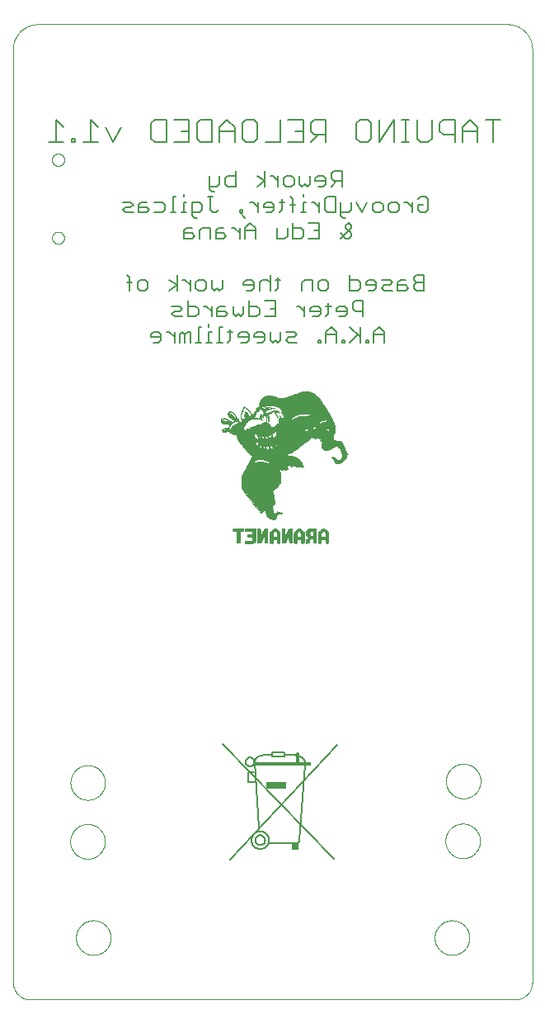
<source format=gbo>
G75*
%MOIN*%
%OFA0B0*%
%FSLAX25Y25*%
%IPPOS*%
%LPD*%
%AMOC8*
5,1,8,0,0,1.08239X$1,22.5*
%
%ADD10C,0.00000*%
%ADD11C,0.00800*%
%ADD12C,0.00600*%
%ADD13R,0.00056X0.03640*%
%ADD14R,0.00056X0.04368*%
%ADD15R,0.00056X0.04536*%
%ADD16R,0.00056X0.04648*%
%ADD17R,0.00056X0.04704*%
%ADD18R,0.00056X0.04760*%
%ADD19R,0.00056X0.04760*%
%ADD20R,0.00056X0.04816*%
%ADD21R,0.00056X0.04984*%
%ADD22R,0.00056X0.05096*%
%ADD23R,0.00056X0.05208*%
%ADD24R,0.00056X0.05208*%
%ADD25R,0.00056X0.05264*%
%ADD26R,0.00056X0.05376*%
%ADD27R,0.00056X0.05488*%
%ADD28R,0.00056X0.05544*%
%ADD29R,0.00056X0.05544*%
%ADD30R,0.00056X0.05432*%
%ADD31R,0.00056X0.01400*%
%ADD32R,0.00056X0.01288*%
%ADD33R,0.00056X0.01344*%
%ADD34R,0.00056X0.01288*%
%ADD35R,0.00056X0.01400*%
%ADD36R,0.00056X0.01456*%
%ADD37R,0.00056X0.01568*%
%ADD38R,0.00056X0.01624*%
%ADD39R,0.00056X0.01512*%
%ADD40R,0.00056X0.01344*%
%ADD41R,0.00056X0.01568*%
%ADD42R,0.00056X0.01624*%
%ADD43R,0.00056X0.01456*%
%ADD44R,0.00056X0.05376*%
%ADD45R,0.00056X0.05432*%
%ADD46R,0.00056X0.05152*%
%ADD47R,0.00056X0.04928*%
%ADD48R,0.00056X0.04872*%
%ADD49R,0.00056X0.04704*%
%ADD50R,0.00056X0.04648*%
%ADD51R,0.00056X0.04592*%
%ADD52R,0.00056X0.04536*%
%ADD53R,0.00056X0.04312*%
%ADD54R,0.00056X0.03808*%
%ADD55R,0.00056X0.05768*%
%ADD56R,0.00056X0.05992*%
%ADD57R,0.00056X0.06104*%
%ADD58R,0.00056X0.06104*%
%ADD59R,0.00056X0.06160*%
%ADD60R,0.00056X0.06160*%
%ADD61R,0.00056X0.06216*%
%ADD62R,0.00056X0.06216*%
%ADD63R,0.00056X0.05824*%
%ADD64R,0.00056X0.01848*%
%ADD65R,0.00056X0.02072*%
%ADD66R,0.00056X0.01680*%
%ADD67R,0.00056X0.02128*%
%ADD68R,0.00056X0.02240*%
%ADD69R,0.00056X0.01736*%
%ADD70R,0.00056X0.02240*%
%ADD71R,0.00056X0.01736*%
%ADD72R,0.00056X0.01792*%
%ADD73R,0.00056X0.02296*%
%ADD74R,0.00056X0.01848*%
%ADD75R,0.00056X0.02408*%
%ADD76R,0.00056X0.05040*%
%ADD77R,0.00056X0.05936*%
%ADD78R,0.00056X0.05992*%
%ADD79R,0.00056X0.06048*%
%ADD80R,0.00056X0.03584*%
%ADD81R,0.00056X0.03472*%
%ADD82R,0.00056X0.03360*%
%ADD83R,0.00056X0.03304*%
%ADD84R,0.00056X0.03248*%
%ADD85R,0.00056X0.03192*%
%ADD86R,0.00056X0.02296*%
%ADD87R,0.00056X0.03080*%
%ADD88R,0.00056X0.02856*%
%ADD89R,0.00056X0.02184*%
%ADD90R,0.00056X0.02520*%
%ADD91R,0.00056X0.02352*%
%ADD92R,0.00056X0.02184*%
%ADD93R,0.00056X0.02128*%
%ADD94R,0.00056X0.02016*%
%ADD95R,0.00056X0.01848*%
%ADD96R,0.00056X0.01008*%
%ADD97R,0.00056X0.03808*%
%ADD98R,0.00056X0.04424*%
%ADD99R,0.00056X0.04816*%
%ADD100R,0.00056X0.04872*%
%ADD101R,0.00056X0.05040*%
%ADD102R,0.00056X0.05152*%
%ADD103R,0.00056X0.05320*%
%ADD104R,0.00056X0.05488*%
%ADD105R,0.00056X0.05600*%
%ADD106R,0.00056X0.01512*%
%ADD107R,0.00056X0.01456*%
%ADD108R,0.00056X0.01512*%
%ADD109R,0.00056X0.05600*%
%ADD110R,0.00056X0.05656*%
%ADD111R,0.00056X0.05264*%
%ADD112R,0.00056X0.04928*%
%ADD113R,0.00056X0.04592*%
%ADD114R,0.00056X0.04480*%
%ADD115R,0.00056X0.04088*%
%ADD116R,0.00056X0.05936*%
%ADD117R,0.00056X0.06104*%
%ADD118R,0.00056X0.06272*%
%ADD119R,0.00056X0.06272*%
%ADD120R,0.00056X0.05768*%
%ADD121R,0.00056X0.02800*%
%ADD122R,0.00056X0.02688*%
%ADD123R,0.00056X0.03024*%
%ADD124R,0.00056X0.03024*%
%ADD125R,0.00056X0.03136*%
%ADD126R,0.00056X0.03136*%
%ADD127R,0.00056X0.02968*%
%ADD128R,0.00056X0.02576*%
%ADD129R,0.00056X0.02632*%
%ADD130R,0.00056X0.02912*%
%ADD131R,0.00056X0.02800*%
%ADD132R,0.00056X0.02464*%
%ADD133R,0.00056X0.02408*%
%ADD134R,0.00056X0.02464*%
%ADD135R,0.00056X0.03080*%
%ADD136R,0.00056X0.02856*%
%ADD137R,0.00056X0.06048*%
%ADD138R,0.00056X0.04032*%
%ADD139R,0.00056X0.05320*%
%ADD140R,0.00056X0.01512*%
%ADD141R,0.00056X0.04984*%
%ADD142R,0.00056X0.03920*%
%ADD143R,0.00056X0.05824*%
%ADD144R,0.00056X0.02744*%
%ADD145R,0.00056X0.02912*%
%ADD146R,0.00056X0.02688*%
%ADD147R,0.00056X0.02520*%
%ADD148R,0.00056X0.02520*%
%ADD149R,0.00056X0.02968*%
%ADD150R,0.00056X0.02632*%
%ADD151R,0.00056X0.02744*%
%ADD152R,0.00056X0.03864*%
%ADD153R,0.00056X0.05880*%
%ADD154R,0.00056X0.01232*%
%ADD155R,0.00056X0.01232*%
%ADD156R,0.00056X0.01176*%
%ADD157R,0.00056X0.01176*%
%ADD158R,0.00056X0.01120*%
%ADD159R,0.00056X0.00504*%
%ADD160R,0.00056X0.01176*%
%ADD161R,0.00056X0.01120*%
%ADD162R,0.00056X0.01064*%
%ADD163R,0.00056X0.01008*%
%ADD164R,0.00056X0.00840*%
%ADD165R,0.00056X0.00840*%
%ADD166R,0.00056X0.00560*%
%ADD167R,0.00056X0.00448*%
%ADD168R,0.00056X0.01176*%
%ADD169R,0.00056X0.00896*%
%ADD170R,0.00056X0.00728*%
%ADD171R,0.01200X0.00100*%
%ADD172R,0.01700X0.00100*%
%ADD173R,0.02000X0.00100*%
%ADD174R,0.02400X0.00100*%
%ADD175R,0.02700X0.00100*%
%ADD176R,0.02900X0.00100*%
%ADD177R,0.03100X0.00100*%
%ADD178R,0.03300X0.00100*%
%ADD179R,0.03400X0.00100*%
%ADD180R,0.03600X0.00100*%
%ADD181R,0.03700X0.00100*%
%ADD182R,0.03900X0.00100*%
%ADD183R,0.04000X0.00100*%
%ADD184R,0.04100X0.00100*%
%ADD185R,0.04200X0.00100*%
%ADD186R,0.04300X0.00100*%
%ADD187R,0.04500X0.00100*%
%ADD188R,0.04600X0.00100*%
%ADD189R,0.04700X0.00100*%
%ADD190R,0.04800X0.00100*%
%ADD191R,0.00600X0.00100*%
%ADD192R,0.01300X0.00100*%
%ADD193R,0.02500X0.00100*%
%ADD194R,0.03200X0.00100*%
%ADD195R,0.00100X0.00100*%
%ADD196R,0.00300X0.00100*%
%ADD197R,0.02300X0.00100*%
%ADD198R,0.00200X0.00100*%
%ADD199R,0.01500X0.00100*%
%ADD200R,0.00700X0.00100*%
%ADD201R,0.01100X0.00100*%
%ADD202R,0.00800X0.00100*%
%ADD203R,0.01400X0.00100*%
%ADD204R,0.01600X0.00100*%
%ADD205R,0.05300X0.00100*%
%ADD206R,0.05100X0.00100*%
%ADD207R,0.05700X0.00100*%
%ADD208R,0.05500X0.00100*%
%ADD209R,0.05900X0.00100*%
%ADD210R,0.05800X0.00100*%
%ADD211R,0.06100X0.00100*%
%ADD212R,0.06200X0.00100*%
%ADD213R,0.06300X0.00100*%
%ADD214R,0.06500X0.00100*%
%ADD215R,0.06700X0.00100*%
%ADD216R,0.07100X0.00100*%
%ADD217R,0.07300X0.00100*%
%ADD218R,0.07600X0.00100*%
%ADD219R,0.07800X0.00100*%
%ADD220R,0.07900X0.00100*%
%ADD221R,0.08200X0.00100*%
%ADD222R,0.08100X0.00100*%
%ADD223R,0.08300X0.00100*%
%ADD224R,0.08500X0.00100*%
%ADD225R,0.08700X0.00100*%
%ADD226R,0.08800X0.00100*%
%ADD227R,0.09000X0.00100*%
%ADD228R,0.09200X0.00100*%
%ADD229R,0.09400X0.00100*%
%ADD230R,0.09500X0.00100*%
%ADD231R,0.09700X0.00100*%
%ADD232R,0.09600X0.00100*%
%ADD233R,0.09900X0.00100*%
%ADD234R,0.10100X0.00100*%
%ADD235R,0.10200X0.00100*%
%ADD236R,0.10300X0.00100*%
%ADD237R,0.10400X0.00100*%
%ADD238R,0.10500X0.00100*%
%ADD239R,0.10700X0.00100*%
%ADD240R,0.10600X0.00100*%
%ADD241R,0.10800X0.00100*%
%ADD242R,0.11000X0.00100*%
%ADD243R,0.10900X0.00100*%
%ADD244R,0.11200X0.00100*%
%ADD245R,0.11100X0.00100*%
%ADD246R,0.11500X0.00100*%
%ADD247R,0.12000X0.00100*%
%ADD248R,0.12300X0.00100*%
%ADD249R,0.12400X0.00100*%
%ADD250R,0.12700X0.00100*%
%ADD251R,0.12800X0.00100*%
%ADD252R,0.12900X0.00100*%
%ADD253R,0.13300X0.00100*%
%ADD254R,0.13700X0.00100*%
%ADD255R,0.13800X0.00100*%
%ADD256R,0.14000X0.00100*%
%ADD257R,0.14100X0.00100*%
%ADD258R,0.14200X0.00100*%
%ADD259R,0.14400X0.00100*%
%ADD260R,0.14500X0.00100*%
%ADD261R,0.14600X0.00100*%
%ADD262R,0.14800X0.00100*%
%ADD263R,0.14900X0.00100*%
%ADD264R,0.15000X0.00100*%
%ADD265R,0.15100X0.00100*%
%ADD266R,0.15200X0.00100*%
%ADD267R,0.15300X0.00100*%
%ADD268R,0.15400X0.00100*%
%ADD269R,0.15500X0.00100*%
%ADD270R,0.15600X0.00100*%
%ADD271R,0.15700X0.00100*%
%ADD272R,0.15800X0.00100*%
%ADD273R,0.15900X0.00100*%
%ADD274R,0.16000X0.00100*%
%ADD275R,0.16100X0.00100*%
%ADD276R,0.16200X0.00100*%
%ADD277R,0.14700X0.00100*%
%ADD278R,0.14300X0.00100*%
%ADD279R,0.13900X0.00100*%
%ADD280R,0.00500X0.00100*%
%ADD281R,0.17300X0.00100*%
%ADD282R,0.17100X0.00100*%
%ADD283R,0.17000X0.00100*%
%ADD284R,0.16900X0.00100*%
%ADD285R,0.16800X0.00100*%
%ADD286R,0.16700X0.00100*%
%ADD287R,0.16600X0.00100*%
%ADD288R,0.00400X0.00100*%
%ADD289R,0.03500X0.00100*%
%ADD290R,0.01000X0.00100*%
%ADD291R,0.16500X0.00100*%
%ADD292R,0.03800X0.00100*%
%ADD293R,0.22500X0.00100*%
%ADD294R,0.22400X0.00100*%
%ADD295R,0.22300X0.00100*%
%ADD296R,0.22200X0.00100*%
%ADD297R,0.13000X0.00100*%
%ADD298R,0.08400X0.00100*%
%ADD299R,0.01800X0.00100*%
%ADD300R,0.02100X0.00100*%
%ADD301R,0.13100X0.00100*%
%ADD302R,0.07500X0.00100*%
%ADD303R,0.13200X0.00100*%
%ADD304R,0.01900X0.00100*%
%ADD305R,0.02800X0.00100*%
%ADD306R,0.13400X0.00100*%
%ADD307R,0.13500X0.00100*%
%ADD308R,0.02200X0.00100*%
%ADD309R,0.02600X0.00100*%
%ADD310R,0.19700X0.00100*%
%ADD311R,0.19600X0.00100*%
%ADD312R,0.19400X0.00100*%
%ADD313R,0.19300X0.00100*%
%ADD314R,0.19100X0.00100*%
%ADD315R,0.18900X0.00100*%
%ADD316R,0.18700X0.00100*%
%ADD317R,0.18400X0.00100*%
%ADD318R,0.18100X0.00100*%
%ADD319R,0.17800X0.00100*%
%ADD320R,0.17400X0.00100*%
%ADD321R,0.16400X0.00100*%
%ADD322R,0.17200X0.00100*%
%ADD323R,0.17500X0.00100*%
%ADD324R,0.18000X0.00100*%
%ADD325R,0.18300X0.00100*%
%ADD326R,0.18600X0.00100*%
%ADD327R,0.19900X0.00100*%
%ADD328R,0.20000X0.00100*%
%ADD329R,0.20200X0.00100*%
%ADD330R,0.20500X0.00100*%
%ADD331R,0.20700X0.00100*%
%ADD332R,0.11300X0.00100*%
%ADD333R,0.04400X0.00100*%
%ADD334R,0.07700X0.00100*%
%ADD335R,0.07000X0.00100*%
%ADD336R,0.05000X0.00100*%
%ADD337R,0.06900X0.00100*%
%ADD338R,0.06800X0.00100*%
%ADD339R,0.05600X0.00100*%
%ADD340R,0.00900X0.00100*%
%ADD341R,0.09100X0.00100*%
%ADD342R,0.09800X0.00100*%
%ADD343R,0.10000X0.00100*%
%ADD344R,0.07200X0.00100*%
%ADD345R,0.08600X0.00100*%
%ADD346R,0.18500X0.00100*%
%ADD347R,0.18800X0.00100*%
%ADD348R,0.06400X0.00100*%
%ADD349R,0.19200X0.00100*%
%ADD350R,0.06600X0.00100*%
%ADD351R,0.27400X0.00100*%
%ADD352R,0.08000X0.00100*%
%ADD353R,0.27600X0.00100*%
%ADD354R,0.27800X0.00100*%
%ADD355R,0.27900X0.00100*%
%ADD356R,0.28200X0.00100*%
%ADD357R,0.28300X0.00100*%
%ADD358R,0.28500X0.00100*%
%ADD359R,0.28600X0.00100*%
%ADD360R,0.28800X0.00100*%
%ADD361R,0.29100X0.00100*%
%ADD362R,0.20900X0.00100*%
%ADD363R,0.21000X0.00100*%
%ADD364R,0.17600X0.00100*%
%ADD365R,0.07400X0.00100*%
%ADD366R,0.23800X0.00100*%
%ADD367R,0.23700X0.00100*%
%ADD368R,0.23600X0.00100*%
%ADD369R,0.23500X0.00100*%
%ADD370R,0.04900X0.00100*%
%ADD371R,0.09300X0.00100*%
%ADD372R,0.12600X0.00100*%
%ADD373R,0.18200X0.00100*%
%ADD374R,0.42900X0.00100*%
%ADD375R,0.11800X0.00100*%
%ADD376R,0.30600X0.00100*%
%ADD377R,0.33400X0.00100*%
%ADD378R,0.24100X0.00100*%
%ADD379R,0.23900X0.00100*%
%ADD380R,0.24200X0.00100*%
%ADD381R,0.03000X0.00100*%
%ADD382R,0.25600X0.00100*%
%ADD383R,0.05400X0.00100*%
%ADD384R,0.25800X0.00100*%
%ADD385R,0.25900X0.00100*%
%ADD386R,0.25500X0.00100*%
%ADD387R,0.25700X0.00100*%
%ADD388R,0.25400X0.00100*%
%ADD389R,0.25300X0.00100*%
%ADD390R,0.24400X0.00100*%
%ADD391R,0.23400X0.00100*%
%ADD392R,0.23100X0.00100*%
%ADD393R,0.23000X0.00100*%
%ADD394R,0.22900X0.00100*%
%ADD395R,0.22700X0.00100*%
%ADD396R,0.21900X0.00100*%
%ADD397R,0.22000X0.00100*%
%ADD398R,0.05200X0.00100*%
%ADD399R,0.11400X0.00100*%
%ADD400R,0.06000X0.00100*%
%ADD401R,0.19000X0.00100*%
%ADD402R,0.19500X0.00100*%
%ADD403R,0.20300X0.00100*%
%ADD404R,0.26500X0.00100*%
%ADD405R,0.26400X0.00100*%
%ADD406R,0.26300X0.00100*%
%ADD407R,0.26200X0.00100*%
%ADD408R,0.26100X0.00100*%
%ADD409R,0.26000X0.00100*%
%ADD410R,0.25200X0.00100*%
%ADD411R,0.25000X0.00100*%
%ADD412R,0.24800X0.00100*%
%ADD413R,0.24700X0.00100*%
%ADD414R,0.24600X0.00100*%
%ADD415R,0.24500X0.00100*%
%ADD416R,0.24300X0.00100*%
%ADD417R,0.24000X0.00100*%
%ADD418R,0.23300X0.00100*%
%ADD419R,0.23200X0.00100*%
%ADD420R,0.13600X0.00100*%
%ADD421R,0.12200X0.00100*%
%ADD422R,0.08900X0.00100*%
%ADD423C,0.00787*%
%ADD424R,0.23130X0.01673*%
%ADD425R,0.07972X0.02756*%
%ADD426R,0.02756X0.02657*%
D10*
X0027679Y0008071D02*
X0027679Y0384666D01*
X0027682Y0384908D01*
X0027691Y0385151D01*
X0027705Y0385393D01*
X0027726Y0385635D01*
X0027752Y0385876D01*
X0027784Y0386116D01*
X0027822Y0386355D01*
X0027866Y0386594D01*
X0027915Y0386831D01*
X0027971Y0387068D01*
X0028031Y0387302D01*
X0028098Y0387535D01*
X0028170Y0387767D01*
X0028248Y0387997D01*
X0028331Y0388224D01*
X0028420Y0388450D01*
X0028514Y0388674D01*
X0028614Y0388895D01*
X0028718Y0389113D01*
X0028828Y0389329D01*
X0028944Y0389543D01*
X0029064Y0389753D01*
X0029190Y0389961D01*
X0029320Y0390165D01*
X0029455Y0390367D01*
X0029596Y0390564D01*
X0029740Y0390759D01*
X0029890Y0390950D01*
X0030044Y0391137D01*
X0030203Y0391320D01*
X0030366Y0391500D01*
X0030533Y0391676D01*
X0030704Y0391847D01*
X0030880Y0392014D01*
X0031060Y0392177D01*
X0031243Y0392336D01*
X0031430Y0392490D01*
X0031621Y0392640D01*
X0031816Y0392784D01*
X0032013Y0392925D01*
X0032215Y0393060D01*
X0032419Y0393190D01*
X0032627Y0393316D01*
X0032837Y0393436D01*
X0033051Y0393552D01*
X0033267Y0393662D01*
X0033485Y0393766D01*
X0033706Y0393866D01*
X0033930Y0393960D01*
X0034156Y0394049D01*
X0034383Y0394132D01*
X0034613Y0394210D01*
X0034845Y0394282D01*
X0035078Y0394349D01*
X0035312Y0394409D01*
X0035549Y0394465D01*
X0035786Y0394514D01*
X0036025Y0394558D01*
X0036264Y0394596D01*
X0036504Y0394628D01*
X0036745Y0394654D01*
X0036987Y0394675D01*
X0037229Y0394689D01*
X0037472Y0394698D01*
X0037714Y0394701D01*
X0227604Y0394701D01*
X0227846Y0394698D01*
X0228087Y0394689D01*
X0228328Y0394675D01*
X0228569Y0394654D01*
X0228809Y0394628D01*
X0229048Y0394596D01*
X0229287Y0394558D01*
X0229524Y0394515D01*
X0229761Y0394466D01*
X0229996Y0394411D01*
X0230230Y0394350D01*
X0230462Y0394284D01*
X0230693Y0394212D01*
X0230922Y0394134D01*
X0231149Y0394051D01*
X0231373Y0393963D01*
X0231596Y0393869D01*
X0231816Y0393770D01*
X0232034Y0393666D01*
X0232249Y0393556D01*
X0232462Y0393441D01*
X0232672Y0393321D01*
X0232878Y0393196D01*
X0233082Y0393066D01*
X0233282Y0392932D01*
X0233480Y0392792D01*
X0233673Y0392648D01*
X0233863Y0392499D01*
X0234050Y0392345D01*
X0234233Y0392187D01*
X0234411Y0392025D01*
X0234586Y0391858D01*
X0234757Y0391687D01*
X0234924Y0391512D01*
X0235086Y0391334D01*
X0235244Y0391151D01*
X0235398Y0390964D01*
X0235547Y0390774D01*
X0235691Y0390581D01*
X0235831Y0390383D01*
X0235965Y0390183D01*
X0236095Y0389979D01*
X0236220Y0389773D01*
X0236340Y0389563D01*
X0236455Y0389350D01*
X0236565Y0389135D01*
X0236669Y0388917D01*
X0236768Y0388697D01*
X0236862Y0388474D01*
X0236950Y0388250D01*
X0237033Y0388023D01*
X0237111Y0387794D01*
X0237183Y0387563D01*
X0237249Y0387331D01*
X0237310Y0387097D01*
X0237365Y0386862D01*
X0237414Y0386625D01*
X0237457Y0386388D01*
X0237495Y0386149D01*
X0237527Y0385910D01*
X0237553Y0385670D01*
X0237574Y0385429D01*
X0237588Y0385188D01*
X0237597Y0384947D01*
X0237600Y0384705D01*
X0237601Y0384705D02*
X0237601Y0008016D01*
X0237599Y0007846D01*
X0237593Y0007677D01*
X0237583Y0007508D01*
X0237568Y0007339D01*
X0237550Y0007170D01*
X0237527Y0007002D01*
X0237501Y0006835D01*
X0237470Y0006668D01*
X0237436Y0006502D01*
X0237397Y0006337D01*
X0237355Y0006173D01*
X0237308Y0006010D01*
X0237258Y0005848D01*
X0237203Y0005687D01*
X0237145Y0005528D01*
X0237083Y0005370D01*
X0237017Y0005214D01*
X0236948Y0005059D01*
X0236874Y0004907D01*
X0236797Y0004756D01*
X0236717Y0004606D01*
X0236633Y0004459D01*
X0236545Y0004314D01*
X0236454Y0004171D01*
X0236359Y0004030D01*
X0236261Y0003892D01*
X0236160Y0003756D01*
X0236055Y0003623D01*
X0235947Y0003492D01*
X0235837Y0003364D01*
X0235723Y0003238D01*
X0235606Y0003115D01*
X0235486Y0002995D01*
X0235363Y0002878D01*
X0235237Y0002764D01*
X0235109Y0002654D01*
X0234978Y0002546D01*
X0234845Y0002441D01*
X0234709Y0002340D01*
X0234571Y0002242D01*
X0234430Y0002147D01*
X0234287Y0002056D01*
X0234142Y0001968D01*
X0233995Y0001884D01*
X0233845Y0001804D01*
X0233694Y0001727D01*
X0233542Y0001653D01*
X0233387Y0001584D01*
X0233231Y0001518D01*
X0233073Y0001456D01*
X0232914Y0001398D01*
X0232753Y0001343D01*
X0232591Y0001293D01*
X0232428Y0001246D01*
X0232264Y0001204D01*
X0232099Y0001165D01*
X0231933Y0001131D01*
X0231766Y0001100D01*
X0231599Y0001074D01*
X0231431Y0001051D01*
X0231262Y0001033D01*
X0231093Y0001018D01*
X0230924Y0001008D01*
X0230755Y0001002D01*
X0230585Y0001000D01*
X0034750Y0001000D01*
X0034579Y0001002D01*
X0034408Y0001008D01*
X0034238Y0001019D01*
X0034068Y0001033D01*
X0033898Y0001052D01*
X0033728Y0001074D01*
X0033560Y0001101D01*
X0033391Y0001132D01*
X0033224Y0001167D01*
X0033058Y0001205D01*
X0032892Y0001248D01*
X0032728Y0001295D01*
X0032565Y0001346D01*
X0032403Y0001401D01*
X0032243Y0001460D01*
X0032084Y0001522D01*
X0031926Y0001588D01*
X0031770Y0001658D01*
X0031616Y0001732D01*
X0031464Y0001810D01*
X0031314Y0001891D01*
X0031165Y0001976D01*
X0031019Y0002064D01*
X0030875Y0002156D01*
X0030733Y0002252D01*
X0030594Y0002350D01*
X0030457Y0002453D01*
X0030322Y0002558D01*
X0030190Y0002667D01*
X0030061Y0002778D01*
X0029935Y0002893D01*
X0029811Y0003011D01*
X0029690Y0003132D01*
X0029572Y0003256D01*
X0029457Y0003382D01*
X0029346Y0003511D01*
X0029237Y0003643D01*
X0029132Y0003778D01*
X0029029Y0003915D01*
X0028931Y0004054D01*
X0028835Y0004196D01*
X0028743Y0004340D01*
X0028655Y0004486D01*
X0028570Y0004635D01*
X0028489Y0004785D01*
X0028411Y0004937D01*
X0028337Y0005091D01*
X0028267Y0005247D01*
X0028201Y0005405D01*
X0028139Y0005564D01*
X0028080Y0005724D01*
X0028025Y0005886D01*
X0027974Y0006049D01*
X0027927Y0006213D01*
X0027884Y0006379D01*
X0027846Y0006545D01*
X0027811Y0006712D01*
X0027780Y0006881D01*
X0027753Y0007049D01*
X0027731Y0007219D01*
X0027712Y0007389D01*
X0027698Y0007559D01*
X0027687Y0007729D01*
X0027681Y0007900D01*
X0027679Y0008071D01*
X0053179Y0026000D02*
X0053181Y0026172D01*
X0053187Y0026343D01*
X0053198Y0026515D01*
X0053213Y0026686D01*
X0053232Y0026857D01*
X0053255Y0027027D01*
X0053282Y0027197D01*
X0053314Y0027366D01*
X0053349Y0027534D01*
X0053389Y0027701D01*
X0053433Y0027867D01*
X0053480Y0028032D01*
X0053532Y0028196D01*
X0053588Y0028358D01*
X0053648Y0028519D01*
X0053712Y0028679D01*
X0053780Y0028837D01*
X0053851Y0028993D01*
X0053926Y0029147D01*
X0054006Y0029300D01*
X0054088Y0029450D01*
X0054175Y0029599D01*
X0054265Y0029745D01*
X0054359Y0029889D01*
X0054456Y0030031D01*
X0054557Y0030170D01*
X0054661Y0030307D01*
X0054768Y0030441D01*
X0054879Y0030572D01*
X0054992Y0030701D01*
X0055109Y0030827D01*
X0055229Y0030950D01*
X0055352Y0031070D01*
X0055478Y0031187D01*
X0055607Y0031300D01*
X0055738Y0031411D01*
X0055872Y0031518D01*
X0056009Y0031622D01*
X0056148Y0031723D01*
X0056290Y0031820D01*
X0056434Y0031914D01*
X0056580Y0032004D01*
X0056729Y0032091D01*
X0056879Y0032173D01*
X0057032Y0032253D01*
X0057186Y0032328D01*
X0057342Y0032399D01*
X0057500Y0032467D01*
X0057660Y0032531D01*
X0057821Y0032591D01*
X0057983Y0032647D01*
X0058147Y0032699D01*
X0058312Y0032746D01*
X0058478Y0032790D01*
X0058645Y0032830D01*
X0058813Y0032865D01*
X0058982Y0032897D01*
X0059152Y0032924D01*
X0059322Y0032947D01*
X0059493Y0032966D01*
X0059664Y0032981D01*
X0059836Y0032992D01*
X0060007Y0032998D01*
X0060179Y0033000D01*
X0060351Y0032998D01*
X0060522Y0032992D01*
X0060694Y0032981D01*
X0060865Y0032966D01*
X0061036Y0032947D01*
X0061206Y0032924D01*
X0061376Y0032897D01*
X0061545Y0032865D01*
X0061713Y0032830D01*
X0061880Y0032790D01*
X0062046Y0032746D01*
X0062211Y0032699D01*
X0062375Y0032647D01*
X0062537Y0032591D01*
X0062698Y0032531D01*
X0062858Y0032467D01*
X0063016Y0032399D01*
X0063172Y0032328D01*
X0063326Y0032253D01*
X0063479Y0032173D01*
X0063629Y0032091D01*
X0063778Y0032004D01*
X0063924Y0031914D01*
X0064068Y0031820D01*
X0064210Y0031723D01*
X0064349Y0031622D01*
X0064486Y0031518D01*
X0064620Y0031411D01*
X0064751Y0031300D01*
X0064880Y0031187D01*
X0065006Y0031070D01*
X0065129Y0030950D01*
X0065249Y0030827D01*
X0065366Y0030701D01*
X0065479Y0030572D01*
X0065590Y0030441D01*
X0065697Y0030307D01*
X0065801Y0030170D01*
X0065902Y0030031D01*
X0065999Y0029889D01*
X0066093Y0029745D01*
X0066183Y0029599D01*
X0066270Y0029450D01*
X0066352Y0029300D01*
X0066432Y0029147D01*
X0066507Y0028993D01*
X0066578Y0028837D01*
X0066646Y0028679D01*
X0066710Y0028519D01*
X0066770Y0028358D01*
X0066826Y0028196D01*
X0066878Y0028032D01*
X0066925Y0027867D01*
X0066969Y0027701D01*
X0067009Y0027534D01*
X0067044Y0027366D01*
X0067076Y0027197D01*
X0067103Y0027027D01*
X0067126Y0026857D01*
X0067145Y0026686D01*
X0067160Y0026515D01*
X0067171Y0026343D01*
X0067177Y0026172D01*
X0067179Y0026000D01*
X0067177Y0025828D01*
X0067171Y0025657D01*
X0067160Y0025485D01*
X0067145Y0025314D01*
X0067126Y0025143D01*
X0067103Y0024973D01*
X0067076Y0024803D01*
X0067044Y0024634D01*
X0067009Y0024466D01*
X0066969Y0024299D01*
X0066925Y0024133D01*
X0066878Y0023968D01*
X0066826Y0023804D01*
X0066770Y0023642D01*
X0066710Y0023481D01*
X0066646Y0023321D01*
X0066578Y0023163D01*
X0066507Y0023007D01*
X0066432Y0022853D01*
X0066352Y0022700D01*
X0066270Y0022550D01*
X0066183Y0022401D01*
X0066093Y0022255D01*
X0065999Y0022111D01*
X0065902Y0021969D01*
X0065801Y0021830D01*
X0065697Y0021693D01*
X0065590Y0021559D01*
X0065479Y0021428D01*
X0065366Y0021299D01*
X0065249Y0021173D01*
X0065129Y0021050D01*
X0065006Y0020930D01*
X0064880Y0020813D01*
X0064751Y0020700D01*
X0064620Y0020589D01*
X0064486Y0020482D01*
X0064349Y0020378D01*
X0064210Y0020277D01*
X0064068Y0020180D01*
X0063924Y0020086D01*
X0063778Y0019996D01*
X0063629Y0019909D01*
X0063479Y0019827D01*
X0063326Y0019747D01*
X0063172Y0019672D01*
X0063016Y0019601D01*
X0062858Y0019533D01*
X0062698Y0019469D01*
X0062537Y0019409D01*
X0062375Y0019353D01*
X0062211Y0019301D01*
X0062046Y0019254D01*
X0061880Y0019210D01*
X0061713Y0019170D01*
X0061545Y0019135D01*
X0061376Y0019103D01*
X0061206Y0019076D01*
X0061036Y0019053D01*
X0060865Y0019034D01*
X0060694Y0019019D01*
X0060522Y0019008D01*
X0060351Y0019002D01*
X0060179Y0019000D01*
X0060007Y0019002D01*
X0059836Y0019008D01*
X0059664Y0019019D01*
X0059493Y0019034D01*
X0059322Y0019053D01*
X0059152Y0019076D01*
X0058982Y0019103D01*
X0058813Y0019135D01*
X0058645Y0019170D01*
X0058478Y0019210D01*
X0058312Y0019254D01*
X0058147Y0019301D01*
X0057983Y0019353D01*
X0057821Y0019409D01*
X0057660Y0019469D01*
X0057500Y0019533D01*
X0057342Y0019601D01*
X0057186Y0019672D01*
X0057032Y0019747D01*
X0056879Y0019827D01*
X0056729Y0019909D01*
X0056580Y0019996D01*
X0056434Y0020086D01*
X0056290Y0020180D01*
X0056148Y0020277D01*
X0056009Y0020378D01*
X0055872Y0020482D01*
X0055738Y0020589D01*
X0055607Y0020700D01*
X0055478Y0020813D01*
X0055352Y0020930D01*
X0055229Y0021050D01*
X0055109Y0021173D01*
X0054992Y0021299D01*
X0054879Y0021428D01*
X0054768Y0021559D01*
X0054661Y0021693D01*
X0054557Y0021830D01*
X0054456Y0021969D01*
X0054359Y0022111D01*
X0054265Y0022255D01*
X0054175Y0022401D01*
X0054088Y0022550D01*
X0054006Y0022700D01*
X0053926Y0022853D01*
X0053851Y0023007D01*
X0053780Y0023163D01*
X0053712Y0023321D01*
X0053648Y0023481D01*
X0053588Y0023642D01*
X0053532Y0023804D01*
X0053480Y0023968D01*
X0053433Y0024133D01*
X0053389Y0024299D01*
X0053349Y0024466D01*
X0053314Y0024634D01*
X0053282Y0024803D01*
X0053255Y0024973D01*
X0053232Y0025143D01*
X0053213Y0025314D01*
X0053198Y0025485D01*
X0053187Y0025657D01*
X0053181Y0025828D01*
X0053179Y0026000D01*
X0050850Y0064839D02*
X0050852Y0065011D01*
X0050858Y0065182D01*
X0050869Y0065354D01*
X0050884Y0065525D01*
X0050903Y0065696D01*
X0050926Y0065866D01*
X0050953Y0066036D01*
X0050985Y0066205D01*
X0051020Y0066373D01*
X0051060Y0066540D01*
X0051104Y0066706D01*
X0051151Y0066871D01*
X0051203Y0067035D01*
X0051259Y0067197D01*
X0051319Y0067358D01*
X0051383Y0067518D01*
X0051451Y0067676D01*
X0051522Y0067832D01*
X0051597Y0067986D01*
X0051677Y0068139D01*
X0051759Y0068289D01*
X0051846Y0068438D01*
X0051936Y0068584D01*
X0052030Y0068728D01*
X0052127Y0068870D01*
X0052228Y0069009D01*
X0052332Y0069146D01*
X0052439Y0069280D01*
X0052550Y0069411D01*
X0052663Y0069540D01*
X0052780Y0069666D01*
X0052900Y0069789D01*
X0053023Y0069909D01*
X0053149Y0070026D01*
X0053278Y0070139D01*
X0053409Y0070250D01*
X0053543Y0070357D01*
X0053680Y0070461D01*
X0053819Y0070562D01*
X0053961Y0070659D01*
X0054105Y0070753D01*
X0054251Y0070843D01*
X0054400Y0070930D01*
X0054550Y0071012D01*
X0054703Y0071092D01*
X0054857Y0071167D01*
X0055013Y0071238D01*
X0055171Y0071306D01*
X0055331Y0071370D01*
X0055492Y0071430D01*
X0055654Y0071486D01*
X0055818Y0071538D01*
X0055983Y0071585D01*
X0056149Y0071629D01*
X0056316Y0071669D01*
X0056484Y0071704D01*
X0056653Y0071736D01*
X0056823Y0071763D01*
X0056993Y0071786D01*
X0057164Y0071805D01*
X0057335Y0071820D01*
X0057507Y0071831D01*
X0057678Y0071837D01*
X0057850Y0071839D01*
X0058022Y0071837D01*
X0058193Y0071831D01*
X0058365Y0071820D01*
X0058536Y0071805D01*
X0058707Y0071786D01*
X0058877Y0071763D01*
X0059047Y0071736D01*
X0059216Y0071704D01*
X0059384Y0071669D01*
X0059551Y0071629D01*
X0059717Y0071585D01*
X0059882Y0071538D01*
X0060046Y0071486D01*
X0060208Y0071430D01*
X0060369Y0071370D01*
X0060529Y0071306D01*
X0060687Y0071238D01*
X0060843Y0071167D01*
X0060997Y0071092D01*
X0061150Y0071012D01*
X0061300Y0070930D01*
X0061449Y0070843D01*
X0061595Y0070753D01*
X0061739Y0070659D01*
X0061881Y0070562D01*
X0062020Y0070461D01*
X0062157Y0070357D01*
X0062291Y0070250D01*
X0062422Y0070139D01*
X0062551Y0070026D01*
X0062677Y0069909D01*
X0062800Y0069789D01*
X0062920Y0069666D01*
X0063037Y0069540D01*
X0063150Y0069411D01*
X0063261Y0069280D01*
X0063368Y0069146D01*
X0063472Y0069009D01*
X0063573Y0068870D01*
X0063670Y0068728D01*
X0063764Y0068584D01*
X0063854Y0068438D01*
X0063941Y0068289D01*
X0064023Y0068139D01*
X0064103Y0067986D01*
X0064178Y0067832D01*
X0064249Y0067676D01*
X0064317Y0067518D01*
X0064381Y0067358D01*
X0064441Y0067197D01*
X0064497Y0067035D01*
X0064549Y0066871D01*
X0064596Y0066706D01*
X0064640Y0066540D01*
X0064680Y0066373D01*
X0064715Y0066205D01*
X0064747Y0066036D01*
X0064774Y0065866D01*
X0064797Y0065696D01*
X0064816Y0065525D01*
X0064831Y0065354D01*
X0064842Y0065182D01*
X0064848Y0065011D01*
X0064850Y0064839D01*
X0064848Y0064667D01*
X0064842Y0064496D01*
X0064831Y0064324D01*
X0064816Y0064153D01*
X0064797Y0063982D01*
X0064774Y0063812D01*
X0064747Y0063642D01*
X0064715Y0063473D01*
X0064680Y0063305D01*
X0064640Y0063138D01*
X0064596Y0062972D01*
X0064549Y0062807D01*
X0064497Y0062643D01*
X0064441Y0062481D01*
X0064381Y0062320D01*
X0064317Y0062160D01*
X0064249Y0062002D01*
X0064178Y0061846D01*
X0064103Y0061692D01*
X0064023Y0061539D01*
X0063941Y0061389D01*
X0063854Y0061240D01*
X0063764Y0061094D01*
X0063670Y0060950D01*
X0063573Y0060808D01*
X0063472Y0060669D01*
X0063368Y0060532D01*
X0063261Y0060398D01*
X0063150Y0060267D01*
X0063037Y0060138D01*
X0062920Y0060012D01*
X0062800Y0059889D01*
X0062677Y0059769D01*
X0062551Y0059652D01*
X0062422Y0059539D01*
X0062291Y0059428D01*
X0062157Y0059321D01*
X0062020Y0059217D01*
X0061881Y0059116D01*
X0061739Y0059019D01*
X0061595Y0058925D01*
X0061449Y0058835D01*
X0061300Y0058748D01*
X0061150Y0058666D01*
X0060997Y0058586D01*
X0060843Y0058511D01*
X0060687Y0058440D01*
X0060529Y0058372D01*
X0060369Y0058308D01*
X0060208Y0058248D01*
X0060046Y0058192D01*
X0059882Y0058140D01*
X0059717Y0058093D01*
X0059551Y0058049D01*
X0059384Y0058009D01*
X0059216Y0057974D01*
X0059047Y0057942D01*
X0058877Y0057915D01*
X0058707Y0057892D01*
X0058536Y0057873D01*
X0058365Y0057858D01*
X0058193Y0057847D01*
X0058022Y0057841D01*
X0057850Y0057839D01*
X0057678Y0057841D01*
X0057507Y0057847D01*
X0057335Y0057858D01*
X0057164Y0057873D01*
X0056993Y0057892D01*
X0056823Y0057915D01*
X0056653Y0057942D01*
X0056484Y0057974D01*
X0056316Y0058009D01*
X0056149Y0058049D01*
X0055983Y0058093D01*
X0055818Y0058140D01*
X0055654Y0058192D01*
X0055492Y0058248D01*
X0055331Y0058308D01*
X0055171Y0058372D01*
X0055013Y0058440D01*
X0054857Y0058511D01*
X0054703Y0058586D01*
X0054550Y0058666D01*
X0054400Y0058748D01*
X0054251Y0058835D01*
X0054105Y0058925D01*
X0053961Y0059019D01*
X0053819Y0059116D01*
X0053680Y0059217D01*
X0053543Y0059321D01*
X0053409Y0059428D01*
X0053278Y0059539D01*
X0053149Y0059652D01*
X0053023Y0059769D01*
X0052900Y0059889D01*
X0052780Y0060012D01*
X0052663Y0060138D01*
X0052550Y0060267D01*
X0052439Y0060398D01*
X0052332Y0060532D01*
X0052228Y0060669D01*
X0052127Y0060808D01*
X0052030Y0060950D01*
X0051936Y0061094D01*
X0051846Y0061240D01*
X0051759Y0061389D01*
X0051677Y0061539D01*
X0051597Y0061692D01*
X0051522Y0061846D01*
X0051451Y0062002D01*
X0051383Y0062160D01*
X0051319Y0062320D01*
X0051259Y0062481D01*
X0051203Y0062643D01*
X0051151Y0062807D01*
X0051104Y0062972D01*
X0051060Y0063138D01*
X0051020Y0063305D01*
X0050985Y0063473D01*
X0050953Y0063642D01*
X0050926Y0063812D01*
X0050903Y0063982D01*
X0050884Y0064153D01*
X0050869Y0064324D01*
X0050858Y0064496D01*
X0050852Y0064667D01*
X0050850Y0064839D01*
X0050919Y0088621D02*
X0050921Y0088793D01*
X0050927Y0088964D01*
X0050938Y0089136D01*
X0050953Y0089307D01*
X0050972Y0089478D01*
X0050995Y0089648D01*
X0051022Y0089818D01*
X0051054Y0089987D01*
X0051089Y0090155D01*
X0051129Y0090322D01*
X0051173Y0090488D01*
X0051220Y0090653D01*
X0051272Y0090817D01*
X0051328Y0090979D01*
X0051388Y0091140D01*
X0051452Y0091300D01*
X0051520Y0091458D01*
X0051591Y0091614D01*
X0051666Y0091768D01*
X0051746Y0091921D01*
X0051828Y0092071D01*
X0051915Y0092220D01*
X0052005Y0092366D01*
X0052099Y0092510D01*
X0052196Y0092652D01*
X0052297Y0092791D01*
X0052401Y0092928D01*
X0052508Y0093062D01*
X0052619Y0093193D01*
X0052732Y0093322D01*
X0052849Y0093448D01*
X0052969Y0093571D01*
X0053092Y0093691D01*
X0053218Y0093808D01*
X0053347Y0093921D01*
X0053478Y0094032D01*
X0053612Y0094139D01*
X0053749Y0094243D01*
X0053888Y0094344D01*
X0054030Y0094441D01*
X0054174Y0094535D01*
X0054320Y0094625D01*
X0054469Y0094712D01*
X0054619Y0094794D01*
X0054772Y0094874D01*
X0054926Y0094949D01*
X0055082Y0095020D01*
X0055240Y0095088D01*
X0055400Y0095152D01*
X0055561Y0095212D01*
X0055723Y0095268D01*
X0055887Y0095320D01*
X0056052Y0095367D01*
X0056218Y0095411D01*
X0056385Y0095451D01*
X0056553Y0095486D01*
X0056722Y0095518D01*
X0056892Y0095545D01*
X0057062Y0095568D01*
X0057233Y0095587D01*
X0057404Y0095602D01*
X0057576Y0095613D01*
X0057747Y0095619D01*
X0057919Y0095621D01*
X0058091Y0095619D01*
X0058262Y0095613D01*
X0058434Y0095602D01*
X0058605Y0095587D01*
X0058776Y0095568D01*
X0058946Y0095545D01*
X0059116Y0095518D01*
X0059285Y0095486D01*
X0059453Y0095451D01*
X0059620Y0095411D01*
X0059786Y0095367D01*
X0059951Y0095320D01*
X0060115Y0095268D01*
X0060277Y0095212D01*
X0060438Y0095152D01*
X0060598Y0095088D01*
X0060756Y0095020D01*
X0060912Y0094949D01*
X0061066Y0094874D01*
X0061219Y0094794D01*
X0061369Y0094712D01*
X0061518Y0094625D01*
X0061664Y0094535D01*
X0061808Y0094441D01*
X0061950Y0094344D01*
X0062089Y0094243D01*
X0062226Y0094139D01*
X0062360Y0094032D01*
X0062491Y0093921D01*
X0062620Y0093808D01*
X0062746Y0093691D01*
X0062869Y0093571D01*
X0062989Y0093448D01*
X0063106Y0093322D01*
X0063219Y0093193D01*
X0063330Y0093062D01*
X0063437Y0092928D01*
X0063541Y0092791D01*
X0063642Y0092652D01*
X0063739Y0092510D01*
X0063833Y0092366D01*
X0063923Y0092220D01*
X0064010Y0092071D01*
X0064092Y0091921D01*
X0064172Y0091768D01*
X0064247Y0091614D01*
X0064318Y0091458D01*
X0064386Y0091300D01*
X0064450Y0091140D01*
X0064510Y0090979D01*
X0064566Y0090817D01*
X0064618Y0090653D01*
X0064665Y0090488D01*
X0064709Y0090322D01*
X0064749Y0090155D01*
X0064784Y0089987D01*
X0064816Y0089818D01*
X0064843Y0089648D01*
X0064866Y0089478D01*
X0064885Y0089307D01*
X0064900Y0089136D01*
X0064911Y0088964D01*
X0064917Y0088793D01*
X0064919Y0088621D01*
X0064917Y0088449D01*
X0064911Y0088278D01*
X0064900Y0088106D01*
X0064885Y0087935D01*
X0064866Y0087764D01*
X0064843Y0087594D01*
X0064816Y0087424D01*
X0064784Y0087255D01*
X0064749Y0087087D01*
X0064709Y0086920D01*
X0064665Y0086754D01*
X0064618Y0086589D01*
X0064566Y0086425D01*
X0064510Y0086263D01*
X0064450Y0086102D01*
X0064386Y0085942D01*
X0064318Y0085784D01*
X0064247Y0085628D01*
X0064172Y0085474D01*
X0064092Y0085321D01*
X0064010Y0085171D01*
X0063923Y0085022D01*
X0063833Y0084876D01*
X0063739Y0084732D01*
X0063642Y0084590D01*
X0063541Y0084451D01*
X0063437Y0084314D01*
X0063330Y0084180D01*
X0063219Y0084049D01*
X0063106Y0083920D01*
X0062989Y0083794D01*
X0062869Y0083671D01*
X0062746Y0083551D01*
X0062620Y0083434D01*
X0062491Y0083321D01*
X0062360Y0083210D01*
X0062226Y0083103D01*
X0062089Y0082999D01*
X0061950Y0082898D01*
X0061808Y0082801D01*
X0061664Y0082707D01*
X0061518Y0082617D01*
X0061369Y0082530D01*
X0061219Y0082448D01*
X0061066Y0082368D01*
X0060912Y0082293D01*
X0060756Y0082222D01*
X0060598Y0082154D01*
X0060438Y0082090D01*
X0060277Y0082030D01*
X0060115Y0081974D01*
X0059951Y0081922D01*
X0059786Y0081875D01*
X0059620Y0081831D01*
X0059453Y0081791D01*
X0059285Y0081756D01*
X0059116Y0081724D01*
X0058946Y0081697D01*
X0058776Y0081674D01*
X0058605Y0081655D01*
X0058434Y0081640D01*
X0058262Y0081629D01*
X0058091Y0081623D01*
X0057919Y0081621D01*
X0057747Y0081623D01*
X0057576Y0081629D01*
X0057404Y0081640D01*
X0057233Y0081655D01*
X0057062Y0081674D01*
X0056892Y0081697D01*
X0056722Y0081724D01*
X0056553Y0081756D01*
X0056385Y0081791D01*
X0056218Y0081831D01*
X0056052Y0081875D01*
X0055887Y0081922D01*
X0055723Y0081974D01*
X0055561Y0082030D01*
X0055400Y0082090D01*
X0055240Y0082154D01*
X0055082Y0082222D01*
X0054926Y0082293D01*
X0054772Y0082368D01*
X0054619Y0082448D01*
X0054469Y0082530D01*
X0054320Y0082617D01*
X0054174Y0082707D01*
X0054030Y0082801D01*
X0053888Y0082898D01*
X0053749Y0082999D01*
X0053612Y0083103D01*
X0053478Y0083210D01*
X0053347Y0083321D01*
X0053218Y0083434D01*
X0053092Y0083551D01*
X0052969Y0083671D01*
X0052849Y0083794D01*
X0052732Y0083920D01*
X0052619Y0084049D01*
X0052508Y0084180D01*
X0052401Y0084314D01*
X0052297Y0084451D01*
X0052196Y0084590D01*
X0052099Y0084732D01*
X0052005Y0084876D01*
X0051915Y0085022D01*
X0051828Y0085171D01*
X0051746Y0085321D01*
X0051666Y0085474D01*
X0051591Y0085628D01*
X0051520Y0085784D01*
X0051452Y0085942D01*
X0051388Y0086102D01*
X0051328Y0086263D01*
X0051272Y0086425D01*
X0051220Y0086589D01*
X0051173Y0086754D01*
X0051129Y0086920D01*
X0051089Y0087087D01*
X0051054Y0087255D01*
X0051022Y0087424D01*
X0050995Y0087594D01*
X0050972Y0087764D01*
X0050953Y0087935D01*
X0050938Y0088106D01*
X0050927Y0088278D01*
X0050921Y0088449D01*
X0050919Y0088621D01*
X0043453Y0308505D02*
X0043455Y0308604D01*
X0043461Y0308703D01*
X0043471Y0308802D01*
X0043485Y0308900D01*
X0043503Y0308997D01*
X0043525Y0309094D01*
X0043550Y0309190D01*
X0043580Y0309284D01*
X0043613Y0309378D01*
X0043650Y0309470D01*
X0043691Y0309560D01*
X0043735Y0309649D01*
X0043783Y0309735D01*
X0043834Y0309820D01*
X0043889Y0309903D01*
X0043947Y0309983D01*
X0044008Y0310061D01*
X0044072Y0310137D01*
X0044139Y0310210D01*
X0044209Y0310280D01*
X0044282Y0310347D01*
X0044358Y0310411D01*
X0044436Y0310472D01*
X0044516Y0310530D01*
X0044599Y0310585D01*
X0044683Y0310636D01*
X0044770Y0310684D01*
X0044859Y0310728D01*
X0044949Y0310769D01*
X0045041Y0310806D01*
X0045135Y0310839D01*
X0045229Y0310869D01*
X0045325Y0310894D01*
X0045422Y0310916D01*
X0045519Y0310934D01*
X0045617Y0310948D01*
X0045716Y0310958D01*
X0045815Y0310964D01*
X0045914Y0310966D01*
X0046013Y0310964D01*
X0046112Y0310958D01*
X0046211Y0310948D01*
X0046309Y0310934D01*
X0046406Y0310916D01*
X0046503Y0310894D01*
X0046599Y0310869D01*
X0046693Y0310839D01*
X0046787Y0310806D01*
X0046879Y0310769D01*
X0046969Y0310728D01*
X0047058Y0310684D01*
X0047144Y0310636D01*
X0047229Y0310585D01*
X0047312Y0310530D01*
X0047392Y0310472D01*
X0047470Y0310411D01*
X0047546Y0310347D01*
X0047619Y0310280D01*
X0047689Y0310210D01*
X0047756Y0310137D01*
X0047820Y0310061D01*
X0047881Y0309983D01*
X0047939Y0309903D01*
X0047994Y0309820D01*
X0048045Y0309736D01*
X0048093Y0309649D01*
X0048137Y0309560D01*
X0048178Y0309470D01*
X0048215Y0309378D01*
X0048248Y0309284D01*
X0048278Y0309190D01*
X0048303Y0309094D01*
X0048325Y0308997D01*
X0048343Y0308900D01*
X0048357Y0308802D01*
X0048367Y0308703D01*
X0048373Y0308604D01*
X0048375Y0308505D01*
X0048373Y0308406D01*
X0048367Y0308307D01*
X0048357Y0308208D01*
X0048343Y0308110D01*
X0048325Y0308013D01*
X0048303Y0307916D01*
X0048278Y0307820D01*
X0048248Y0307726D01*
X0048215Y0307632D01*
X0048178Y0307540D01*
X0048137Y0307450D01*
X0048093Y0307361D01*
X0048045Y0307275D01*
X0047994Y0307190D01*
X0047939Y0307107D01*
X0047881Y0307027D01*
X0047820Y0306949D01*
X0047756Y0306873D01*
X0047689Y0306800D01*
X0047619Y0306730D01*
X0047546Y0306663D01*
X0047470Y0306599D01*
X0047392Y0306538D01*
X0047312Y0306480D01*
X0047229Y0306425D01*
X0047145Y0306374D01*
X0047058Y0306326D01*
X0046969Y0306282D01*
X0046879Y0306241D01*
X0046787Y0306204D01*
X0046693Y0306171D01*
X0046599Y0306141D01*
X0046503Y0306116D01*
X0046406Y0306094D01*
X0046309Y0306076D01*
X0046211Y0306062D01*
X0046112Y0306052D01*
X0046013Y0306046D01*
X0045914Y0306044D01*
X0045815Y0306046D01*
X0045716Y0306052D01*
X0045617Y0306062D01*
X0045519Y0306076D01*
X0045422Y0306094D01*
X0045325Y0306116D01*
X0045229Y0306141D01*
X0045135Y0306171D01*
X0045041Y0306204D01*
X0044949Y0306241D01*
X0044859Y0306282D01*
X0044770Y0306326D01*
X0044684Y0306374D01*
X0044599Y0306425D01*
X0044516Y0306480D01*
X0044436Y0306538D01*
X0044358Y0306599D01*
X0044282Y0306663D01*
X0044209Y0306730D01*
X0044139Y0306800D01*
X0044072Y0306873D01*
X0044008Y0306949D01*
X0043947Y0307027D01*
X0043889Y0307107D01*
X0043834Y0307190D01*
X0043783Y0307274D01*
X0043735Y0307361D01*
X0043691Y0307450D01*
X0043650Y0307540D01*
X0043613Y0307632D01*
X0043580Y0307726D01*
X0043550Y0307820D01*
X0043525Y0307916D01*
X0043503Y0308013D01*
X0043485Y0308110D01*
X0043471Y0308208D01*
X0043461Y0308307D01*
X0043455Y0308406D01*
X0043453Y0308505D01*
X0043453Y0340001D02*
X0043455Y0340100D01*
X0043461Y0340199D01*
X0043471Y0340298D01*
X0043485Y0340396D01*
X0043503Y0340493D01*
X0043525Y0340590D01*
X0043550Y0340686D01*
X0043580Y0340780D01*
X0043613Y0340874D01*
X0043650Y0340966D01*
X0043691Y0341056D01*
X0043735Y0341145D01*
X0043783Y0341231D01*
X0043834Y0341316D01*
X0043889Y0341399D01*
X0043947Y0341479D01*
X0044008Y0341557D01*
X0044072Y0341633D01*
X0044139Y0341706D01*
X0044209Y0341776D01*
X0044282Y0341843D01*
X0044358Y0341907D01*
X0044436Y0341968D01*
X0044516Y0342026D01*
X0044599Y0342081D01*
X0044683Y0342132D01*
X0044770Y0342180D01*
X0044859Y0342224D01*
X0044949Y0342265D01*
X0045041Y0342302D01*
X0045135Y0342335D01*
X0045229Y0342365D01*
X0045325Y0342390D01*
X0045422Y0342412D01*
X0045519Y0342430D01*
X0045617Y0342444D01*
X0045716Y0342454D01*
X0045815Y0342460D01*
X0045914Y0342462D01*
X0046013Y0342460D01*
X0046112Y0342454D01*
X0046211Y0342444D01*
X0046309Y0342430D01*
X0046406Y0342412D01*
X0046503Y0342390D01*
X0046599Y0342365D01*
X0046693Y0342335D01*
X0046787Y0342302D01*
X0046879Y0342265D01*
X0046969Y0342224D01*
X0047058Y0342180D01*
X0047144Y0342132D01*
X0047229Y0342081D01*
X0047312Y0342026D01*
X0047392Y0341968D01*
X0047470Y0341907D01*
X0047546Y0341843D01*
X0047619Y0341776D01*
X0047689Y0341706D01*
X0047756Y0341633D01*
X0047820Y0341557D01*
X0047881Y0341479D01*
X0047939Y0341399D01*
X0047994Y0341316D01*
X0048045Y0341232D01*
X0048093Y0341145D01*
X0048137Y0341056D01*
X0048178Y0340966D01*
X0048215Y0340874D01*
X0048248Y0340780D01*
X0048278Y0340686D01*
X0048303Y0340590D01*
X0048325Y0340493D01*
X0048343Y0340396D01*
X0048357Y0340298D01*
X0048367Y0340199D01*
X0048373Y0340100D01*
X0048375Y0340001D01*
X0048373Y0339902D01*
X0048367Y0339803D01*
X0048357Y0339704D01*
X0048343Y0339606D01*
X0048325Y0339509D01*
X0048303Y0339412D01*
X0048278Y0339316D01*
X0048248Y0339222D01*
X0048215Y0339128D01*
X0048178Y0339036D01*
X0048137Y0338946D01*
X0048093Y0338857D01*
X0048045Y0338771D01*
X0047994Y0338686D01*
X0047939Y0338603D01*
X0047881Y0338523D01*
X0047820Y0338445D01*
X0047756Y0338369D01*
X0047689Y0338296D01*
X0047619Y0338226D01*
X0047546Y0338159D01*
X0047470Y0338095D01*
X0047392Y0338034D01*
X0047312Y0337976D01*
X0047229Y0337921D01*
X0047145Y0337870D01*
X0047058Y0337822D01*
X0046969Y0337778D01*
X0046879Y0337737D01*
X0046787Y0337700D01*
X0046693Y0337667D01*
X0046599Y0337637D01*
X0046503Y0337612D01*
X0046406Y0337590D01*
X0046309Y0337572D01*
X0046211Y0337558D01*
X0046112Y0337548D01*
X0046013Y0337542D01*
X0045914Y0337540D01*
X0045815Y0337542D01*
X0045716Y0337548D01*
X0045617Y0337558D01*
X0045519Y0337572D01*
X0045422Y0337590D01*
X0045325Y0337612D01*
X0045229Y0337637D01*
X0045135Y0337667D01*
X0045041Y0337700D01*
X0044949Y0337737D01*
X0044859Y0337778D01*
X0044770Y0337822D01*
X0044684Y0337870D01*
X0044599Y0337921D01*
X0044516Y0337976D01*
X0044436Y0338034D01*
X0044358Y0338095D01*
X0044282Y0338159D01*
X0044209Y0338226D01*
X0044139Y0338296D01*
X0044072Y0338369D01*
X0044008Y0338445D01*
X0043947Y0338523D01*
X0043889Y0338603D01*
X0043834Y0338686D01*
X0043783Y0338770D01*
X0043735Y0338857D01*
X0043691Y0338946D01*
X0043650Y0339036D01*
X0043613Y0339128D01*
X0043580Y0339222D01*
X0043550Y0339316D01*
X0043525Y0339412D01*
X0043503Y0339509D01*
X0043485Y0339606D01*
X0043471Y0339704D01*
X0043461Y0339803D01*
X0043455Y0339902D01*
X0043453Y0340001D01*
X0202726Y0089198D02*
X0202728Y0089370D01*
X0202734Y0089541D01*
X0202745Y0089713D01*
X0202760Y0089884D01*
X0202779Y0090055D01*
X0202802Y0090225D01*
X0202829Y0090395D01*
X0202861Y0090564D01*
X0202896Y0090732D01*
X0202936Y0090899D01*
X0202980Y0091065D01*
X0203027Y0091230D01*
X0203079Y0091394D01*
X0203135Y0091556D01*
X0203195Y0091717D01*
X0203259Y0091877D01*
X0203327Y0092035D01*
X0203398Y0092191D01*
X0203473Y0092345D01*
X0203553Y0092498D01*
X0203635Y0092648D01*
X0203722Y0092797D01*
X0203812Y0092943D01*
X0203906Y0093087D01*
X0204003Y0093229D01*
X0204104Y0093368D01*
X0204208Y0093505D01*
X0204315Y0093639D01*
X0204426Y0093770D01*
X0204539Y0093899D01*
X0204656Y0094025D01*
X0204776Y0094148D01*
X0204899Y0094268D01*
X0205025Y0094385D01*
X0205154Y0094498D01*
X0205285Y0094609D01*
X0205419Y0094716D01*
X0205556Y0094820D01*
X0205695Y0094921D01*
X0205837Y0095018D01*
X0205981Y0095112D01*
X0206127Y0095202D01*
X0206276Y0095289D01*
X0206426Y0095371D01*
X0206579Y0095451D01*
X0206733Y0095526D01*
X0206889Y0095597D01*
X0207047Y0095665D01*
X0207207Y0095729D01*
X0207368Y0095789D01*
X0207530Y0095845D01*
X0207694Y0095897D01*
X0207859Y0095944D01*
X0208025Y0095988D01*
X0208192Y0096028D01*
X0208360Y0096063D01*
X0208529Y0096095D01*
X0208699Y0096122D01*
X0208869Y0096145D01*
X0209040Y0096164D01*
X0209211Y0096179D01*
X0209383Y0096190D01*
X0209554Y0096196D01*
X0209726Y0096198D01*
X0209898Y0096196D01*
X0210069Y0096190D01*
X0210241Y0096179D01*
X0210412Y0096164D01*
X0210583Y0096145D01*
X0210753Y0096122D01*
X0210923Y0096095D01*
X0211092Y0096063D01*
X0211260Y0096028D01*
X0211427Y0095988D01*
X0211593Y0095944D01*
X0211758Y0095897D01*
X0211922Y0095845D01*
X0212084Y0095789D01*
X0212245Y0095729D01*
X0212405Y0095665D01*
X0212563Y0095597D01*
X0212719Y0095526D01*
X0212873Y0095451D01*
X0213026Y0095371D01*
X0213176Y0095289D01*
X0213325Y0095202D01*
X0213471Y0095112D01*
X0213615Y0095018D01*
X0213757Y0094921D01*
X0213896Y0094820D01*
X0214033Y0094716D01*
X0214167Y0094609D01*
X0214298Y0094498D01*
X0214427Y0094385D01*
X0214553Y0094268D01*
X0214676Y0094148D01*
X0214796Y0094025D01*
X0214913Y0093899D01*
X0215026Y0093770D01*
X0215137Y0093639D01*
X0215244Y0093505D01*
X0215348Y0093368D01*
X0215449Y0093229D01*
X0215546Y0093087D01*
X0215640Y0092943D01*
X0215730Y0092797D01*
X0215817Y0092648D01*
X0215899Y0092498D01*
X0215979Y0092345D01*
X0216054Y0092191D01*
X0216125Y0092035D01*
X0216193Y0091877D01*
X0216257Y0091717D01*
X0216317Y0091556D01*
X0216373Y0091394D01*
X0216425Y0091230D01*
X0216472Y0091065D01*
X0216516Y0090899D01*
X0216556Y0090732D01*
X0216591Y0090564D01*
X0216623Y0090395D01*
X0216650Y0090225D01*
X0216673Y0090055D01*
X0216692Y0089884D01*
X0216707Y0089713D01*
X0216718Y0089541D01*
X0216724Y0089370D01*
X0216726Y0089198D01*
X0216724Y0089026D01*
X0216718Y0088855D01*
X0216707Y0088683D01*
X0216692Y0088512D01*
X0216673Y0088341D01*
X0216650Y0088171D01*
X0216623Y0088001D01*
X0216591Y0087832D01*
X0216556Y0087664D01*
X0216516Y0087497D01*
X0216472Y0087331D01*
X0216425Y0087166D01*
X0216373Y0087002D01*
X0216317Y0086840D01*
X0216257Y0086679D01*
X0216193Y0086519D01*
X0216125Y0086361D01*
X0216054Y0086205D01*
X0215979Y0086051D01*
X0215899Y0085898D01*
X0215817Y0085748D01*
X0215730Y0085599D01*
X0215640Y0085453D01*
X0215546Y0085309D01*
X0215449Y0085167D01*
X0215348Y0085028D01*
X0215244Y0084891D01*
X0215137Y0084757D01*
X0215026Y0084626D01*
X0214913Y0084497D01*
X0214796Y0084371D01*
X0214676Y0084248D01*
X0214553Y0084128D01*
X0214427Y0084011D01*
X0214298Y0083898D01*
X0214167Y0083787D01*
X0214033Y0083680D01*
X0213896Y0083576D01*
X0213757Y0083475D01*
X0213615Y0083378D01*
X0213471Y0083284D01*
X0213325Y0083194D01*
X0213176Y0083107D01*
X0213026Y0083025D01*
X0212873Y0082945D01*
X0212719Y0082870D01*
X0212563Y0082799D01*
X0212405Y0082731D01*
X0212245Y0082667D01*
X0212084Y0082607D01*
X0211922Y0082551D01*
X0211758Y0082499D01*
X0211593Y0082452D01*
X0211427Y0082408D01*
X0211260Y0082368D01*
X0211092Y0082333D01*
X0210923Y0082301D01*
X0210753Y0082274D01*
X0210583Y0082251D01*
X0210412Y0082232D01*
X0210241Y0082217D01*
X0210069Y0082206D01*
X0209898Y0082200D01*
X0209726Y0082198D01*
X0209554Y0082200D01*
X0209383Y0082206D01*
X0209211Y0082217D01*
X0209040Y0082232D01*
X0208869Y0082251D01*
X0208699Y0082274D01*
X0208529Y0082301D01*
X0208360Y0082333D01*
X0208192Y0082368D01*
X0208025Y0082408D01*
X0207859Y0082452D01*
X0207694Y0082499D01*
X0207530Y0082551D01*
X0207368Y0082607D01*
X0207207Y0082667D01*
X0207047Y0082731D01*
X0206889Y0082799D01*
X0206733Y0082870D01*
X0206579Y0082945D01*
X0206426Y0083025D01*
X0206276Y0083107D01*
X0206127Y0083194D01*
X0205981Y0083284D01*
X0205837Y0083378D01*
X0205695Y0083475D01*
X0205556Y0083576D01*
X0205419Y0083680D01*
X0205285Y0083787D01*
X0205154Y0083898D01*
X0205025Y0084011D01*
X0204899Y0084128D01*
X0204776Y0084248D01*
X0204656Y0084371D01*
X0204539Y0084497D01*
X0204426Y0084626D01*
X0204315Y0084757D01*
X0204208Y0084891D01*
X0204104Y0085028D01*
X0204003Y0085167D01*
X0203906Y0085309D01*
X0203812Y0085453D01*
X0203722Y0085599D01*
X0203635Y0085748D01*
X0203553Y0085898D01*
X0203473Y0086051D01*
X0203398Y0086205D01*
X0203327Y0086361D01*
X0203259Y0086519D01*
X0203195Y0086679D01*
X0203135Y0086840D01*
X0203079Y0087002D01*
X0203027Y0087166D01*
X0202980Y0087331D01*
X0202936Y0087497D01*
X0202896Y0087664D01*
X0202861Y0087832D01*
X0202829Y0088001D01*
X0202802Y0088171D01*
X0202779Y0088341D01*
X0202760Y0088512D01*
X0202745Y0088683D01*
X0202734Y0088855D01*
X0202728Y0089026D01*
X0202726Y0089198D01*
X0202516Y0065023D02*
X0202518Y0065195D01*
X0202524Y0065366D01*
X0202535Y0065538D01*
X0202550Y0065709D01*
X0202569Y0065880D01*
X0202592Y0066050D01*
X0202619Y0066220D01*
X0202651Y0066389D01*
X0202686Y0066557D01*
X0202726Y0066724D01*
X0202770Y0066890D01*
X0202817Y0067055D01*
X0202869Y0067219D01*
X0202925Y0067381D01*
X0202985Y0067542D01*
X0203049Y0067702D01*
X0203117Y0067860D01*
X0203188Y0068016D01*
X0203263Y0068170D01*
X0203343Y0068323D01*
X0203425Y0068473D01*
X0203512Y0068622D01*
X0203602Y0068768D01*
X0203696Y0068912D01*
X0203793Y0069054D01*
X0203894Y0069193D01*
X0203998Y0069330D01*
X0204105Y0069464D01*
X0204216Y0069595D01*
X0204329Y0069724D01*
X0204446Y0069850D01*
X0204566Y0069973D01*
X0204689Y0070093D01*
X0204815Y0070210D01*
X0204944Y0070323D01*
X0205075Y0070434D01*
X0205209Y0070541D01*
X0205346Y0070645D01*
X0205485Y0070746D01*
X0205627Y0070843D01*
X0205771Y0070937D01*
X0205917Y0071027D01*
X0206066Y0071114D01*
X0206216Y0071196D01*
X0206369Y0071276D01*
X0206523Y0071351D01*
X0206679Y0071422D01*
X0206837Y0071490D01*
X0206997Y0071554D01*
X0207158Y0071614D01*
X0207320Y0071670D01*
X0207484Y0071722D01*
X0207649Y0071769D01*
X0207815Y0071813D01*
X0207982Y0071853D01*
X0208150Y0071888D01*
X0208319Y0071920D01*
X0208489Y0071947D01*
X0208659Y0071970D01*
X0208830Y0071989D01*
X0209001Y0072004D01*
X0209173Y0072015D01*
X0209344Y0072021D01*
X0209516Y0072023D01*
X0209688Y0072021D01*
X0209859Y0072015D01*
X0210031Y0072004D01*
X0210202Y0071989D01*
X0210373Y0071970D01*
X0210543Y0071947D01*
X0210713Y0071920D01*
X0210882Y0071888D01*
X0211050Y0071853D01*
X0211217Y0071813D01*
X0211383Y0071769D01*
X0211548Y0071722D01*
X0211712Y0071670D01*
X0211874Y0071614D01*
X0212035Y0071554D01*
X0212195Y0071490D01*
X0212353Y0071422D01*
X0212509Y0071351D01*
X0212663Y0071276D01*
X0212816Y0071196D01*
X0212966Y0071114D01*
X0213115Y0071027D01*
X0213261Y0070937D01*
X0213405Y0070843D01*
X0213547Y0070746D01*
X0213686Y0070645D01*
X0213823Y0070541D01*
X0213957Y0070434D01*
X0214088Y0070323D01*
X0214217Y0070210D01*
X0214343Y0070093D01*
X0214466Y0069973D01*
X0214586Y0069850D01*
X0214703Y0069724D01*
X0214816Y0069595D01*
X0214927Y0069464D01*
X0215034Y0069330D01*
X0215138Y0069193D01*
X0215239Y0069054D01*
X0215336Y0068912D01*
X0215430Y0068768D01*
X0215520Y0068622D01*
X0215607Y0068473D01*
X0215689Y0068323D01*
X0215769Y0068170D01*
X0215844Y0068016D01*
X0215915Y0067860D01*
X0215983Y0067702D01*
X0216047Y0067542D01*
X0216107Y0067381D01*
X0216163Y0067219D01*
X0216215Y0067055D01*
X0216262Y0066890D01*
X0216306Y0066724D01*
X0216346Y0066557D01*
X0216381Y0066389D01*
X0216413Y0066220D01*
X0216440Y0066050D01*
X0216463Y0065880D01*
X0216482Y0065709D01*
X0216497Y0065538D01*
X0216508Y0065366D01*
X0216514Y0065195D01*
X0216516Y0065023D01*
X0216514Y0064851D01*
X0216508Y0064680D01*
X0216497Y0064508D01*
X0216482Y0064337D01*
X0216463Y0064166D01*
X0216440Y0063996D01*
X0216413Y0063826D01*
X0216381Y0063657D01*
X0216346Y0063489D01*
X0216306Y0063322D01*
X0216262Y0063156D01*
X0216215Y0062991D01*
X0216163Y0062827D01*
X0216107Y0062665D01*
X0216047Y0062504D01*
X0215983Y0062344D01*
X0215915Y0062186D01*
X0215844Y0062030D01*
X0215769Y0061876D01*
X0215689Y0061723D01*
X0215607Y0061573D01*
X0215520Y0061424D01*
X0215430Y0061278D01*
X0215336Y0061134D01*
X0215239Y0060992D01*
X0215138Y0060853D01*
X0215034Y0060716D01*
X0214927Y0060582D01*
X0214816Y0060451D01*
X0214703Y0060322D01*
X0214586Y0060196D01*
X0214466Y0060073D01*
X0214343Y0059953D01*
X0214217Y0059836D01*
X0214088Y0059723D01*
X0213957Y0059612D01*
X0213823Y0059505D01*
X0213686Y0059401D01*
X0213547Y0059300D01*
X0213405Y0059203D01*
X0213261Y0059109D01*
X0213115Y0059019D01*
X0212966Y0058932D01*
X0212816Y0058850D01*
X0212663Y0058770D01*
X0212509Y0058695D01*
X0212353Y0058624D01*
X0212195Y0058556D01*
X0212035Y0058492D01*
X0211874Y0058432D01*
X0211712Y0058376D01*
X0211548Y0058324D01*
X0211383Y0058277D01*
X0211217Y0058233D01*
X0211050Y0058193D01*
X0210882Y0058158D01*
X0210713Y0058126D01*
X0210543Y0058099D01*
X0210373Y0058076D01*
X0210202Y0058057D01*
X0210031Y0058042D01*
X0209859Y0058031D01*
X0209688Y0058025D01*
X0209516Y0058023D01*
X0209344Y0058025D01*
X0209173Y0058031D01*
X0209001Y0058042D01*
X0208830Y0058057D01*
X0208659Y0058076D01*
X0208489Y0058099D01*
X0208319Y0058126D01*
X0208150Y0058158D01*
X0207982Y0058193D01*
X0207815Y0058233D01*
X0207649Y0058277D01*
X0207484Y0058324D01*
X0207320Y0058376D01*
X0207158Y0058432D01*
X0206997Y0058492D01*
X0206837Y0058556D01*
X0206679Y0058624D01*
X0206523Y0058695D01*
X0206369Y0058770D01*
X0206216Y0058850D01*
X0206066Y0058932D01*
X0205917Y0059019D01*
X0205771Y0059109D01*
X0205627Y0059203D01*
X0205485Y0059300D01*
X0205346Y0059401D01*
X0205209Y0059505D01*
X0205075Y0059612D01*
X0204944Y0059723D01*
X0204815Y0059836D01*
X0204689Y0059953D01*
X0204566Y0060073D01*
X0204446Y0060196D01*
X0204329Y0060322D01*
X0204216Y0060451D01*
X0204105Y0060582D01*
X0203998Y0060716D01*
X0203894Y0060853D01*
X0203793Y0060992D01*
X0203696Y0061134D01*
X0203602Y0061278D01*
X0203512Y0061424D01*
X0203425Y0061573D01*
X0203343Y0061723D01*
X0203263Y0061876D01*
X0203188Y0062030D01*
X0203117Y0062186D01*
X0203049Y0062344D01*
X0202985Y0062504D01*
X0202925Y0062665D01*
X0202869Y0062827D01*
X0202817Y0062991D01*
X0202770Y0063156D01*
X0202726Y0063322D01*
X0202686Y0063489D01*
X0202651Y0063657D01*
X0202619Y0063826D01*
X0202592Y0063996D01*
X0202569Y0064166D01*
X0202550Y0064337D01*
X0202535Y0064508D01*
X0202524Y0064680D01*
X0202518Y0064851D01*
X0202516Y0065023D01*
X0198179Y0026000D02*
X0198181Y0026172D01*
X0198187Y0026343D01*
X0198198Y0026515D01*
X0198213Y0026686D01*
X0198232Y0026857D01*
X0198255Y0027027D01*
X0198282Y0027197D01*
X0198314Y0027366D01*
X0198349Y0027534D01*
X0198389Y0027701D01*
X0198433Y0027867D01*
X0198480Y0028032D01*
X0198532Y0028196D01*
X0198588Y0028358D01*
X0198648Y0028519D01*
X0198712Y0028679D01*
X0198780Y0028837D01*
X0198851Y0028993D01*
X0198926Y0029147D01*
X0199006Y0029300D01*
X0199088Y0029450D01*
X0199175Y0029599D01*
X0199265Y0029745D01*
X0199359Y0029889D01*
X0199456Y0030031D01*
X0199557Y0030170D01*
X0199661Y0030307D01*
X0199768Y0030441D01*
X0199879Y0030572D01*
X0199992Y0030701D01*
X0200109Y0030827D01*
X0200229Y0030950D01*
X0200352Y0031070D01*
X0200478Y0031187D01*
X0200607Y0031300D01*
X0200738Y0031411D01*
X0200872Y0031518D01*
X0201009Y0031622D01*
X0201148Y0031723D01*
X0201290Y0031820D01*
X0201434Y0031914D01*
X0201580Y0032004D01*
X0201729Y0032091D01*
X0201879Y0032173D01*
X0202032Y0032253D01*
X0202186Y0032328D01*
X0202342Y0032399D01*
X0202500Y0032467D01*
X0202660Y0032531D01*
X0202821Y0032591D01*
X0202983Y0032647D01*
X0203147Y0032699D01*
X0203312Y0032746D01*
X0203478Y0032790D01*
X0203645Y0032830D01*
X0203813Y0032865D01*
X0203982Y0032897D01*
X0204152Y0032924D01*
X0204322Y0032947D01*
X0204493Y0032966D01*
X0204664Y0032981D01*
X0204836Y0032992D01*
X0205007Y0032998D01*
X0205179Y0033000D01*
X0205351Y0032998D01*
X0205522Y0032992D01*
X0205694Y0032981D01*
X0205865Y0032966D01*
X0206036Y0032947D01*
X0206206Y0032924D01*
X0206376Y0032897D01*
X0206545Y0032865D01*
X0206713Y0032830D01*
X0206880Y0032790D01*
X0207046Y0032746D01*
X0207211Y0032699D01*
X0207375Y0032647D01*
X0207537Y0032591D01*
X0207698Y0032531D01*
X0207858Y0032467D01*
X0208016Y0032399D01*
X0208172Y0032328D01*
X0208326Y0032253D01*
X0208479Y0032173D01*
X0208629Y0032091D01*
X0208778Y0032004D01*
X0208924Y0031914D01*
X0209068Y0031820D01*
X0209210Y0031723D01*
X0209349Y0031622D01*
X0209486Y0031518D01*
X0209620Y0031411D01*
X0209751Y0031300D01*
X0209880Y0031187D01*
X0210006Y0031070D01*
X0210129Y0030950D01*
X0210249Y0030827D01*
X0210366Y0030701D01*
X0210479Y0030572D01*
X0210590Y0030441D01*
X0210697Y0030307D01*
X0210801Y0030170D01*
X0210902Y0030031D01*
X0210999Y0029889D01*
X0211093Y0029745D01*
X0211183Y0029599D01*
X0211270Y0029450D01*
X0211352Y0029300D01*
X0211432Y0029147D01*
X0211507Y0028993D01*
X0211578Y0028837D01*
X0211646Y0028679D01*
X0211710Y0028519D01*
X0211770Y0028358D01*
X0211826Y0028196D01*
X0211878Y0028032D01*
X0211925Y0027867D01*
X0211969Y0027701D01*
X0212009Y0027534D01*
X0212044Y0027366D01*
X0212076Y0027197D01*
X0212103Y0027027D01*
X0212126Y0026857D01*
X0212145Y0026686D01*
X0212160Y0026515D01*
X0212171Y0026343D01*
X0212177Y0026172D01*
X0212179Y0026000D01*
X0212177Y0025828D01*
X0212171Y0025657D01*
X0212160Y0025485D01*
X0212145Y0025314D01*
X0212126Y0025143D01*
X0212103Y0024973D01*
X0212076Y0024803D01*
X0212044Y0024634D01*
X0212009Y0024466D01*
X0211969Y0024299D01*
X0211925Y0024133D01*
X0211878Y0023968D01*
X0211826Y0023804D01*
X0211770Y0023642D01*
X0211710Y0023481D01*
X0211646Y0023321D01*
X0211578Y0023163D01*
X0211507Y0023007D01*
X0211432Y0022853D01*
X0211352Y0022700D01*
X0211270Y0022550D01*
X0211183Y0022401D01*
X0211093Y0022255D01*
X0210999Y0022111D01*
X0210902Y0021969D01*
X0210801Y0021830D01*
X0210697Y0021693D01*
X0210590Y0021559D01*
X0210479Y0021428D01*
X0210366Y0021299D01*
X0210249Y0021173D01*
X0210129Y0021050D01*
X0210006Y0020930D01*
X0209880Y0020813D01*
X0209751Y0020700D01*
X0209620Y0020589D01*
X0209486Y0020482D01*
X0209349Y0020378D01*
X0209210Y0020277D01*
X0209068Y0020180D01*
X0208924Y0020086D01*
X0208778Y0019996D01*
X0208629Y0019909D01*
X0208479Y0019827D01*
X0208326Y0019747D01*
X0208172Y0019672D01*
X0208016Y0019601D01*
X0207858Y0019533D01*
X0207698Y0019469D01*
X0207537Y0019409D01*
X0207375Y0019353D01*
X0207211Y0019301D01*
X0207046Y0019254D01*
X0206880Y0019210D01*
X0206713Y0019170D01*
X0206545Y0019135D01*
X0206376Y0019103D01*
X0206206Y0019076D01*
X0206036Y0019053D01*
X0205865Y0019034D01*
X0205694Y0019019D01*
X0205522Y0019008D01*
X0205351Y0019002D01*
X0205179Y0019000D01*
X0205007Y0019002D01*
X0204836Y0019008D01*
X0204664Y0019019D01*
X0204493Y0019034D01*
X0204322Y0019053D01*
X0204152Y0019076D01*
X0203982Y0019103D01*
X0203813Y0019135D01*
X0203645Y0019170D01*
X0203478Y0019210D01*
X0203312Y0019254D01*
X0203147Y0019301D01*
X0202983Y0019353D01*
X0202821Y0019409D01*
X0202660Y0019469D01*
X0202500Y0019533D01*
X0202342Y0019601D01*
X0202186Y0019672D01*
X0202032Y0019747D01*
X0201879Y0019827D01*
X0201729Y0019909D01*
X0201580Y0019996D01*
X0201434Y0020086D01*
X0201290Y0020180D01*
X0201148Y0020277D01*
X0201009Y0020378D01*
X0200872Y0020482D01*
X0200738Y0020589D01*
X0200607Y0020700D01*
X0200478Y0020813D01*
X0200352Y0020930D01*
X0200229Y0021050D01*
X0200109Y0021173D01*
X0199992Y0021299D01*
X0199879Y0021428D01*
X0199768Y0021559D01*
X0199661Y0021693D01*
X0199557Y0021830D01*
X0199456Y0021969D01*
X0199359Y0022111D01*
X0199265Y0022255D01*
X0199175Y0022401D01*
X0199088Y0022550D01*
X0199006Y0022700D01*
X0198926Y0022853D01*
X0198851Y0023007D01*
X0198780Y0023163D01*
X0198712Y0023321D01*
X0198648Y0023481D01*
X0198588Y0023642D01*
X0198532Y0023804D01*
X0198480Y0023968D01*
X0198433Y0024133D01*
X0198389Y0024299D01*
X0198349Y0024466D01*
X0198314Y0024634D01*
X0198282Y0024803D01*
X0198255Y0024973D01*
X0198232Y0025143D01*
X0198213Y0025314D01*
X0198198Y0025485D01*
X0198187Y0025657D01*
X0198181Y0025828D01*
X0198179Y0026000D01*
D11*
X0195587Y0347000D02*
X0192517Y0347000D01*
X0190983Y0348535D01*
X0190983Y0356208D01*
X0187913Y0356208D02*
X0184844Y0356208D01*
X0186379Y0356208D02*
X0186379Y0347000D01*
X0187913Y0347000D02*
X0184844Y0347000D01*
X0181775Y0347000D02*
X0181775Y0356208D01*
X0175636Y0347000D01*
X0175636Y0356208D01*
X0172567Y0354673D02*
X0172567Y0348535D01*
X0171032Y0347000D01*
X0167963Y0347000D01*
X0166428Y0348535D01*
X0166428Y0354673D01*
X0167963Y0356208D01*
X0171032Y0356208D01*
X0172567Y0354673D01*
X0154151Y0356208D02*
X0154151Y0347000D01*
X0154151Y0350069D02*
X0149547Y0350069D01*
X0148013Y0351604D01*
X0148013Y0354673D01*
X0149547Y0356208D01*
X0154151Y0356208D01*
X0151082Y0350069D02*
X0148013Y0347000D01*
X0144943Y0347000D02*
X0144943Y0356208D01*
X0138805Y0356208D01*
X0141874Y0351604D02*
X0144943Y0351604D01*
X0144943Y0347000D02*
X0138805Y0347000D01*
X0135735Y0347000D02*
X0135735Y0356208D01*
X0135735Y0347000D02*
X0129597Y0347000D01*
X0126528Y0348535D02*
X0126528Y0354673D01*
X0124993Y0356208D01*
X0121924Y0356208D01*
X0120389Y0354673D01*
X0120389Y0348535D01*
X0121924Y0347000D01*
X0124993Y0347000D01*
X0126528Y0348535D01*
X0117320Y0347000D02*
X0117320Y0353139D01*
X0114250Y0356208D01*
X0111181Y0353139D01*
X0111181Y0347000D01*
X0108112Y0347000D02*
X0103508Y0347000D01*
X0101973Y0348535D01*
X0101973Y0354673D01*
X0103508Y0356208D01*
X0108112Y0356208D01*
X0108112Y0347000D01*
X0111181Y0351604D02*
X0117320Y0351604D01*
X0098904Y0351604D02*
X0095835Y0351604D01*
X0098904Y0347000D02*
X0092765Y0347000D01*
X0089696Y0347000D02*
X0085092Y0347000D01*
X0083558Y0348535D01*
X0083558Y0354673D01*
X0085092Y0356208D01*
X0089696Y0356208D01*
X0089696Y0347000D01*
X0092765Y0356208D02*
X0098904Y0356208D01*
X0098904Y0347000D01*
X0071280Y0353139D02*
X0068211Y0347000D01*
X0065142Y0353139D01*
X0062073Y0353139D02*
X0059003Y0356208D01*
X0059003Y0347000D01*
X0055934Y0347000D02*
X0062073Y0347000D01*
X0052865Y0347000D02*
X0051330Y0347000D01*
X0051330Y0348535D01*
X0052865Y0348535D01*
X0052865Y0347000D01*
X0048261Y0347000D02*
X0042122Y0347000D01*
X0045191Y0347000D02*
X0045191Y0356208D01*
X0048261Y0353139D01*
X0195587Y0347000D02*
X0197121Y0348535D01*
X0197121Y0356208D01*
X0200190Y0354673D02*
X0200190Y0351604D01*
X0201725Y0350069D01*
X0206329Y0350069D01*
X0206329Y0347000D02*
X0206329Y0356208D01*
X0201725Y0356208D01*
X0200190Y0354673D01*
X0209398Y0353139D02*
X0209398Y0347000D01*
X0209398Y0351604D02*
X0215537Y0351604D01*
X0215537Y0353139D02*
X0212468Y0356208D01*
X0209398Y0353139D01*
X0215537Y0353139D02*
X0215537Y0347000D01*
X0221675Y0347000D02*
X0221675Y0356208D01*
X0218606Y0356208D02*
X0224745Y0356208D01*
D12*
X0194471Y0325102D02*
X0195539Y0324034D01*
X0195539Y0319764D01*
X0194471Y0318696D01*
X0192336Y0318696D01*
X0191269Y0319764D01*
X0191269Y0321899D01*
X0193404Y0321899D01*
X0191269Y0324034D02*
X0192336Y0325102D01*
X0194471Y0325102D01*
X0189093Y0322967D02*
X0189093Y0318696D01*
X0189093Y0320832D02*
X0186958Y0322967D01*
X0185891Y0322967D01*
X0183722Y0321899D02*
X0183722Y0319764D01*
X0182655Y0318696D01*
X0180519Y0318696D01*
X0179452Y0319764D01*
X0179452Y0321899D01*
X0180519Y0322967D01*
X0182655Y0322967D01*
X0183722Y0321899D01*
X0177277Y0321899D02*
X0177277Y0319764D01*
X0176209Y0318696D01*
X0174074Y0318696D01*
X0173006Y0319764D01*
X0173006Y0321899D01*
X0174074Y0322967D01*
X0176209Y0322967D01*
X0177277Y0321899D01*
X0170831Y0322967D02*
X0168696Y0318696D01*
X0166561Y0322967D01*
X0164386Y0322967D02*
X0164386Y0319764D01*
X0163318Y0318696D01*
X0160115Y0318696D01*
X0160115Y0317629D02*
X0161183Y0316561D01*
X0162251Y0316561D01*
X0163318Y0314602D02*
X0164386Y0313534D01*
X0164386Y0312467D01*
X0160115Y0308196D01*
X0162250Y0308196D02*
X0160115Y0310332D01*
X0162250Y0312467D02*
X0162250Y0313534D01*
X0163318Y0314602D01*
X0162250Y0312467D02*
X0164386Y0310332D01*
X0164386Y0309264D01*
X0163318Y0308196D01*
X0162250Y0308196D01*
X0160115Y0317629D02*
X0160115Y0322967D01*
X0157940Y0325102D02*
X0157940Y0318696D01*
X0154737Y0318696D01*
X0153670Y0319764D01*
X0153670Y0324034D01*
X0154737Y0325102D01*
X0157940Y0325102D01*
X0156355Y0329196D02*
X0158491Y0331332D01*
X0157423Y0331332D02*
X0160626Y0331332D01*
X0160626Y0329196D02*
X0160626Y0335602D01*
X0157423Y0335602D01*
X0156355Y0334534D01*
X0156355Y0332399D01*
X0157423Y0331332D01*
X0154180Y0331332D02*
X0149910Y0331332D01*
X0149910Y0332399D01*
X0150978Y0333467D01*
X0153113Y0333467D01*
X0154180Y0332399D01*
X0154180Y0330264D01*
X0153113Y0329196D01*
X0150978Y0329196D01*
X0147735Y0330264D02*
X0146667Y0329196D01*
X0145600Y0330264D01*
X0144532Y0329196D01*
X0143464Y0330264D01*
X0143464Y0333467D01*
X0141289Y0332399D02*
X0141289Y0330264D01*
X0140222Y0329196D01*
X0138087Y0329196D01*
X0137019Y0330264D01*
X0137019Y0332399D01*
X0138087Y0333467D01*
X0140222Y0333467D01*
X0141289Y0332399D01*
X0147735Y0333467D02*
X0147735Y0330264D01*
X0145056Y0326169D02*
X0145056Y0325102D01*
X0145056Y0322967D02*
X0145056Y0318696D01*
X0146123Y0318696D02*
X0143988Y0318696D01*
X0141826Y0321899D02*
X0139691Y0321899D01*
X0140759Y0324034D02*
X0140759Y0318696D01*
X0140779Y0314602D02*
X0140779Y0308196D01*
X0143982Y0308196D01*
X0145049Y0309264D01*
X0145049Y0311399D01*
X0143982Y0312467D01*
X0140779Y0312467D01*
X0138604Y0312467D02*
X0138604Y0309264D01*
X0137536Y0308196D01*
X0134333Y0308196D01*
X0134333Y0312467D01*
X0135394Y0318696D02*
X0136462Y0319764D01*
X0136462Y0324034D01*
X0137529Y0322967D02*
X0135394Y0322967D01*
X0133232Y0321899D02*
X0132165Y0322967D01*
X0130030Y0322967D01*
X0128962Y0321899D01*
X0128962Y0320832D01*
X0133232Y0320832D01*
X0133232Y0321899D02*
X0133232Y0319764D01*
X0132165Y0318696D01*
X0130030Y0318696D01*
X0126787Y0318696D02*
X0126787Y0322967D01*
X0126787Y0320832D02*
X0124652Y0322967D01*
X0123584Y0322967D01*
X0120348Y0319764D02*
X0120348Y0318696D01*
X0119281Y0318696D01*
X0119281Y0319764D01*
X0120348Y0319764D01*
X0119281Y0318696D02*
X0121416Y0316561D01*
X0123577Y0314602D02*
X0121442Y0312467D01*
X0121442Y0308196D01*
X0119267Y0308196D02*
X0119267Y0312467D01*
X0117132Y0312467D02*
X0116064Y0312467D01*
X0117132Y0312467D02*
X0119267Y0310332D01*
X0121442Y0311399D02*
X0125713Y0311399D01*
X0125713Y0312467D02*
X0123577Y0314602D01*
X0125713Y0312467D02*
X0125713Y0308196D01*
X0131621Y0293602D02*
X0131621Y0287196D01*
X0133783Y0287196D02*
X0134850Y0288264D01*
X0134850Y0292534D01*
X0133783Y0291467D02*
X0135918Y0291467D01*
X0131621Y0290399D02*
X0130553Y0291467D01*
X0128418Y0291467D01*
X0127351Y0290399D01*
X0127351Y0287196D01*
X0125176Y0288264D02*
X0125176Y0290399D01*
X0124108Y0291467D01*
X0121973Y0291467D01*
X0120905Y0290399D01*
X0120905Y0289332D01*
X0125176Y0289332D01*
X0125176Y0288264D02*
X0124108Y0287196D01*
X0121973Y0287196D01*
X0123054Y0283102D02*
X0123054Y0276696D01*
X0126256Y0276696D01*
X0127324Y0277764D01*
X0127324Y0279899D01*
X0126256Y0280967D01*
X0123054Y0280967D01*
X0120879Y0280967D02*
X0120879Y0277764D01*
X0119811Y0276696D01*
X0118743Y0277764D01*
X0117676Y0276696D01*
X0116608Y0277764D01*
X0116608Y0280967D01*
X0113365Y0280967D02*
X0111230Y0280967D01*
X0110163Y0279899D01*
X0110163Y0276696D01*
X0113365Y0276696D01*
X0114433Y0277764D01*
X0113365Y0278832D01*
X0110163Y0278832D01*
X0107988Y0278832D02*
X0105852Y0280967D01*
X0104785Y0280967D01*
X0102616Y0279899D02*
X0101549Y0280967D01*
X0098346Y0280967D01*
X0098346Y0283102D02*
X0098346Y0276696D01*
X0101549Y0276696D01*
X0102616Y0277764D01*
X0102616Y0279899D01*
X0107988Y0280967D02*
X0107988Y0276696D01*
X0106920Y0273669D02*
X0106920Y0272602D01*
X0106920Y0270467D02*
X0106920Y0266196D01*
X0107988Y0266196D02*
X0105852Y0266196D01*
X0103691Y0266196D02*
X0101555Y0266196D01*
X0102623Y0266196D02*
X0102623Y0272602D01*
X0103691Y0272602D01*
X0106920Y0270467D02*
X0107988Y0270467D01*
X0111217Y0272602D02*
X0111217Y0266196D01*
X0112285Y0266196D02*
X0110149Y0266196D01*
X0114446Y0266196D02*
X0115514Y0267264D01*
X0115514Y0271534D01*
X0116582Y0270467D02*
X0114446Y0270467D01*
X0112285Y0272602D02*
X0111217Y0272602D01*
X0118757Y0269399D02*
X0118757Y0268332D01*
X0123027Y0268332D01*
X0123027Y0269399D02*
X0121959Y0270467D01*
X0119824Y0270467D01*
X0118757Y0269399D01*
X0119824Y0266196D02*
X0121959Y0266196D01*
X0123027Y0267264D01*
X0123027Y0269399D01*
X0125202Y0269399D02*
X0125202Y0268332D01*
X0129473Y0268332D01*
X0129473Y0269399D02*
X0128405Y0270467D01*
X0126270Y0270467D01*
X0125202Y0269399D01*
X0126270Y0266196D02*
X0128405Y0266196D01*
X0129473Y0267264D01*
X0129473Y0269399D01*
X0131648Y0270467D02*
X0131648Y0267264D01*
X0132715Y0266196D01*
X0133783Y0267264D01*
X0134850Y0266196D01*
X0135918Y0267264D01*
X0135918Y0270467D01*
X0138093Y0270467D02*
X0141296Y0270467D01*
X0142364Y0269399D01*
X0141296Y0268332D01*
X0139161Y0268332D01*
X0138093Y0267264D01*
X0139161Y0266196D01*
X0142364Y0266196D01*
X0145586Y0276696D02*
X0145586Y0280967D01*
X0145586Y0278832D02*
X0143451Y0280967D01*
X0142384Y0280967D01*
X0147761Y0279899D02*
X0147761Y0278832D01*
X0152032Y0278832D01*
X0152032Y0279899D02*
X0152032Y0277764D01*
X0150964Y0276696D01*
X0148829Y0276696D01*
X0147761Y0279899D02*
X0148829Y0280967D01*
X0150964Y0280967D01*
X0152032Y0279899D01*
X0154194Y0280967D02*
X0156329Y0280967D01*
X0155261Y0282034D02*
X0155261Y0277764D01*
X0154194Y0276696D01*
X0156342Y0272602D02*
X0154207Y0270467D01*
X0154207Y0266196D01*
X0152032Y0266196D02*
X0152032Y0267264D01*
X0150964Y0267264D01*
X0150964Y0266196D01*
X0152032Y0266196D01*
X0154207Y0269399D02*
X0158477Y0269399D01*
X0158477Y0270467D02*
X0156342Y0272602D01*
X0158477Y0270467D02*
X0158477Y0266196D01*
X0160632Y0266196D02*
X0160632Y0267264D01*
X0161700Y0267264D01*
X0161700Y0266196D01*
X0160632Y0266196D01*
X0163875Y0266196D02*
X0167078Y0269399D01*
X0168146Y0268332D02*
X0163875Y0272602D01*
X0161707Y0276696D02*
X0162774Y0277764D01*
X0162774Y0279899D01*
X0161707Y0280967D01*
X0159572Y0280967D01*
X0158504Y0279899D01*
X0158504Y0278832D01*
X0162774Y0278832D01*
X0161707Y0276696D02*
X0159572Y0276696D01*
X0164949Y0279899D02*
X0166017Y0278832D01*
X0169220Y0278832D01*
X0169220Y0276696D02*
X0169220Y0283102D01*
X0166017Y0283102D01*
X0164949Y0282034D01*
X0164949Y0279899D01*
X0163875Y0287196D02*
X0167078Y0287196D01*
X0168146Y0288264D01*
X0168146Y0290399D01*
X0167078Y0291467D01*
X0163875Y0291467D01*
X0163875Y0293602D02*
X0163875Y0287196D01*
X0170321Y0289332D02*
X0174591Y0289332D01*
X0174591Y0290399D02*
X0173523Y0291467D01*
X0171388Y0291467D01*
X0170321Y0290399D01*
X0170321Y0289332D01*
X0171388Y0287196D02*
X0173523Y0287196D01*
X0174591Y0288264D01*
X0174591Y0290399D01*
X0176766Y0291467D02*
X0179969Y0291467D01*
X0181037Y0290399D01*
X0179969Y0289332D01*
X0177834Y0289332D01*
X0176766Y0288264D01*
X0177834Y0287196D01*
X0181037Y0287196D01*
X0183212Y0287196D02*
X0186414Y0287196D01*
X0187482Y0288264D01*
X0186414Y0289332D01*
X0183212Y0289332D01*
X0183212Y0290399D02*
X0183212Y0287196D01*
X0183212Y0290399D02*
X0184279Y0291467D01*
X0186414Y0291467D01*
X0189657Y0291467D02*
X0190725Y0290399D01*
X0193928Y0290399D01*
X0193928Y0287196D02*
X0190725Y0287196D01*
X0189657Y0288264D01*
X0189657Y0289332D01*
X0190725Y0290399D01*
X0189657Y0291467D02*
X0189657Y0292534D01*
X0190725Y0293602D01*
X0193928Y0293602D01*
X0193928Y0287196D01*
X0177814Y0270467D02*
X0177814Y0266196D01*
X0177814Y0269399D02*
X0173543Y0269399D01*
X0173543Y0270467D02*
X0173543Y0266196D01*
X0171368Y0266196D02*
X0171368Y0267264D01*
X0170301Y0267264D01*
X0170301Y0266196D01*
X0171368Y0266196D01*
X0168146Y0266196D02*
X0168146Y0272602D01*
X0173543Y0270467D02*
X0175679Y0272602D01*
X0177814Y0270467D01*
X0155255Y0288264D02*
X0154187Y0287196D01*
X0152052Y0287196D01*
X0150984Y0288264D01*
X0150984Y0290399D01*
X0152052Y0291467D01*
X0154187Y0291467D01*
X0155255Y0290399D01*
X0155255Y0288264D01*
X0148809Y0287196D02*
X0148809Y0291467D01*
X0145606Y0291467D01*
X0144539Y0290399D01*
X0144539Y0287196D01*
X0133770Y0283102D02*
X0133770Y0276696D01*
X0129499Y0276696D01*
X0131634Y0279899D02*
X0133770Y0279899D01*
X0133770Y0283102D02*
X0129499Y0283102D01*
X0112285Y0288264D02*
X0111217Y0287196D01*
X0110149Y0288264D01*
X0109082Y0287196D01*
X0108014Y0288264D01*
X0108014Y0291467D01*
X0105839Y0290399D02*
X0105839Y0288264D01*
X0104772Y0287196D01*
X0102636Y0287196D01*
X0101569Y0288264D01*
X0101569Y0290399D01*
X0102636Y0291467D01*
X0104772Y0291467D01*
X0105839Y0290399D01*
X0099394Y0289332D02*
X0097258Y0291467D01*
X0096191Y0291467D01*
X0094022Y0293602D02*
X0094022Y0287196D01*
X0094022Y0289332D02*
X0090820Y0291467D01*
X0094022Y0289332D02*
X0090820Y0287196D01*
X0091900Y0280967D02*
X0095103Y0280967D01*
X0096171Y0279899D01*
X0095103Y0278832D01*
X0092968Y0278832D01*
X0091900Y0277764D01*
X0092968Y0276696D01*
X0096171Y0276696D01*
X0096191Y0270467D02*
X0095123Y0269399D01*
X0095123Y0266196D01*
X0097258Y0266196D02*
X0097258Y0269399D01*
X0096191Y0270467D01*
X0097258Y0269399D02*
X0098326Y0270467D01*
X0099394Y0270467D01*
X0099394Y0266196D01*
X0092948Y0266196D02*
X0092948Y0270467D01*
X0090813Y0270467D02*
X0089745Y0270467D01*
X0090813Y0270467D02*
X0092948Y0268332D01*
X0087577Y0268332D02*
X0083306Y0268332D01*
X0083306Y0269399D01*
X0084374Y0270467D01*
X0086509Y0270467D01*
X0087577Y0269399D01*
X0087577Y0267264D01*
X0086509Y0266196D01*
X0084374Y0266196D01*
X0081138Y0287196D02*
X0079003Y0287196D01*
X0077935Y0288264D01*
X0077935Y0290399D01*
X0079003Y0291467D01*
X0081138Y0291467D01*
X0082206Y0290399D01*
X0082206Y0288264D01*
X0081138Y0287196D01*
X0075760Y0290399D02*
X0073625Y0290399D01*
X0074693Y0292534D02*
X0073625Y0293602D01*
X0074693Y0292534D02*
X0074693Y0287196D01*
X0073094Y0318696D02*
X0072027Y0319764D01*
X0073094Y0320832D01*
X0075230Y0320832D01*
X0076297Y0321899D01*
X0075230Y0322967D01*
X0072027Y0322967D01*
X0073094Y0318696D02*
X0076297Y0318696D01*
X0078472Y0318696D02*
X0078472Y0321899D01*
X0079540Y0322967D01*
X0081675Y0322967D01*
X0081675Y0320832D02*
X0078472Y0320832D01*
X0078472Y0318696D02*
X0081675Y0318696D01*
X0082743Y0319764D01*
X0081675Y0320832D01*
X0084918Y0322967D02*
X0088121Y0322967D01*
X0089188Y0321899D01*
X0089188Y0319764D01*
X0088121Y0318696D01*
X0084918Y0318696D01*
X0091350Y0318696D02*
X0093485Y0318696D01*
X0092418Y0318696D02*
X0092418Y0325102D01*
X0093485Y0325102D01*
X0096715Y0325102D02*
X0096715Y0326169D01*
X0096715Y0322967D02*
X0096715Y0318696D01*
X0097782Y0318696D02*
X0095647Y0318696D01*
X0099957Y0318696D02*
X0103160Y0318696D01*
X0104228Y0319764D01*
X0104228Y0321899D01*
X0103160Y0322967D01*
X0099957Y0322967D01*
X0099957Y0317629D01*
X0101025Y0316561D01*
X0102093Y0316561D01*
X0104248Y0312467D02*
X0103180Y0311399D01*
X0103180Y0308196D01*
X0101005Y0309264D02*
X0099937Y0310332D01*
X0096735Y0310332D01*
X0096735Y0311399D02*
X0096735Y0308196D01*
X0099937Y0308196D01*
X0101005Y0309264D01*
X0099937Y0312467D02*
X0097802Y0312467D01*
X0096735Y0311399D01*
X0096715Y0322967D02*
X0097782Y0322967D01*
X0104248Y0312467D02*
X0107450Y0312467D01*
X0107450Y0308196D01*
X0109626Y0308196D02*
X0112828Y0308196D01*
X0113896Y0309264D01*
X0112828Y0310332D01*
X0109626Y0310332D01*
X0109626Y0311399D02*
X0109626Y0308196D01*
X0109626Y0311399D02*
X0110693Y0312467D01*
X0112828Y0312467D01*
X0109606Y0318696D02*
X0110673Y0319764D01*
X0109606Y0318696D02*
X0108538Y0318696D01*
X0107470Y0319764D01*
X0107470Y0325102D01*
X0106403Y0325102D02*
X0108538Y0325102D01*
X0108008Y0327061D02*
X0106940Y0328129D01*
X0106940Y0333467D01*
X0106940Y0329196D02*
X0110143Y0329196D01*
X0111210Y0330264D01*
X0111210Y0333467D01*
X0113385Y0332399D02*
X0113385Y0330264D01*
X0114453Y0329196D01*
X0117656Y0329196D01*
X0117656Y0335602D01*
X0117656Y0333467D02*
X0114453Y0333467D01*
X0113385Y0332399D01*
X0109075Y0327061D02*
X0108008Y0327061D01*
X0126270Y0329196D02*
X0129473Y0331332D01*
X0126270Y0333467D01*
X0129473Y0335602D02*
X0129473Y0329196D01*
X0131641Y0333467D02*
X0132709Y0333467D01*
X0134844Y0331332D01*
X0134844Y0333467D02*
X0134844Y0329196D01*
X0139691Y0325102D02*
X0140759Y0324034D01*
X0145056Y0322967D02*
X0146123Y0322967D01*
X0148292Y0322967D02*
X0149360Y0322967D01*
X0151495Y0320832D01*
X0151495Y0322967D02*
X0151495Y0318696D01*
X0151495Y0314602D02*
X0151495Y0308196D01*
X0147224Y0308196D01*
X0149359Y0311399D02*
X0151495Y0311399D01*
X0151495Y0314602D02*
X0147224Y0314602D01*
X0112285Y0291467D02*
X0112285Y0288264D01*
X0099394Y0287196D02*
X0099394Y0291467D01*
D13*
X0155492Y0187410D03*
D14*
X0155436Y0187382D03*
X0131804Y0187270D03*
D15*
X0155380Y0187354D03*
D16*
X0155324Y0187354D03*
X0145524Y0187354D03*
D17*
X0141772Y0187326D03*
X0131972Y0187326D03*
X0155268Y0187326D03*
D18*
X0155212Y0187354D03*
X0151684Y0187354D03*
X0145468Y0187354D03*
X0145412Y0187354D03*
X0135668Y0187354D03*
X0135612Y0187354D03*
X0132084Y0187354D03*
X0129676Y0188474D03*
D19*
X0141828Y0187354D03*
X0155156Y0187354D03*
D20*
X0155100Y0187382D03*
X0151740Y0187382D03*
X0141940Y0187382D03*
X0141884Y0187382D03*
X0136620Y0188222D03*
X0132140Y0187382D03*
X0126708Y0188166D03*
D21*
X0155044Y0187466D03*
D22*
X0154988Y0187522D03*
X0154316Y0188138D03*
X0151908Y0187466D03*
X0142052Y0187466D03*
X0135444Y0187466D03*
X0132308Y0187466D03*
D23*
X0135332Y0187522D03*
X0142164Y0187522D03*
X0144964Y0187578D03*
X0145132Y0187522D03*
X0152132Y0187578D03*
X0154764Y0187578D03*
X0154932Y0187522D03*
D24*
X0154876Y0187522D03*
X0154820Y0187578D03*
X0152076Y0187578D03*
X0152020Y0187522D03*
X0145020Y0187578D03*
X0132420Y0187522D03*
D25*
X0132476Y0187550D03*
X0132588Y0187606D03*
X0132644Y0187606D03*
X0135052Y0187606D03*
X0135220Y0187550D03*
X0135276Y0187550D03*
X0142220Y0187550D03*
X0142276Y0187550D03*
X0142388Y0187606D03*
X0144908Y0187606D03*
X0145076Y0187550D03*
X0152188Y0187606D03*
X0152244Y0187606D03*
X0154652Y0187606D03*
X0154708Y0187606D03*
D26*
X0154596Y0187662D03*
X0134996Y0187662D03*
D27*
X0134772Y0187886D03*
X0144572Y0187942D03*
X0154540Y0187774D03*
D28*
X0154484Y0187802D03*
X0152468Y0187858D03*
X0152412Y0187802D03*
X0144740Y0187802D03*
X0134940Y0187746D03*
X0134884Y0187802D03*
X0118420Y0188362D03*
D29*
X0142556Y0187746D03*
X0144628Y0187858D03*
X0152524Y0187914D03*
X0154428Y0187858D03*
D30*
X0154372Y0187914D03*
X0142780Y0187970D03*
X0132980Y0187970D03*
D31*
X0133092Y0190042D03*
X0148324Y0190490D03*
X0148324Y0187578D03*
X0152692Y0190042D03*
X0154260Y0189986D03*
D32*
X0153532Y0190490D03*
X0153364Y0190490D03*
X0153196Y0190490D03*
X0153196Y0187130D03*
X0153028Y0187130D03*
X0152860Y0187130D03*
X0152692Y0187130D03*
X0153364Y0187130D03*
X0153532Y0187130D03*
X0153756Y0187130D03*
X0153924Y0187130D03*
X0154092Y0187130D03*
X0154260Y0187130D03*
X0149332Y0187578D03*
X0149164Y0187578D03*
X0148996Y0187578D03*
X0148828Y0187578D03*
X0148660Y0187578D03*
X0148492Y0187578D03*
X0148828Y0190490D03*
X0148996Y0190490D03*
X0149164Y0190490D03*
X0149332Y0190490D03*
X0133932Y0190490D03*
X0133764Y0190490D03*
X0133596Y0190490D03*
X0124692Y0190490D03*
X0124524Y0190490D03*
X0124356Y0190490D03*
X0124132Y0190490D03*
X0123964Y0190490D03*
X0123796Y0190490D03*
X0123628Y0190490D03*
X0123460Y0190490D03*
X0123292Y0190490D03*
X0123124Y0190490D03*
X0122956Y0190490D03*
X0122732Y0190490D03*
X0122564Y0190490D03*
X0122396Y0190490D03*
X0120660Y0190490D03*
X0120492Y0190490D03*
X0120324Y0190490D03*
X0120156Y0190490D03*
X0119932Y0190490D03*
X0119764Y0190490D03*
X0118364Y0190490D03*
X0118196Y0190490D03*
X0118028Y0190490D03*
X0117860Y0190490D03*
X0117692Y0190490D03*
X0117524Y0190490D03*
X0117356Y0190490D03*
X0123628Y0188026D03*
X0123796Y0188026D03*
X0123964Y0188026D03*
X0124132Y0188026D03*
X0123460Y0185618D03*
X0123292Y0185618D03*
X0123124Y0185618D03*
X0122956Y0185618D03*
X0122732Y0185618D03*
X0122564Y0185618D03*
X0122396Y0185618D03*
D33*
X0123516Y0185590D03*
X0123572Y0185590D03*
X0123684Y0185590D03*
X0123740Y0185590D03*
X0123852Y0185590D03*
X0123908Y0185590D03*
X0124020Y0185590D03*
X0124076Y0185590D03*
X0124188Y0185590D03*
X0124244Y0185590D03*
X0124300Y0185590D03*
X0124412Y0185590D03*
X0124468Y0185590D03*
X0124580Y0185590D03*
X0124636Y0185590D03*
X0124748Y0185590D03*
X0124748Y0188054D03*
X0124636Y0188054D03*
X0124580Y0188054D03*
X0124468Y0188054D03*
X0124412Y0188054D03*
X0124300Y0188054D03*
X0124244Y0188054D03*
X0124188Y0188054D03*
X0133036Y0187102D03*
X0133148Y0187102D03*
X0133204Y0187102D03*
X0133316Y0187102D03*
X0133372Y0187102D03*
X0133484Y0187102D03*
X0133540Y0187102D03*
X0133652Y0187102D03*
X0133708Y0187102D03*
X0133820Y0187102D03*
X0133876Y0187102D03*
X0133988Y0187102D03*
X0134044Y0187102D03*
X0134100Y0187102D03*
X0134212Y0187102D03*
X0134268Y0187102D03*
X0134380Y0187102D03*
X0134436Y0187102D03*
X0134548Y0187102D03*
X0134604Y0187102D03*
X0133148Y0190070D03*
X0133540Y0190462D03*
X0142836Y0187102D03*
X0142948Y0187102D03*
X0143004Y0187102D03*
X0143116Y0187102D03*
X0143172Y0187102D03*
X0143284Y0187102D03*
X0143340Y0187102D03*
X0143452Y0187102D03*
X0143508Y0187102D03*
X0143620Y0187102D03*
X0143676Y0187102D03*
X0143788Y0187102D03*
X0143844Y0187102D03*
X0143900Y0187102D03*
X0144012Y0187102D03*
X0144068Y0187102D03*
X0144180Y0187102D03*
X0144236Y0187102D03*
X0144348Y0187102D03*
X0144404Y0187102D03*
X0146476Y0185870D03*
X0148380Y0187606D03*
X0148436Y0187606D03*
X0148268Y0190462D03*
X0148380Y0190518D03*
X0148436Y0190518D03*
X0148548Y0190518D03*
X0148604Y0190518D03*
X0152748Y0190070D03*
X0153140Y0190462D03*
X0153812Y0190462D03*
X0154204Y0190070D03*
X0143900Y0190462D03*
X0143844Y0190518D03*
X0143788Y0190518D03*
X0143676Y0190518D03*
X0143620Y0190518D03*
X0143508Y0190518D03*
X0143340Y0190462D03*
D34*
X0148716Y0190490D03*
X0148772Y0190490D03*
X0148884Y0190490D03*
X0148940Y0190490D03*
X0149052Y0190490D03*
X0149108Y0190490D03*
X0149220Y0190490D03*
X0149276Y0190490D03*
X0149388Y0190490D03*
X0149388Y0187578D03*
X0149276Y0187578D03*
X0149220Y0187578D03*
X0149108Y0187578D03*
X0149052Y0187578D03*
X0148940Y0187578D03*
X0148884Y0187578D03*
X0148772Y0187578D03*
X0148716Y0187578D03*
X0148604Y0187578D03*
X0148548Y0187578D03*
X0152636Y0187130D03*
X0152748Y0187130D03*
X0152804Y0187130D03*
X0152916Y0187130D03*
X0152972Y0187130D03*
X0153084Y0187130D03*
X0153140Y0187130D03*
X0153252Y0187130D03*
X0153308Y0187130D03*
X0153420Y0187130D03*
X0153476Y0187130D03*
X0153588Y0187130D03*
X0153644Y0187130D03*
X0153700Y0187130D03*
X0153812Y0187130D03*
X0153868Y0187130D03*
X0153980Y0187130D03*
X0154036Y0187130D03*
X0154148Y0187130D03*
X0154204Y0187130D03*
X0153700Y0190490D03*
X0153644Y0190490D03*
X0153588Y0190490D03*
X0153476Y0190490D03*
X0153420Y0190490D03*
X0153308Y0190490D03*
X0153252Y0190490D03*
X0134100Y0190490D03*
X0134044Y0190490D03*
X0133988Y0190490D03*
X0133876Y0190490D03*
X0133820Y0190490D03*
X0133708Y0190490D03*
X0133652Y0190490D03*
X0124748Y0190490D03*
X0124636Y0190490D03*
X0124580Y0190490D03*
X0124468Y0190490D03*
X0124412Y0190490D03*
X0124300Y0190490D03*
X0124244Y0190490D03*
X0124188Y0190490D03*
X0124076Y0190490D03*
X0124020Y0190490D03*
X0123908Y0190490D03*
X0123852Y0190490D03*
X0123740Y0190490D03*
X0123684Y0190490D03*
X0123572Y0190490D03*
X0123516Y0190490D03*
X0123404Y0190490D03*
X0123348Y0190490D03*
X0123236Y0190490D03*
X0123180Y0190490D03*
X0123068Y0190490D03*
X0123012Y0190490D03*
X0122900Y0190490D03*
X0122844Y0190490D03*
X0122788Y0190490D03*
X0122676Y0190490D03*
X0122620Y0190490D03*
X0122508Y0190490D03*
X0122452Y0190490D03*
X0120604Y0190490D03*
X0120548Y0190490D03*
X0120436Y0190490D03*
X0120380Y0190490D03*
X0120268Y0190490D03*
X0120212Y0190490D03*
X0120100Y0190490D03*
X0120044Y0190490D03*
X0119988Y0190490D03*
X0119876Y0190490D03*
X0119820Y0190490D03*
X0119708Y0190490D03*
X0118308Y0190490D03*
X0118252Y0190490D03*
X0118140Y0190490D03*
X0118084Y0190490D03*
X0117972Y0190490D03*
X0117916Y0190490D03*
X0117804Y0190490D03*
X0117748Y0190490D03*
X0117636Y0190490D03*
X0117580Y0190490D03*
X0117468Y0190490D03*
X0117412Y0190490D03*
X0123516Y0188026D03*
X0123572Y0188026D03*
X0123684Y0188026D03*
X0123740Y0188026D03*
X0123852Y0188026D03*
X0123908Y0188026D03*
X0124020Y0188026D03*
X0124076Y0188026D03*
X0123404Y0185618D03*
X0123348Y0185618D03*
X0123236Y0185618D03*
X0123180Y0185618D03*
X0123068Y0185618D03*
X0123012Y0185618D03*
X0122900Y0185618D03*
X0122844Y0185618D03*
X0122788Y0185618D03*
X0122676Y0185618D03*
X0122620Y0185618D03*
X0122508Y0185618D03*
X0122452Y0185618D03*
D35*
X0133484Y0190434D03*
X0134212Y0190434D03*
X0134548Y0190098D03*
X0134604Y0190042D03*
X0142948Y0190098D03*
X0143452Y0190490D03*
X0144012Y0190434D03*
X0146420Y0188978D03*
X0148212Y0190434D03*
X0148268Y0187578D03*
X0152804Y0190154D03*
X0153084Y0190434D03*
X0154148Y0190098D03*
D36*
X0154092Y0190182D03*
X0142892Y0190014D03*
X0141492Y0186710D03*
X0134660Y0189958D03*
X0131692Y0186710D03*
D37*
X0133036Y0189902D03*
X0133372Y0190294D03*
X0134268Y0190350D03*
X0134436Y0190238D03*
X0144068Y0190350D03*
X0152972Y0190294D03*
X0153980Y0190294D03*
X0154036Y0190238D03*
D38*
X0153924Y0190322D03*
X0144124Y0190322D03*
X0143228Y0190322D03*
X0143060Y0190210D03*
X0134324Y0190322D03*
D39*
X0148212Y0187578D03*
X0153868Y0190378D03*
D40*
X0153756Y0190462D03*
X0148660Y0190518D03*
X0148492Y0190518D03*
X0143956Y0190462D03*
X0143732Y0190518D03*
X0143564Y0190518D03*
X0143396Y0190462D03*
X0143396Y0187102D03*
X0143228Y0187102D03*
X0143060Y0187102D03*
X0142892Y0187102D03*
X0143564Y0187102D03*
X0143732Y0187102D03*
X0143956Y0187102D03*
X0144124Y0187102D03*
X0144292Y0187102D03*
X0144460Y0187102D03*
X0134660Y0187102D03*
X0134492Y0187102D03*
X0134324Y0187102D03*
X0134156Y0187102D03*
X0133932Y0187102D03*
X0133764Y0187102D03*
X0133596Y0187102D03*
X0133428Y0187102D03*
X0133260Y0187102D03*
X0133092Y0187102D03*
X0134156Y0190462D03*
X0124692Y0188054D03*
X0124524Y0188054D03*
X0124356Y0188054D03*
X0124356Y0185590D03*
X0124524Y0185590D03*
X0124692Y0185590D03*
X0124132Y0185590D03*
X0123964Y0185590D03*
X0123796Y0185590D03*
X0123628Y0185590D03*
D41*
X0133260Y0190238D03*
X0133428Y0190350D03*
X0144292Y0190182D03*
X0146532Y0185870D03*
X0148156Y0190350D03*
X0152860Y0190238D03*
X0153028Y0190350D03*
D42*
X0152916Y0190266D03*
X0148100Y0190322D03*
X0144236Y0190266D03*
X0143116Y0190266D03*
X0142836Y0189930D03*
X0134380Y0190266D03*
X0133316Y0190266D03*
D43*
X0143284Y0190406D03*
X0144404Y0190070D03*
X0152636Y0189958D03*
D44*
X0152580Y0187998D03*
X0152300Y0187662D03*
X0142500Y0187662D03*
X0132700Y0187662D03*
D45*
X0132756Y0187690D03*
X0152356Y0187690D03*
D46*
X0151964Y0187494D03*
X0132364Y0187494D03*
D47*
X0140820Y0188726D03*
X0151852Y0187438D03*
D48*
X0151796Y0187410D03*
D49*
X0151628Y0187326D03*
X0135724Y0187326D03*
X0132028Y0187326D03*
D50*
X0135780Y0187354D03*
X0139588Y0188586D03*
X0141716Y0187354D03*
X0151572Y0187354D03*
D51*
X0151516Y0187326D03*
X0145580Y0187382D03*
X0131916Y0187326D03*
D52*
X0151460Y0187354D03*
D53*
X0151404Y0187298D03*
D54*
X0151348Y0187214D03*
D55*
X0150564Y0188250D03*
D56*
X0150508Y0188138D03*
X0149500Y0188138D03*
X0147484Y0188026D03*
X0129788Y0188082D03*
D57*
X0129844Y0188082D03*
X0130740Y0188082D03*
X0125812Y0188082D03*
X0119484Y0188082D03*
X0118644Y0188082D03*
X0118588Y0188082D03*
X0137740Y0188082D03*
X0149612Y0188082D03*
X0150452Y0188082D03*
D58*
X0150396Y0188082D03*
X0149556Y0188082D03*
X0139756Y0188082D03*
X0127828Y0188082D03*
X0119428Y0188082D03*
D59*
X0119372Y0188054D03*
X0119316Y0188054D03*
X0119204Y0188054D03*
X0119148Y0188054D03*
X0118980Y0188054D03*
X0118868Y0188054D03*
X0118812Y0188054D03*
X0118700Y0188054D03*
X0125140Y0188054D03*
X0125252Y0188054D03*
X0125308Y0188054D03*
X0125420Y0188054D03*
X0125476Y0188054D03*
X0125588Y0188054D03*
X0125644Y0188054D03*
X0125700Y0188054D03*
X0126988Y0188054D03*
X0127044Y0188054D03*
X0127100Y0188054D03*
X0127604Y0188054D03*
X0127716Y0188054D03*
X0127772Y0188054D03*
X0129900Y0188054D03*
X0130012Y0188054D03*
X0130068Y0188054D03*
X0130516Y0188054D03*
X0130572Y0188054D03*
X0130684Y0188054D03*
X0136844Y0188054D03*
X0136900Y0188054D03*
X0137012Y0188054D03*
X0137068Y0188054D03*
X0137516Y0188054D03*
X0137572Y0188054D03*
X0137684Y0188054D03*
X0139812Y0188054D03*
X0139868Y0188054D03*
X0139980Y0188054D03*
X0140652Y0188110D03*
X0149668Y0188054D03*
X0149780Y0188054D03*
X0149836Y0188054D03*
X0149948Y0188054D03*
X0150116Y0188054D03*
X0150172Y0188054D03*
X0150284Y0188054D03*
X0150340Y0188054D03*
D60*
X0150228Y0188054D03*
X0149892Y0188054D03*
X0149724Y0188054D03*
X0139924Y0188054D03*
X0137628Y0188054D03*
X0136956Y0188054D03*
X0130628Y0188054D03*
X0129956Y0188054D03*
X0127660Y0188054D03*
X0127156Y0188054D03*
X0126932Y0188054D03*
X0125756Y0188054D03*
X0125532Y0188054D03*
X0125364Y0188054D03*
X0125196Y0188054D03*
X0119260Y0188054D03*
X0119092Y0188054D03*
X0118924Y0188054D03*
X0118756Y0188054D03*
D61*
X0124860Y0188026D03*
X0125028Y0188026D03*
X0127324Y0188026D03*
X0127492Y0188026D03*
X0130124Y0188026D03*
X0130292Y0188026D03*
X0130460Y0188026D03*
X0137124Y0188026D03*
X0137292Y0188026D03*
X0137460Y0188026D03*
X0140428Y0188082D03*
X0140596Y0188082D03*
X0150060Y0188026D03*
D62*
X0150004Y0188026D03*
X0140540Y0188082D03*
X0140484Y0188082D03*
X0137404Y0188026D03*
X0137348Y0188026D03*
X0137236Y0188026D03*
X0137180Y0188026D03*
X0130404Y0188026D03*
X0130348Y0188026D03*
X0130236Y0188026D03*
X0130180Y0188026D03*
X0127548Y0188026D03*
X0127436Y0188026D03*
X0127380Y0188026D03*
X0127268Y0188026D03*
X0127212Y0188026D03*
X0125084Y0188026D03*
X0124972Y0188026D03*
X0124916Y0188026D03*
X0124804Y0188026D03*
X0119036Y0188026D03*
D63*
X0130852Y0188222D03*
X0136676Y0188054D03*
X0149444Y0188222D03*
D64*
X0148156Y0187690D03*
X0146924Y0185898D03*
D65*
X0148100Y0187634D03*
D66*
X0146644Y0185870D03*
X0146588Y0185870D03*
X0147988Y0190294D03*
X0148044Y0190294D03*
X0144180Y0190294D03*
X0143172Y0190294D03*
D67*
X0148044Y0187606D03*
X0130908Y0187718D03*
D68*
X0146700Y0189062D03*
X0147876Y0187606D03*
X0147988Y0187606D03*
X0147372Y0186094D03*
X0147316Y0186094D03*
X0147204Y0186094D03*
X0147148Y0186094D03*
X0147036Y0186038D03*
D69*
X0146756Y0185842D03*
X0147932Y0190266D03*
D70*
X0147932Y0187606D03*
X0147428Y0186094D03*
X0147260Y0186094D03*
D71*
X0146812Y0185842D03*
X0146700Y0185842D03*
X0147876Y0190266D03*
D72*
X0147820Y0190238D03*
X0146868Y0185870D03*
D73*
X0147820Y0187578D03*
X0146812Y0189090D03*
D74*
X0147764Y0190210D03*
D75*
X0147764Y0187578D03*
X0128556Y0187578D03*
D76*
X0147708Y0188614D03*
D77*
X0147652Y0188166D03*
X0118476Y0188166D03*
D78*
X0119596Y0188138D03*
X0147596Y0188082D03*
D79*
X0147540Y0188054D03*
X0139700Y0188110D03*
X0137852Y0188110D03*
X0136788Y0188054D03*
X0127884Y0188054D03*
X0126876Y0188054D03*
X0126820Y0188054D03*
X0125868Y0188110D03*
X0119540Y0188110D03*
D80*
X0147428Y0189062D03*
D81*
X0147372Y0189062D03*
D82*
X0147316Y0189062D03*
D83*
X0147260Y0189034D03*
D84*
X0147204Y0189062D03*
X0147148Y0189062D03*
D85*
X0147092Y0189090D03*
D86*
X0146756Y0189090D03*
X0147092Y0186066D03*
D87*
X0147036Y0189090D03*
X0138804Y0188138D03*
X0138748Y0188082D03*
X0138188Y0187074D03*
X0129340Y0189034D03*
X0128276Y0187074D03*
D88*
X0128052Y0186850D03*
X0129004Y0188306D03*
X0139420Y0189258D03*
X0146980Y0189090D03*
D89*
X0146980Y0186010D03*
D90*
X0146924Y0189146D03*
D91*
X0146868Y0189118D03*
D92*
X0146644Y0189090D03*
D93*
X0146588Y0189062D03*
D94*
X0146532Y0189062D03*
D95*
X0146476Y0189034D03*
D96*
X0146420Y0185870D03*
X0121948Y0190518D03*
X0117020Y0190518D03*
D97*
X0145692Y0187494D03*
D98*
X0145636Y0187410D03*
X0137908Y0187410D03*
D99*
X0135556Y0187382D03*
X0145356Y0187382D03*
D100*
X0145300Y0187410D03*
X0135500Y0187410D03*
D101*
X0145244Y0187494D03*
D102*
X0145188Y0187550D03*
X0142108Y0187494D03*
X0135388Y0187494D03*
D103*
X0134716Y0188026D03*
X0142444Y0187634D03*
X0144516Y0188026D03*
X0144852Y0187634D03*
D104*
X0144796Y0187718D03*
D105*
X0144684Y0187830D03*
X0142612Y0187830D03*
X0132868Y0187830D03*
X0132812Y0187774D03*
D106*
X0144460Y0189986D03*
D107*
X0144348Y0190126D03*
X0133204Y0190126D03*
D108*
X0143004Y0190154D03*
D109*
X0142724Y0187886D03*
X0134828Y0187830D03*
X0132924Y0187886D03*
D110*
X0127940Y0187914D03*
X0119652Y0188306D03*
X0142668Y0187858D03*
D111*
X0142332Y0187550D03*
X0135164Y0187550D03*
X0132532Y0187550D03*
D112*
X0132196Y0187382D03*
X0141996Y0187382D03*
D113*
X0141660Y0187326D03*
X0131860Y0187326D03*
D114*
X0135836Y0187382D03*
X0141604Y0187326D03*
D115*
X0141548Y0187242D03*
D116*
X0140764Y0188222D03*
X0125924Y0188166D03*
D117*
X0140708Y0188138D03*
D118*
X0140372Y0188054D03*
X0140316Y0188054D03*
X0140204Y0188054D03*
X0140148Y0188054D03*
X0140036Y0188054D03*
D119*
X0140092Y0188054D03*
X0140260Y0188054D03*
D120*
X0139644Y0188194D03*
D121*
X0139532Y0189398D03*
D122*
X0139476Y0189398D03*
X0138972Y0188446D03*
X0138020Y0186822D03*
X0128108Y0186822D03*
D123*
X0128892Y0188166D03*
X0129396Y0189118D03*
X0137964Y0186934D03*
X0138132Y0187046D03*
X0138692Y0188054D03*
X0138860Y0188222D03*
X0139364Y0189174D03*
D124*
X0139308Y0189118D03*
X0138636Y0187998D03*
X0129284Y0189006D03*
X0128836Y0188110D03*
X0128780Y0188054D03*
X0128444Y0187158D03*
D125*
X0128388Y0187102D03*
X0138244Y0187102D03*
X0138300Y0187102D03*
X0139252Y0189062D03*
D126*
X0139196Y0189006D03*
D127*
X0139140Y0188866D03*
X0128948Y0188194D03*
X0128220Y0187018D03*
D128*
X0139084Y0188614D03*
D129*
X0139028Y0188530D03*
X0129564Y0189370D03*
X0129060Y0188418D03*
D130*
X0138916Y0188278D03*
D131*
X0138580Y0187886D03*
X0129508Y0189286D03*
D132*
X0138524Y0187662D03*
D133*
X0138468Y0187578D03*
X0128612Y0187634D03*
D134*
X0128500Y0187494D03*
X0138412Y0187494D03*
D135*
X0138356Y0187186D03*
X0128332Y0187074D03*
D136*
X0138076Y0186962D03*
D137*
X0137796Y0188054D03*
X0136732Y0188054D03*
X0130796Y0188110D03*
X0118532Y0188110D03*
D138*
X0135892Y0187382D03*
D139*
X0135108Y0187578D03*
X0125980Y0188474D03*
D140*
X0134492Y0190154D03*
D141*
X0132252Y0187410D03*
D142*
X0131748Y0187158D03*
D143*
X0129732Y0188166D03*
D144*
X0129620Y0189370D03*
D145*
X0129452Y0189174D03*
D146*
X0129228Y0188782D03*
D147*
X0129172Y0188586D03*
D148*
X0129116Y0188530D03*
D149*
X0128724Y0187970D03*
D150*
X0128668Y0187802D03*
D151*
X0128164Y0186906D03*
D152*
X0127996Y0187186D03*
D153*
X0126764Y0188082D03*
D154*
X0123460Y0188054D03*
X0123292Y0188054D03*
X0123124Y0188054D03*
X0122228Y0190518D03*
X0120828Y0190518D03*
D155*
X0120772Y0190518D03*
X0120716Y0190518D03*
X0120884Y0190518D03*
X0122172Y0190518D03*
X0122284Y0190518D03*
X0122340Y0190518D03*
X0123068Y0188054D03*
X0123180Y0188054D03*
X0123236Y0188054D03*
X0123348Y0188054D03*
X0123404Y0188054D03*
X0122340Y0185646D03*
X0122284Y0185646D03*
X0117300Y0190518D03*
D156*
X0120940Y0190546D03*
X0123012Y0188082D03*
X0122172Y0185618D03*
X0122116Y0185618D03*
X0122004Y0185618D03*
D157*
X0122060Y0185618D03*
X0122228Y0185618D03*
X0122956Y0188082D03*
D158*
X0122900Y0188110D03*
X0122004Y0190518D03*
X0117076Y0190518D03*
D159*
X0122844Y0187970D03*
D160*
X0122116Y0190490D03*
X0117244Y0190490D03*
X0117188Y0190490D03*
D161*
X0120996Y0190574D03*
X0122060Y0190518D03*
D162*
X0121052Y0190602D03*
X0121948Y0185618D03*
D163*
X0121892Y0185590D03*
X0121892Y0190518D03*
D164*
X0121836Y0190546D03*
D165*
X0121836Y0185618D03*
D166*
X0121780Y0190518D03*
D167*
X0121780Y0185646D03*
D168*
X0117132Y0190490D03*
D169*
X0116964Y0190518D03*
D170*
X0116908Y0190546D03*
D171*
X0133008Y0194620D03*
X0133208Y0224120D03*
X0133208Y0224220D03*
X0131508Y0237520D03*
X0131708Y0237620D03*
X0131908Y0237720D03*
X0132108Y0237820D03*
X0129608Y0237420D03*
X0129408Y0238120D03*
X0126608Y0238520D03*
X0122008Y0237520D03*
X0115108Y0234220D03*
X0115408Y0232820D03*
X0157408Y0219420D03*
X0157508Y0219320D03*
X0157608Y0219220D03*
X0157708Y0219120D03*
X0157808Y0219020D03*
D172*
X0161058Y0218720D03*
X0161158Y0218820D03*
X0161258Y0218920D03*
X0161358Y0219120D03*
X0144358Y0215820D03*
X0133858Y0238520D03*
X0129458Y0238420D03*
X0124758Y0236420D03*
X0112658Y0234320D03*
X0128558Y0198120D03*
X0132858Y0194720D03*
D173*
X0132808Y0194820D03*
X0127608Y0217820D03*
X0124508Y0218120D03*
X0124108Y0217520D03*
X0128908Y0228120D03*
X0129708Y0233620D03*
X0129808Y0236820D03*
X0129508Y0238620D03*
X0132908Y0239420D03*
X0116308Y0235820D03*
X0115708Y0236420D03*
X0115608Y0236620D03*
X0112808Y0234220D03*
X0160808Y0223020D03*
X0161008Y0222820D03*
X0161708Y0219920D03*
X0161708Y0219820D03*
X0160808Y0218520D03*
D174*
X0161908Y0221020D03*
X0161808Y0221220D03*
X0160708Y0223420D03*
X0160308Y0223820D03*
X0154608Y0222720D03*
X0135308Y0197220D03*
X0135208Y0197120D03*
X0132808Y0194920D03*
X0124908Y0218420D03*
X0129308Y0224220D03*
X0126808Y0229320D03*
X0129608Y0233520D03*
X0118208Y0234120D03*
X0117808Y0234820D03*
X0117708Y0234920D03*
X0117608Y0235020D03*
X0113208Y0235020D03*
X0114208Y0231320D03*
D175*
X0121258Y0233820D03*
X0121358Y0234020D03*
X0121358Y0234120D03*
X0121458Y0234220D03*
X0127558Y0239520D03*
X0130258Y0237220D03*
X0130358Y0237320D03*
X0129958Y0233120D03*
X0131458Y0244420D03*
X0155758Y0234620D03*
X0155858Y0234420D03*
X0155858Y0234320D03*
X0159258Y0217520D03*
X0132758Y0195020D03*
D176*
X0132658Y0195120D03*
X0113958Y0231020D03*
X0121658Y0234420D03*
X0133658Y0238220D03*
X0155858Y0234120D03*
X0160258Y0224020D03*
X0159358Y0217620D03*
D177*
X0159358Y0217720D03*
X0154658Y0222920D03*
X0131358Y0197920D03*
X0132658Y0195220D03*
X0129758Y0238920D03*
D178*
X0129458Y0228220D03*
X0128558Y0227120D03*
X0121858Y0234620D03*
X0120358Y0233620D03*
X0131558Y0197120D03*
X0131658Y0196820D03*
X0132658Y0195320D03*
X0159358Y0217820D03*
D179*
X0154708Y0223020D03*
X0155708Y0234020D03*
X0139008Y0235620D03*
X0131508Y0244320D03*
X0129808Y0239020D03*
X0129708Y0233020D03*
X0120308Y0233520D03*
X0114608Y0233120D03*
X0125508Y0218720D03*
X0132608Y0195420D03*
D180*
X0132608Y0195520D03*
X0127708Y0217620D03*
X0133608Y0238020D03*
X0143308Y0216220D03*
X0159408Y0217920D03*
D181*
X0159458Y0218020D03*
X0154758Y0223120D03*
X0151558Y0231120D03*
X0143258Y0216320D03*
X0139158Y0235820D03*
X0129958Y0224320D03*
X0122058Y0234720D03*
X0122058Y0234820D03*
X0120158Y0233320D03*
X0119858Y0233220D03*
X0132558Y0195620D03*
D182*
X0132558Y0195720D03*
X0129958Y0224520D03*
X0129458Y0232920D03*
X0122158Y0234920D03*
X0114458Y0233220D03*
X0131558Y0244220D03*
X0139258Y0236020D03*
X0151458Y0231020D03*
X0155458Y0233920D03*
X0154758Y0223220D03*
X0159458Y0218120D03*
D183*
X0159508Y0218220D03*
X0132508Y0195820D03*
X0119708Y0233120D03*
X0123408Y0235520D03*
X0123408Y0235620D03*
D184*
X0123358Y0235720D03*
X0123358Y0235820D03*
X0123358Y0235920D03*
X0123158Y0235120D03*
X0132558Y0195920D03*
X0154858Y0223320D03*
X0159558Y0218320D03*
X0146158Y0245920D03*
D185*
X0155308Y0233820D03*
X0151308Y0230920D03*
X0132508Y0196020D03*
X0119608Y0233020D03*
X0114408Y0233320D03*
D186*
X0114358Y0233420D03*
X0113958Y0234020D03*
X0119558Y0232920D03*
X0122358Y0235020D03*
X0123358Y0236020D03*
X0124258Y0230820D03*
X0127658Y0217520D03*
X0132458Y0196220D03*
X0132458Y0196120D03*
X0139258Y0236120D03*
X0159558Y0218420D03*
D187*
X0139458Y0236320D03*
X0139358Y0236220D03*
X0131558Y0244120D03*
X0119458Y0232820D03*
X0119358Y0232720D03*
X0114358Y0233520D03*
X0132458Y0196420D03*
X0132458Y0196320D03*
D188*
X0132408Y0196520D03*
X0128308Y0232520D03*
X0119308Y0232620D03*
X0155208Y0233720D03*
D189*
X0154958Y0223520D03*
X0132458Y0196620D03*
X0129058Y0228520D03*
X0119158Y0232520D03*
X0119058Y0232420D03*
D190*
X0119008Y0232320D03*
X0114408Y0233620D03*
X0130808Y0229520D03*
X0138108Y0235420D03*
X0139608Y0236420D03*
X0139608Y0236520D03*
X0131608Y0244020D03*
X0146108Y0245820D03*
X0155008Y0223620D03*
X0132508Y0196720D03*
D191*
X0135908Y0196820D03*
X0128408Y0197520D03*
X0131708Y0223120D03*
X0131608Y0223220D03*
X0131508Y0223620D03*
X0131508Y0223720D03*
X0129908Y0223620D03*
X0129908Y0223520D03*
X0129908Y0223420D03*
X0128608Y0223820D03*
X0128608Y0223920D03*
X0129608Y0227520D03*
X0129508Y0228020D03*
X0131008Y0227620D03*
X0132408Y0228320D03*
X0132408Y0228420D03*
X0131208Y0234420D03*
X0131208Y0234520D03*
X0131208Y0234620D03*
X0131208Y0234720D03*
X0131208Y0235820D03*
X0131208Y0235920D03*
X0131208Y0236020D03*
X0131208Y0236120D03*
X0130208Y0236220D03*
X0128008Y0236520D03*
X0127908Y0236420D03*
X0127908Y0236320D03*
X0127808Y0236120D03*
X0128208Y0234920D03*
X0127008Y0228220D03*
X0127008Y0228120D03*
X0127108Y0227920D03*
X0133808Y0237720D03*
X0130408Y0239520D03*
X0116408Y0237720D03*
X0115408Y0232620D03*
X0115408Y0232520D03*
X0115408Y0232420D03*
X0112108Y0234620D03*
X0112108Y0234720D03*
X0112108Y0234820D03*
D192*
X0113258Y0229820D03*
X0115658Y0237920D03*
X0122058Y0237420D03*
X0122058Y0237320D03*
X0126658Y0238620D03*
X0127758Y0240220D03*
X0130558Y0239620D03*
X0131258Y0237420D03*
X0132258Y0237920D03*
X0127858Y0235620D03*
X0127758Y0235520D03*
X0127658Y0235120D03*
X0133158Y0224320D03*
X0140258Y0216420D03*
X0134358Y0196820D03*
X0159158Y0217120D03*
X0157958Y0218820D03*
X0157858Y0218920D03*
D193*
X0159258Y0217420D03*
X0161958Y0220820D03*
X0160658Y0223520D03*
X0160558Y0223620D03*
X0156858Y0230320D03*
X0156858Y0230420D03*
X0156858Y0230520D03*
X0156858Y0230620D03*
X0156858Y0230720D03*
X0133758Y0238320D03*
X0130158Y0237120D03*
X0127558Y0239620D03*
X0129858Y0233320D03*
X0117558Y0235120D03*
X0135158Y0197020D03*
X0135058Y0196920D03*
D194*
X0131608Y0196920D03*
X0131608Y0197020D03*
X0131508Y0197220D03*
X0131508Y0197320D03*
X0131508Y0197420D03*
X0131408Y0197520D03*
X0131408Y0197620D03*
X0131408Y0197720D03*
X0131408Y0197820D03*
X0131308Y0198020D03*
X0131308Y0198120D03*
X0143608Y0215920D03*
X0133608Y0238120D03*
X0127708Y0239220D03*
X0121808Y0234520D03*
X0146208Y0246020D03*
D195*
X0136458Y0237520D03*
X0135558Y0237520D03*
X0135558Y0237420D03*
X0135858Y0236420D03*
X0135858Y0236320D03*
X0136058Y0236020D03*
X0136058Y0235920D03*
X0136058Y0235820D03*
X0135058Y0235420D03*
X0134958Y0235620D03*
X0134958Y0235720D03*
X0134858Y0235920D03*
X0134858Y0236020D03*
X0134658Y0236320D03*
X0134658Y0236420D03*
X0134558Y0236520D03*
X0134458Y0236720D03*
X0134358Y0236820D03*
X0134358Y0236920D03*
X0134158Y0237120D03*
X0133958Y0237420D03*
X0130358Y0235120D03*
X0130358Y0235020D03*
X0130458Y0234320D03*
X0130458Y0234220D03*
X0130458Y0234120D03*
X0130458Y0234020D03*
X0128758Y0234620D03*
X0128558Y0234720D03*
X0129058Y0235520D03*
X0129058Y0235620D03*
X0129158Y0235820D03*
X0129158Y0235920D03*
X0129158Y0236020D03*
X0128658Y0236220D03*
X0128558Y0236020D03*
X0128558Y0235920D03*
X0128258Y0237020D03*
X0123658Y0238120D03*
X0123558Y0238220D03*
X0123458Y0238320D03*
X0122658Y0239120D03*
X0122558Y0239220D03*
X0121858Y0238220D03*
X0121858Y0238120D03*
X0120658Y0238720D03*
X0120458Y0238220D03*
X0120358Y0237820D03*
X0120958Y0239320D03*
X0117858Y0236420D03*
X0117758Y0236520D03*
X0117358Y0237020D03*
X0117258Y0237120D03*
X0117158Y0237220D03*
X0117058Y0237320D03*
X0115458Y0238120D03*
X0123758Y0231920D03*
X0120558Y0207020D03*
X0120758Y0206720D03*
X0120858Y0206420D03*
X0120958Y0206120D03*
X0121158Y0206120D03*
X0121158Y0206020D03*
X0121158Y0206220D03*
X0121358Y0206120D03*
X0121458Y0205720D03*
X0121458Y0205520D03*
X0121658Y0205120D03*
X0121958Y0205120D03*
X0121958Y0205020D03*
X0122058Y0204920D03*
X0122258Y0204620D03*
X0122358Y0204220D03*
X0122758Y0203920D03*
X0122758Y0203820D03*
X0122958Y0203720D03*
X0122958Y0203520D03*
X0123758Y0202620D03*
X0123758Y0202420D03*
X0124158Y0202020D03*
X0124858Y0201020D03*
X0125258Y0200620D03*
X0125458Y0200520D03*
X0125858Y0200020D03*
X0125858Y0199920D03*
X0125958Y0199820D03*
X0126058Y0199720D03*
X0126258Y0199820D03*
X0126258Y0199520D03*
X0126558Y0199220D03*
X0126558Y0199020D03*
X0126958Y0198820D03*
X0127058Y0198720D03*
X0126958Y0198620D03*
X0127158Y0198820D03*
X0127558Y0198120D03*
X0127758Y0197620D03*
X0127958Y0197520D03*
X0127958Y0197320D03*
X0128258Y0197120D03*
X0134858Y0197720D03*
X0145058Y0215620D03*
X0157758Y0232720D03*
X0160758Y0225920D03*
X0161158Y0225520D03*
X0161058Y0225320D03*
X0161058Y0225120D03*
X0161258Y0225020D03*
X0161258Y0224820D03*
X0161458Y0224720D03*
X0161558Y0224420D03*
X0161358Y0224420D03*
X0161758Y0223920D03*
X0162158Y0223320D03*
X0162058Y0223220D03*
X0162058Y0223120D03*
X0161958Y0223020D03*
X0162158Y0222820D03*
X0162458Y0222420D03*
X0162458Y0222320D03*
X0162458Y0222220D03*
X0162558Y0222520D03*
X0162858Y0221820D03*
X0163058Y0220720D03*
D196*
X0140558Y0215820D03*
X0137858Y0214520D03*
X0136358Y0197420D03*
X0128258Y0197220D03*
X0126858Y0199120D03*
X0122458Y0204520D03*
X0115258Y0231720D03*
X0115258Y0231820D03*
X0115258Y0231920D03*
X0115358Y0232020D03*
X0115358Y0232120D03*
X0118158Y0235820D03*
X0118058Y0235920D03*
X0118058Y0236020D03*
X0117958Y0236120D03*
X0120158Y0236120D03*
X0120158Y0236220D03*
X0120258Y0235520D03*
X0120258Y0235420D03*
X0120258Y0235320D03*
X0120558Y0238420D03*
X0120858Y0239020D03*
X0120858Y0239120D03*
X0121258Y0239720D03*
X0121458Y0240020D03*
X0123858Y0237820D03*
X0124058Y0237520D03*
X0124158Y0237320D03*
X0128158Y0236920D03*
X0130358Y0235620D03*
X0130358Y0235520D03*
X0131258Y0234220D03*
X0134858Y0236220D03*
X0135858Y0236120D03*
X0135958Y0235720D03*
X0136858Y0235620D03*
X0135358Y0237720D03*
X0135258Y0237920D03*
X0134058Y0237320D03*
X0133858Y0237520D03*
D197*
X0130058Y0237020D03*
X0129558Y0238720D03*
X0127558Y0239720D03*
X0127058Y0229120D03*
X0118158Y0234220D03*
X0118158Y0234320D03*
X0118058Y0234420D03*
X0117958Y0234620D03*
X0117858Y0234720D03*
X0113458Y0230220D03*
X0135358Y0197320D03*
X0161858Y0220420D03*
X0161758Y0221120D03*
X0161758Y0221320D03*
X0161758Y0221420D03*
X0161658Y0221520D03*
X0161558Y0221920D03*
X0161258Y0222520D03*
X0161158Y0222720D03*
X0161058Y0222920D03*
D198*
X0163008Y0220920D03*
X0140608Y0215720D03*
X0130508Y0233820D03*
X0130508Y0233920D03*
X0130408Y0234420D03*
X0130408Y0234520D03*
X0130408Y0234620D03*
X0130408Y0234720D03*
X0130408Y0234820D03*
X0130408Y0234920D03*
X0130308Y0235220D03*
X0130308Y0235320D03*
X0130308Y0235420D03*
X0131208Y0236420D03*
X0128808Y0236420D03*
X0128708Y0236320D03*
X0128508Y0235820D03*
X0128508Y0235720D03*
X0128208Y0235420D03*
X0128408Y0234820D03*
X0124108Y0237420D03*
X0124008Y0237620D03*
X0123908Y0237720D03*
X0123808Y0237920D03*
X0123708Y0238020D03*
X0123408Y0238420D03*
X0123308Y0238520D03*
X0123208Y0238620D03*
X0123108Y0238720D03*
X0123008Y0238820D03*
X0122908Y0238920D03*
X0122808Y0239020D03*
X0122408Y0239320D03*
X0122308Y0239420D03*
X0122208Y0239520D03*
X0121908Y0239720D03*
X0120908Y0239220D03*
X0120708Y0238920D03*
X0120708Y0238820D03*
X0120608Y0238620D03*
X0120608Y0238520D03*
X0120408Y0238120D03*
X0120408Y0238020D03*
X0120408Y0237920D03*
X0120308Y0237720D03*
X0120308Y0237620D03*
X0120308Y0237520D03*
X0120308Y0237420D03*
X0120308Y0237320D03*
X0120208Y0237220D03*
X0120208Y0237120D03*
X0120208Y0237020D03*
X0120208Y0236920D03*
X0120208Y0236820D03*
X0120208Y0236720D03*
X0120208Y0236620D03*
X0120208Y0236520D03*
X0120208Y0236420D03*
X0120208Y0236320D03*
X0120208Y0236020D03*
X0120208Y0235920D03*
X0120208Y0235820D03*
X0120208Y0235720D03*
X0120208Y0235620D03*
X0117908Y0236220D03*
X0117908Y0236320D03*
X0117708Y0236620D03*
X0117608Y0236720D03*
X0117508Y0236820D03*
X0117408Y0236920D03*
X0116908Y0237420D03*
X0116808Y0237520D03*
X0121908Y0238020D03*
X0134108Y0237220D03*
X0134308Y0237020D03*
X0134808Y0236120D03*
X0134908Y0235820D03*
X0135008Y0235520D03*
X0135808Y0236220D03*
X0135408Y0237620D03*
X0135308Y0237820D03*
X0120708Y0206820D03*
X0123808Y0202520D03*
X0124908Y0201120D03*
X0125208Y0200820D03*
X0125308Y0200720D03*
X0126808Y0199020D03*
X0127608Y0198320D03*
X0128308Y0197320D03*
X0136308Y0197520D03*
D199*
X0135058Y0197420D03*
X0128458Y0197920D03*
X0138158Y0214820D03*
X0133158Y0224520D03*
X0129458Y0238320D03*
X0127658Y0240120D03*
X0126758Y0238820D03*
X0122058Y0237220D03*
X0115358Y0237020D03*
X0112558Y0234420D03*
X0115358Y0232920D03*
X0133058Y0239520D03*
X0150058Y0227420D03*
X0158058Y0218720D03*
D200*
X0159158Y0217020D03*
X0140458Y0216120D03*
X0137958Y0214620D03*
X0131458Y0223820D03*
X0131458Y0223920D03*
X0129858Y0223720D03*
X0129558Y0227420D03*
X0131058Y0227520D03*
X0132458Y0228120D03*
X0132458Y0228220D03*
X0131158Y0234820D03*
X0130158Y0236320D03*
X0127858Y0236220D03*
X0127758Y0236020D03*
X0127758Y0235920D03*
X0129158Y0240220D03*
X0133058Y0239620D03*
X0127158Y0227820D03*
X0127158Y0227720D03*
X0121958Y0237920D03*
X0121558Y0239820D03*
X0115058Y0231520D03*
X0112158Y0234520D03*
X0112158Y0234920D03*
X0128258Y0197420D03*
X0134958Y0197620D03*
D201*
X0134958Y0197520D03*
X0128358Y0197720D03*
X0138058Y0214720D03*
X0132458Y0227620D03*
X0132458Y0227720D03*
X0129458Y0238020D03*
X0131258Y0239120D03*
X0126558Y0238420D03*
X0126458Y0238320D03*
X0126158Y0238020D03*
X0122058Y0237620D03*
X0117458Y0234020D03*
X0157258Y0219520D03*
D202*
X0144808Y0215720D03*
X0140408Y0216220D03*
X0136508Y0214620D03*
X0131408Y0224020D03*
X0131408Y0224120D03*
X0129908Y0223920D03*
X0129908Y0223820D03*
X0128608Y0224020D03*
X0128608Y0224120D03*
X0129608Y0227320D03*
X0127208Y0227620D03*
X0131208Y0234920D03*
X0131208Y0235020D03*
X0131208Y0235120D03*
X0131208Y0235220D03*
X0131208Y0235320D03*
X0131208Y0235420D03*
X0131208Y0235520D03*
X0131208Y0235620D03*
X0131208Y0235720D03*
X0130108Y0236420D03*
X0127708Y0235820D03*
X0127708Y0235720D03*
X0131808Y0239920D03*
X0132408Y0228020D03*
X0121908Y0237820D03*
X0119208Y0233920D03*
X0119208Y0233820D03*
X0117208Y0233920D03*
X0114808Y0234520D03*
X0114708Y0234620D03*
X0114508Y0234720D03*
X0113108Y0229720D03*
X0128408Y0197620D03*
D203*
X0128408Y0197820D03*
X0133108Y0224420D03*
X0129908Y0233720D03*
X0129408Y0238220D03*
X0126708Y0238720D03*
X0134008Y0237920D03*
X0115208Y0234120D03*
X0113108Y0235320D03*
D204*
X0115408Y0236920D03*
X0115708Y0237820D03*
X0113308Y0229920D03*
X0122108Y0237020D03*
X0122108Y0237120D03*
X0126808Y0238920D03*
X0127608Y0240020D03*
X0147808Y0231020D03*
X0147808Y0230920D03*
X0154508Y0222520D03*
X0158108Y0218620D03*
X0158208Y0218520D03*
X0128508Y0198020D03*
D205*
X0130258Y0198220D03*
X0118458Y0231220D03*
X0118458Y0231320D03*
X0118558Y0231420D03*
X0131658Y0243920D03*
X0137658Y0235220D03*
X0154958Y0233520D03*
X0155158Y0223820D03*
D206*
X0129158Y0228620D03*
X0123958Y0235420D03*
X0118558Y0231620D03*
X0118558Y0231520D03*
X0114458Y0233720D03*
X0130358Y0198320D03*
D207*
X0130058Y0198420D03*
X0130058Y0198520D03*
X0129958Y0198620D03*
X0129958Y0199120D03*
X0131658Y0243820D03*
D208*
X0118458Y0231020D03*
X0130058Y0198820D03*
X0130058Y0198720D03*
X0154658Y0226920D03*
X0154858Y0233420D03*
D209*
X0154358Y0227420D03*
X0155058Y0226520D03*
X0146058Y0245620D03*
X0129858Y0198920D03*
D210*
X0129908Y0199020D03*
X0154908Y0226620D03*
X0154408Y0227320D03*
X0155408Y0224020D03*
D211*
X0131758Y0243720D03*
X0128758Y0232420D03*
X0129558Y0228720D03*
X0129658Y0199520D03*
X0129758Y0199220D03*
D212*
X0129608Y0199320D03*
X0129508Y0199820D03*
X0123208Y0224820D03*
X0123108Y0224920D03*
X0123008Y0225020D03*
X0155308Y0226420D03*
D213*
X0129458Y0228820D03*
X0123358Y0224620D03*
X0123258Y0224720D03*
X0122958Y0225120D03*
X0122858Y0225220D03*
X0129458Y0199720D03*
X0129558Y0199620D03*
X0129558Y0199420D03*
D214*
X0129358Y0199920D03*
X0122758Y0225420D03*
X0155558Y0226320D03*
D215*
X0139858Y0236820D03*
X0131958Y0243620D03*
X0128558Y0232220D03*
X0122758Y0225620D03*
X0129358Y0200020D03*
D216*
X0129358Y0200120D03*
X0126658Y0217420D03*
X0123958Y0224320D03*
X0122758Y0225820D03*
X0129258Y0229220D03*
X0130358Y0224620D03*
D217*
X0123958Y0224520D03*
X0123958Y0224420D03*
X0129458Y0200220D03*
X0145858Y0245320D03*
D218*
X0125008Y0223320D03*
X0125108Y0223220D03*
X0125208Y0223120D03*
X0122308Y0227120D03*
X0122208Y0227220D03*
X0121608Y0228520D03*
X0121608Y0228620D03*
X0121608Y0228720D03*
X0129408Y0200320D03*
D219*
X0129508Y0200420D03*
X0124908Y0223520D03*
X0122408Y0227020D03*
X0150908Y0230520D03*
X0154108Y0231820D03*
X0154108Y0231920D03*
X0154108Y0232020D03*
X0152008Y0236820D03*
X0156308Y0226120D03*
D220*
X0156558Y0225820D03*
X0154158Y0231620D03*
X0154158Y0231720D03*
X0150958Y0230420D03*
X0152058Y0236620D03*
X0152058Y0236720D03*
X0140858Y0237020D03*
X0126858Y0217220D03*
X0125458Y0223020D03*
X0129558Y0200520D03*
D221*
X0129508Y0200620D03*
X0154008Y0231220D03*
X0156708Y0225720D03*
X0156708Y0225320D03*
D222*
X0156658Y0225620D03*
X0156558Y0225920D03*
X0154058Y0231320D03*
X0154058Y0231420D03*
X0152058Y0236520D03*
X0151858Y0236920D03*
X0145758Y0245120D03*
X0126958Y0217120D03*
X0129558Y0200720D03*
X0117258Y0230620D03*
X0117358Y0230920D03*
D223*
X0117158Y0230520D03*
X0129558Y0200820D03*
X0153158Y0227520D03*
X0156758Y0225520D03*
X0156758Y0225420D03*
D224*
X0156858Y0225220D03*
X0153058Y0227620D03*
X0129458Y0200920D03*
X0125858Y0222920D03*
D225*
X0127058Y0216920D03*
X0120958Y0229020D03*
X0129458Y0201120D03*
X0129458Y0201020D03*
X0156858Y0224420D03*
X0156858Y0224620D03*
X0156858Y0224920D03*
D226*
X0156908Y0224720D03*
X0156908Y0224520D03*
X0129408Y0201320D03*
X0129408Y0201220D03*
D227*
X0129308Y0201420D03*
X0120808Y0229120D03*
X0157008Y0224320D03*
D228*
X0151208Y0237020D03*
X0129208Y0201520D03*
X0120708Y0229220D03*
D229*
X0129008Y0202020D03*
X0129108Y0201820D03*
X0129108Y0201720D03*
X0129108Y0201620D03*
D230*
X0129058Y0201920D03*
D231*
X0128858Y0202120D03*
X0128858Y0202220D03*
X0128858Y0202320D03*
D232*
X0128808Y0202420D03*
X0128808Y0202520D03*
X0128708Y0202620D03*
X0145508Y0244720D03*
D233*
X0139258Y0224320D03*
X0139158Y0224220D03*
X0139058Y0224120D03*
X0128558Y0203020D03*
X0128558Y0202820D03*
X0128558Y0202720D03*
D234*
X0128458Y0202920D03*
X0128358Y0203320D03*
X0139658Y0224720D03*
D235*
X0128308Y0203420D03*
X0128308Y0203120D03*
D236*
X0128258Y0203220D03*
X0128258Y0203520D03*
X0128258Y0203720D03*
X0137958Y0223320D03*
X0145358Y0244520D03*
D237*
X0138008Y0223420D03*
X0137808Y0223220D03*
X0128208Y0203620D03*
D238*
X0128158Y0203820D03*
X0128158Y0203920D03*
X0137558Y0223120D03*
D239*
X0138158Y0223620D03*
X0127858Y0204620D03*
X0128058Y0204020D03*
X0145258Y0244420D03*
D240*
X0138108Y0223520D03*
X0128008Y0204520D03*
X0128008Y0204120D03*
D241*
X0127908Y0204220D03*
X0127708Y0204920D03*
X0138208Y0223720D03*
D242*
X0138208Y0223820D03*
X0127308Y0205520D03*
X0127608Y0205020D03*
X0127808Y0204320D03*
X0145208Y0244320D03*
D243*
X0120658Y0230020D03*
X0127158Y0205720D03*
X0127558Y0205120D03*
X0127758Y0204820D03*
X0127758Y0204720D03*
X0127858Y0204420D03*
D244*
X0127408Y0205220D03*
X0127308Y0205420D03*
X0126908Y0205820D03*
X0126908Y0206020D03*
X0137008Y0222920D03*
X0138308Y0224020D03*
D245*
X0138258Y0223920D03*
X0127058Y0206120D03*
X0126958Y0205920D03*
X0127158Y0205620D03*
X0127358Y0205320D03*
D246*
X0127058Y0206220D03*
D247*
X0127108Y0206320D03*
D248*
X0127158Y0206420D03*
X0150158Y0236220D03*
D249*
X0127208Y0206520D03*
D250*
X0127258Y0206620D03*
D251*
X0127308Y0206720D03*
X0149908Y0236120D03*
D252*
X0127358Y0206820D03*
D253*
X0127258Y0206920D03*
X0127458Y0207020D03*
X0137758Y0217820D03*
X0137658Y0217920D03*
X0137558Y0218020D03*
D254*
X0127358Y0207120D03*
D255*
X0127408Y0207220D03*
X0128608Y0214620D03*
X0137108Y0218320D03*
D256*
X0136908Y0218420D03*
X0128508Y0214320D03*
X0127408Y0207320D03*
D257*
X0127458Y0207420D03*
X0149458Y0235720D03*
D258*
X0128508Y0214220D03*
X0127508Y0207520D03*
D259*
X0127508Y0207620D03*
X0128508Y0214020D03*
D260*
X0128458Y0213920D03*
X0127558Y0207820D03*
X0127558Y0207720D03*
X0149358Y0235620D03*
D261*
X0136408Y0218620D03*
X0127608Y0207920D03*
D262*
X0127608Y0208020D03*
X0128408Y0213720D03*
D263*
X0128358Y0213620D03*
X0127658Y0208220D03*
X0127658Y0208120D03*
X0131758Y0220420D03*
X0131358Y0220620D03*
X0131358Y0220720D03*
D264*
X0131308Y0220820D03*
X0131408Y0220520D03*
X0128408Y0213520D03*
X0127708Y0208320D03*
X0140908Y0227620D03*
X0149208Y0235420D03*
D265*
X0129358Y0214820D03*
X0128358Y0213420D03*
X0128358Y0213320D03*
X0127758Y0208420D03*
D266*
X0127808Y0208520D03*
X0129308Y0214720D03*
X0132008Y0220320D03*
D267*
X0135958Y0218720D03*
X0128358Y0213220D03*
X0128358Y0213120D03*
X0127758Y0208620D03*
X0149158Y0235320D03*
D268*
X0149108Y0235220D03*
X0131208Y0220920D03*
X0128308Y0213020D03*
X0128308Y0212920D03*
X0127808Y0208820D03*
X0127808Y0208720D03*
D269*
X0127858Y0208920D03*
X0127858Y0209020D03*
X0128258Y0212820D03*
D270*
X0128308Y0212720D03*
X0128308Y0212620D03*
X0128208Y0212520D03*
X0128208Y0212420D03*
X0128108Y0212220D03*
X0128108Y0212120D03*
X0128108Y0212020D03*
X0127908Y0209220D03*
X0127908Y0209120D03*
X0132208Y0220220D03*
D271*
X0131358Y0221020D03*
X0128158Y0212320D03*
X0127958Y0209420D03*
X0127958Y0209320D03*
X0149058Y0235120D03*
D272*
X0128108Y0211920D03*
X0128008Y0209720D03*
X0128008Y0209620D03*
X0128008Y0209520D03*
D273*
X0128058Y0209820D03*
X0128058Y0209920D03*
X0128058Y0210020D03*
X0128058Y0210820D03*
X0128058Y0210920D03*
X0128158Y0211820D03*
X0148958Y0235020D03*
D274*
X0128208Y0211720D03*
X0128108Y0211220D03*
X0128108Y0211120D03*
X0128108Y0211020D03*
X0128008Y0210720D03*
X0128008Y0210620D03*
X0128008Y0210520D03*
X0128008Y0210420D03*
X0128008Y0210320D03*
X0128008Y0210220D03*
X0128008Y0210120D03*
D275*
X0128158Y0211320D03*
X0128258Y0211620D03*
X0131458Y0221120D03*
X0148958Y0234920D03*
D276*
X0132508Y0220120D03*
X0128208Y0211520D03*
X0128208Y0211420D03*
D277*
X0128458Y0213820D03*
X0144058Y0243620D03*
X0149258Y0235520D03*
D278*
X0136658Y0218520D03*
X0128458Y0214120D03*
D279*
X0128558Y0214420D03*
X0128558Y0214520D03*
X0149558Y0235820D03*
D280*
X0150058Y0227320D03*
X0157158Y0219720D03*
X0140458Y0216020D03*
X0136658Y0214520D03*
X0131558Y0223320D03*
X0131558Y0223420D03*
X0131558Y0223520D03*
X0129958Y0223320D03*
X0129958Y0223220D03*
X0128558Y0223620D03*
X0128558Y0223720D03*
X0128258Y0227520D03*
X0128258Y0227620D03*
X0127058Y0228020D03*
X0129558Y0227920D03*
X0129558Y0227820D03*
X0129558Y0227720D03*
X0129558Y0227620D03*
X0130958Y0227720D03*
X0130958Y0227820D03*
X0132358Y0228520D03*
X0132358Y0228620D03*
X0130258Y0236020D03*
X0130258Y0236120D03*
X0128058Y0236620D03*
X0129658Y0239920D03*
X0129858Y0239820D03*
X0129458Y0240020D03*
X0129258Y0240120D03*
X0124258Y0237020D03*
X0121458Y0239920D03*
X0120458Y0235120D03*
X0115358Y0232320D03*
X0115158Y0231620D03*
X0112458Y0230520D03*
X0114858Y0237120D03*
X0114858Y0237220D03*
X0114858Y0237320D03*
X0114858Y0237420D03*
X0114958Y0237620D03*
D281*
X0124458Y0229420D03*
X0130458Y0215020D03*
X0130458Y0214920D03*
X0143758Y0234220D03*
D282*
X0143658Y0234120D03*
X0132958Y0219920D03*
X0130458Y0215220D03*
X0130458Y0215120D03*
D283*
X0130408Y0215320D03*
X0143608Y0234020D03*
D284*
X0130458Y0215520D03*
X0130458Y0215420D03*
D285*
X0130508Y0215620D03*
X0131508Y0221320D03*
X0143508Y0233920D03*
D286*
X0143458Y0233820D03*
X0130758Y0216420D03*
X0130458Y0215720D03*
D287*
X0130508Y0215820D03*
X0130508Y0215920D03*
X0130508Y0216020D03*
X0130608Y0216120D03*
X0130608Y0216220D03*
X0132708Y0220020D03*
X0140008Y0227520D03*
X0143308Y0233420D03*
X0143308Y0233520D03*
X0143308Y0233620D03*
X0143408Y0233720D03*
D288*
X0135908Y0235620D03*
X0133808Y0237620D03*
X0131208Y0236320D03*
X0131208Y0236220D03*
X0130308Y0235920D03*
X0130308Y0235820D03*
X0130308Y0235720D03*
X0131208Y0234320D03*
X0128108Y0236720D03*
X0128108Y0236820D03*
X0124208Y0237120D03*
X0124208Y0237220D03*
X0122008Y0239620D03*
X0121208Y0239620D03*
X0121208Y0239520D03*
X0121108Y0239420D03*
X0120608Y0238320D03*
X0120408Y0235220D03*
X0118208Y0235620D03*
X0118208Y0235720D03*
X0116608Y0237620D03*
X0115608Y0237120D03*
X0114908Y0237520D03*
X0115408Y0232220D03*
X0112608Y0230920D03*
X0112508Y0230820D03*
X0112508Y0230720D03*
X0112508Y0230620D03*
X0122408Y0231020D03*
X0122408Y0231120D03*
X0122408Y0231220D03*
X0128208Y0228020D03*
X0128208Y0227920D03*
X0128208Y0227820D03*
X0128208Y0227720D03*
X0130908Y0227920D03*
X0130908Y0228020D03*
X0130908Y0228120D03*
X0129908Y0223120D03*
X0129908Y0223020D03*
X0140508Y0215920D03*
D289*
X0143358Y0216120D03*
X0143458Y0216020D03*
X0139058Y0235720D03*
X0127758Y0239120D03*
X0120558Y0233720D03*
X0120258Y0233420D03*
D290*
X0115008Y0234320D03*
X0115308Y0237720D03*
X0115608Y0238020D03*
X0125408Y0237020D03*
X0125508Y0237120D03*
X0125608Y0237220D03*
X0125608Y0237320D03*
X0125708Y0237420D03*
X0125808Y0237520D03*
X0125908Y0237720D03*
X0126008Y0237820D03*
X0126108Y0237920D03*
X0126308Y0238120D03*
X0126408Y0238220D03*
X0129408Y0237920D03*
X0131208Y0232520D03*
X0129608Y0227220D03*
X0129908Y0224120D03*
X0131308Y0224220D03*
X0127508Y0217920D03*
X0140308Y0216320D03*
X0133908Y0238620D03*
X0154508Y0222420D03*
X0157208Y0219620D03*
D291*
X0130658Y0216320D03*
D292*
X0129908Y0224420D03*
X0139208Y0235920D03*
X0143108Y0216420D03*
D293*
X0133758Y0216520D03*
D294*
X0133808Y0216620D03*
D295*
X0133758Y0216720D03*
D296*
X0133808Y0216820D03*
D297*
X0138208Y0217220D03*
X0138308Y0217120D03*
X0138308Y0217020D03*
X0138308Y0216920D03*
D298*
X0127008Y0217020D03*
X0121108Y0228920D03*
X0150908Y0230320D03*
X0156708Y0225120D03*
D299*
X0161508Y0219420D03*
X0161508Y0219320D03*
X0161408Y0219220D03*
X0161308Y0219020D03*
X0160908Y0218620D03*
X0159208Y0217220D03*
X0131408Y0244520D03*
X0126908Y0239020D03*
X0124908Y0236820D03*
X0124808Y0236620D03*
X0124808Y0236520D03*
X0124708Y0236320D03*
X0124708Y0236220D03*
X0122108Y0236820D03*
X0122108Y0236920D03*
X0127708Y0227420D03*
X0129708Y0236720D03*
X0124308Y0217920D03*
X0124208Y0217820D03*
X0124208Y0217720D03*
X0114508Y0231420D03*
X0113108Y0235220D03*
X0115508Y0236820D03*
D300*
X0115858Y0236320D03*
X0116058Y0236020D03*
X0116158Y0235920D03*
X0116458Y0235720D03*
X0116558Y0235620D03*
X0113158Y0235120D03*
X0113458Y0230120D03*
X0122258Y0236420D03*
X0122258Y0236520D03*
X0127558Y0239820D03*
X0129958Y0236920D03*
X0133758Y0238420D03*
X0124658Y0218220D03*
X0154558Y0222620D03*
X0159258Y0217320D03*
X0161758Y0220020D03*
X0161758Y0220120D03*
X0161758Y0220720D03*
X0161758Y0220920D03*
X0161558Y0221620D03*
X0161558Y0221720D03*
X0161458Y0222020D03*
X0161258Y0222320D03*
X0161258Y0222420D03*
X0160858Y0223120D03*
D301*
X0144658Y0243820D03*
X0138058Y0217420D03*
X0138158Y0217320D03*
D302*
X0126758Y0217320D03*
X0122158Y0227320D03*
X0122158Y0227420D03*
X0122058Y0227520D03*
X0121958Y0227720D03*
X0121858Y0227920D03*
X0121758Y0228120D03*
X0121758Y0228220D03*
X0121658Y0228320D03*
X0121658Y0228420D03*
X0150758Y0230620D03*
D303*
X0149808Y0236020D03*
X0137808Y0217720D03*
X0137908Y0217620D03*
X0138008Y0217520D03*
D304*
X0127858Y0227220D03*
X0127758Y0227320D03*
X0129658Y0236520D03*
X0129658Y0236620D03*
X0129458Y0238520D03*
X0130658Y0239720D03*
X0127558Y0239920D03*
X0124958Y0236920D03*
X0124858Y0236720D03*
X0122158Y0236720D03*
X0122158Y0236620D03*
X0115658Y0236520D03*
X0115558Y0236720D03*
X0113358Y0230020D03*
X0124458Y0218020D03*
X0124158Y0217620D03*
X0161258Y0222220D03*
X0161658Y0219720D03*
X0161658Y0219620D03*
X0161558Y0219520D03*
D305*
X0156708Y0231020D03*
X0155908Y0234220D03*
X0154608Y0222820D03*
X0129708Y0238820D03*
X0128508Y0240320D03*
X0127608Y0239420D03*
X0121508Y0234320D03*
X0121308Y0233920D03*
X0117208Y0235420D03*
X0117108Y0235520D03*
X0114008Y0231120D03*
X0125208Y0218620D03*
X0127608Y0217720D03*
D306*
X0137408Y0218120D03*
D307*
X0137258Y0218220D03*
X0149658Y0235920D03*
D308*
X0146208Y0246120D03*
X0160708Y0223320D03*
X0160808Y0223220D03*
X0161208Y0222620D03*
X0161408Y0222120D03*
X0161608Y0221820D03*
X0161808Y0220620D03*
X0161808Y0220520D03*
X0161808Y0220320D03*
X0161808Y0220220D03*
X0124808Y0218320D03*
X0118008Y0234520D03*
X0116008Y0236120D03*
X0115908Y0236220D03*
X0115108Y0233020D03*
X0112908Y0234120D03*
X0122208Y0236220D03*
X0122208Y0236320D03*
D309*
X0117408Y0235220D03*
X0117308Y0235320D03*
X0114108Y0231220D03*
X0125108Y0218520D03*
X0129908Y0233220D03*
X0129708Y0233420D03*
X0155808Y0234520D03*
X0156708Y0230920D03*
X0156808Y0230820D03*
X0160308Y0223920D03*
X0160508Y0223720D03*
D310*
X0144058Y0240120D03*
X0136558Y0225820D03*
X0133658Y0218820D03*
D311*
X0133608Y0218920D03*
X0131908Y0222320D03*
X0136508Y0225720D03*
X0136308Y0230820D03*
D312*
X0136408Y0225620D03*
X0131908Y0222220D03*
X0133508Y0219020D03*
D313*
X0133458Y0219120D03*
X0144558Y0239720D03*
X0144358Y0239920D03*
D314*
X0145858Y0237720D03*
X0145958Y0237620D03*
X0136358Y0225420D03*
X0131858Y0222120D03*
X0133458Y0219220D03*
D315*
X0133358Y0219320D03*
X0131858Y0222020D03*
X0136258Y0225320D03*
X0146358Y0237120D03*
X0144958Y0239420D03*
X0144858Y0239520D03*
X0144758Y0239620D03*
D316*
X0145058Y0239320D03*
X0145158Y0239220D03*
X0145558Y0238620D03*
X0145558Y0238520D03*
X0145658Y0238420D03*
X0145758Y0238220D03*
X0145858Y0238120D03*
X0145858Y0238020D03*
X0146158Y0237520D03*
X0146258Y0237320D03*
X0133358Y0219420D03*
D317*
X0133308Y0219520D03*
X0124508Y0229920D03*
D318*
X0133258Y0219620D03*
X0135858Y0224820D03*
D319*
X0131708Y0221620D03*
X0133208Y0219720D03*
X0124508Y0229620D03*
X0144008Y0234520D03*
D320*
X0133108Y0219820D03*
D321*
X0131508Y0221220D03*
X0141608Y0232020D03*
D322*
X0131608Y0221420D03*
D323*
X0131658Y0221520D03*
X0139258Y0227120D03*
X0139358Y0227220D03*
X0143858Y0234320D03*
D324*
X0131708Y0221720D03*
X0124508Y0229720D03*
D325*
X0131758Y0221820D03*
X0135958Y0224920D03*
D326*
X0136108Y0225120D03*
X0131808Y0221920D03*
X0145508Y0238720D03*
X0145408Y0238920D03*
X0145308Y0239020D03*
X0145708Y0238320D03*
D327*
X0143858Y0240220D03*
X0131958Y0222420D03*
D328*
X0132008Y0222520D03*
D329*
X0132008Y0222620D03*
D330*
X0132058Y0222720D03*
D331*
X0132058Y0222820D03*
D332*
X0137058Y0223020D03*
D333*
X0130508Y0229120D03*
X0128908Y0228420D03*
X0128908Y0228320D03*
X0129308Y0232820D03*
X0123308Y0236120D03*
X0114108Y0233920D03*
X0154908Y0223420D03*
D334*
X0145858Y0245220D03*
X0130058Y0230020D03*
X0124958Y0223420D03*
D335*
X0124408Y0223620D03*
X0124008Y0224120D03*
X0124008Y0224220D03*
X0128408Y0232120D03*
D336*
X0129108Y0232720D03*
X0118808Y0232020D03*
X0118708Y0231820D03*
X0118608Y0231720D03*
X0155108Y0223720D03*
D337*
X0145958Y0245420D03*
X0140058Y0236920D03*
X0124858Y0235320D03*
X0124858Y0235220D03*
X0122758Y0225720D03*
X0124058Y0224020D03*
X0124158Y0223920D03*
X0124258Y0223720D03*
D338*
X0124208Y0223820D03*
X0150408Y0230820D03*
D339*
X0154508Y0227220D03*
X0154508Y0227120D03*
X0154608Y0227020D03*
X0154708Y0226820D03*
X0154808Y0226720D03*
X0155308Y0223920D03*
X0128908Y0232620D03*
D340*
X0128058Y0235020D03*
X0127558Y0235420D03*
X0125858Y0237620D03*
X0121958Y0237720D03*
X0119058Y0234020D03*
X0115458Y0232720D03*
X0114958Y0234420D03*
X0114358Y0234820D03*
X0114158Y0234920D03*
X0113058Y0235420D03*
X0127258Y0227520D03*
X0129958Y0224020D03*
X0132458Y0227820D03*
X0132458Y0227920D03*
X0133858Y0237820D03*
X0132058Y0239320D03*
X0131658Y0239220D03*
X0131458Y0239820D03*
X0129458Y0237820D03*
X0129458Y0237720D03*
X0129458Y0237620D03*
X0129458Y0237520D03*
D341*
X0157058Y0224220D03*
X0157058Y0224120D03*
D342*
X0139508Y0224520D03*
X0139408Y0224420D03*
D343*
X0139608Y0224620D03*
X0145408Y0244620D03*
D344*
X0150608Y0230720D03*
X0155908Y0226220D03*
X0130408Y0224720D03*
D345*
X0145708Y0245020D03*
X0156808Y0225020D03*
X0156808Y0224820D03*
D346*
X0144358Y0234620D03*
X0145458Y0238820D03*
X0145258Y0239120D03*
X0136058Y0225020D03*
D347*
X0136208Y0225220D03*
X0146308Y0237220D03*
X0146208Y0237420D03*
X0145908Y0237920D03*
D348*
X0146008Y0245520D03*
X0129408Y0228920D03*
X0128608Y0232320D03*
X0122808Y0225320D03*
D349*
X0136408Y0225520D03*
X0144508Y0239820D03*
D350*
X0129308Y0229020D03*
X0122808Y0225520D03*
D351*
X0132908Y0225920D03*
D352*
X0122608Y0226920D03*
X0121308Y0228820D03*
X0117308Y0230720D03*
X0117308Y0230820D03*
X0154108Y0231520D03*
X0156508Y0226020D03*
D353*
X0132908Y0226020D03*
D354*
X0132908Y0226120D03*
D355*
X0132958Y0226220D03*
D356*
X0133008Y0226320D03*
D357*
X0133058Y0226420D03*
D358*
X0133058Y0226520D03*
D359*
X0133108Y0226620D03*
D360*
X0133108Y0226720D03*
D361*
X0133158Y0226820D03*
D362*
X0137358Y0226920D03*
D363*
X0137408Y0227020D03*
D364*
X0139408Y0227320D03*
X0139508Y0227420D03*
X0143908Y0234420D03*
D365*
X0128408Y0232020D03*
X0121808Y0228020D03*
X0121908Y0227820D03*
X0122008Y0227620D03*
D366*
X0145408Y0227720D03*
X0146108Y0229820D03*
X0146108Y0229920D03*
X0146108Y0230020D03*
X0145908Y0232520D03*
X0146008Y0232620D03*
D367*
X0146058Y0229720D03*
X0146058Y0229620D03*
X0146058Y0229520D03*
X0146058Y0229420D03*
X0145458Y0227820D03*
X0139958Y0243120D03*
D368*
X0134708Y0231020D03*
X0145508Y0228020D03*
X0145508Y0227920D03*
X0145608Y0228120D03*
X0145608Y0228220D03*
X0145708Y0228420D03*
X0145808Y0228720D03*
X0145908Y0228920D03*
X0145908Y0229020D03*
X0145908Y0229120D03*
X0146008Y0229220D03*
X0146008Y0229320D03*
D369*
X0145858Y0228820D03*
X0145758Y0228620D03*
X0145758Y0228520D03*
X0145658Y0228320D03*
X0146058Y0232820D03*
X0139958Y0243220D03*
D370*
X0138158Y0235520D03*
X0130558Y0229320D03*
X0118958Y0232220D03*
X0118858Y0232120D03*
X0118758Y0231920D03*
X0155058Y0233620D03*
D371*
X0151558Y0236420D03*
X0145558Y0244820D03*
X0120658Y0229320D03*
D372*
X0122008Y0229520D03*
X0144808Y0243920D03*
D373*
X0124508Y0229820D03*
D374*
X0136558Y0230120D03*
D375*
X0145008Y0244120D03*
X0152208Y0230220D03*
D376*
X0130308Y0230220D03*
D377*
X0129008Y0230320D03*
X0129008Y0230420D03*
D378*
X0133758Y0230520D03*
X0139958Y0242820D03*
X0145858Y0232420D03*
D379*
X0139958Y0243020D03*
X0134058Y0230720D03*
X0133858Y0230620D03*
D380*
X0134208Y0230920D03*
X0145808Y0232320D03*
D381*
X0156608Y0231120D03*
X0127608Y0239320D03*
D382*
X0135808Y0231120D03*
X0136308Y0231420D03*
X0136408Y0231520D03*
X0140108Y0241620D03*
D383*
X0139908Y0236620D03*
X0137708Y0235320D03*
X0146108Y0245720D03*
X0118408Y0231120D03*
X0114608Y0233820D03*
D384*
X0135908Y0231220D03*
D385*
X0136058Y0231320D03*
X0140158Y0241320D03*
D386*
X0136558Y0231620D03*
D387*
X0136658Y0231720D03*
X0140158Y0241420D03*
X0140158Y0241520D03*
D388*
X0140108Y0241720D03*
X0140108Y0241820D03*
X0136908Y0231820D03*
D389*
X0137058Y0231920D03*
X0140058Y0241920D03*
D390*
X0145808Y0232220D03*
X0145808Y0232120D03*
D391*
X0145908Y0232720D03*
X0146108Y0232920D03*
D392*
X0146158Y0233020D03*
D393*
X0146208Y0233120D03*
X0140008Y0243520D03*
D394*
X0146258Y0233220D03*
D395*
X0146258Y0233320D03*
D396*
X0146058Y0234720D03*
D397*
X0146008Y0234820D03*
D398*
X0137608Y0234920D03*
X0137608Y0235020D03*
X0137608Y0235120D03*
D399*
X0145108Y0244220D03*
X0150508Y0236320D03*
D400*
X0139808Y0236720D03*
D401*
X0145808Y0237820D03*
D402*
X0144258Y0240020D03*
D403*
X0143658Y0240320D03*
D404*
X0140458Y0240420D03*
X0140458Y0240520D03*
D405*
X0140408Y0240620D03*
D406*
X0140358Y0240720D03*
X0140358Y0240820D03*
D407*
X0140308Y0240920D03*
D408*
X0140258Y0241020D03*
D409*
X0140208Y0241120D03*
X0140208Y0241220D03*
D410*
X0140008Y0242020D03*
D411*
X0140008Y0242120D03*
X0140008Y0242220D03*
D412*
X0140008Y0242320D03*
D413*
X0139958Y0242420D03*
D414*
X0140008Y0242520D03*
D415*
X0139958Y0242620D03*
D416*
X0139958Y0242720D03*
D417*
X0139908Y0242920D03*
D418*
X0139958Y0243320D03*
D419*
X0140008Y0243420D03*
D420*
X0144508Y0243720D03*
D421*
X0144908Y0244020D03*
D422*
X0145658Y0244920D03*
D423*
X0158730Y0103891D02*
X0115423Y0057434D01*
X0125658Y0065406D02*
X0125660Y0065494D01*
X0125666Y0065582D01*
X0125676Y0065670D01*
X0125690Y0065758D01*
X0125707Y0065844D01*
X0125729Y0065930D01*
X0125754Y0066014D01*
X0125784Y0066098D01*
X0125816Y0066180D01*
X0125853Y0066260D01*
X0125893Y0066339D01*
X0125937Y0066416D01*
X0125984Y0066491D01*
X0126034Y0066563D01*
X0126088Y0066634D01*
X0126144Y0066701D01*
X0126204Y0066767D01*
X0126266Y0066829D01*
X0126332Y0066889D01*
X0126399Y0066945D01*
X0126470Y0066999D01*
X0126542Y0067049D01*
X0126617Y0067096D01*
X0126694Y0067140D01*
X0126773Y0067180D01*
X0126853Y0067217D01*
X0126935Y0067249D01*
X0127019Y0067279D01*
X0127103Y0067304D01*
X0127189Y0067326D01*
X0127275Y0067343D01*
X0127363Y0067357D01*
X0127451Y0067367D01*
X0127539Y0067373D01*
X0127627Y0067375D01*
X0127715Y0067373D01*
X0127803Y0067367D01*
X0127891Y0067357D01*
X0127979Y0067343D01*
X0128065Y0067326D01*
X0128151Y0067304D01*
X0128235Y0067279D01*
X0128319Y0067249D01*
X0128401Y0067217D01*
X0128481Y0067180D01*
X0128560Y0067140D01*
X0128637Y0067096D01*
X0128712Y0067049D01*
X0128784Y0066999D01*
X0128855Y0066945D01*
X0128922Y0066889D01*
X0128988Y0066829D01*
X0129050Y0066767D01*
X0129110Y0066701D01*
X0129166Y0066634D01*
X0129220Y0066563D01*
X0129270Y0066491D01*
X0129317Y0066416D01*
X0129361Y0066339D01*
X0129401Y0066260D01*
X0129438Y0066180D01*
X0129470Y0066098D01*
X0129500Y0066014D01*
X0129525Y0065930D01*
X0129547Y0065844D01*
X0129564Y0065758D01*
X0129578Y0065670D01*
X0129588Y0065582D01*
X0129594Y0065494D01*
X0129596Y0065406D01*
X0129594Y0065318D01*
X0129588Y0065230D01*
X0129578Y0065142D01*
X0129564Y0065054D01*
X0129547Y0064968D01*
X0129525Y0064882D01*
X0129500Y0064798D01*
X0129470Y0064714D01*
X0129438Y0064632D01*
X0129401Y0064552D01*
X0129361Y0064473D01*
X0129317Y0064396D01*
X0129270Y0064321D01*
X0129220Y0064249D01*
X0129166Y0064178D01*
X0129110Y0064111D01*
X0129050Y0064045D01*
X0128988Y0063983D01*
X0128922Y0063923D01*
X0128855Y0063867D01*
X0128784Y0063813D01*
X0128712Y0063763D01*
X0128637Y0063716D01*
X0128560Y0063672D01*
X0128481Y0063632D01*
X0128401Y0063595D01*
X0128319Y0063563D01*
X0128235Y0063533D01*
X0128151Y0063508D01*
X0128065Y0063486D01*
X0127979Y0063469D01*
X0127891Y0063455D01*
X0127803Y0063445D01*
X0127715Y0063439D01*
X0127627Y0063437D01*
X0127539Y0063439D01*
X0127451Y0063445D01*
X0127363Y0063455D01*
X0127275Y0063469D01*
X0127189Y0063486D01*
X0127103Y0063508D01*
X0127019Y0063533D01*
X0126935Y0063563D01*
X0126853Y0063595D01*
X0126773Y0063632D01*
X0126694Y0063672D01*
X0126617Y0063716D01*
X0126542Y0063763D01*
X0126470Y0063813D01*
X0126399Y0063867D01*
X0126332Y0063923D01*
X0126266Y0063983D01*
X0126204Y0064045D01*
X0126144Y0064111D01*
X0126088Y0064178D01*
X0126034Y0064249D01*
X0125984Y0064321D01*
X0125937Y0064396D01*
X0125893Y0064473D01*
X0125853Y0064552D01*
X0125816Y0064632D01*
X0125784Y0064714D01*
X0125754Y0064798D01*
X0125729Y0064882D01*
X0125707Y0064968D01*
X0125690Y0065054D01*
X0125676Y0065142D01*
X0125666Y0065230D01*
X0125660Y0065318D01*
X0125658Y0065406D01*
X0124079Y0065406D02*
X0124081Y0065525D01*
X0124087Y0065643D01*
X0124097Y0065761D01*
X0124111Y0065879D01*
X0124128Y0065996D01*
X0124150Y0066113D01*
X0124176Y0066228D01*
X0124205Y0066343D01*
X0124238Y0066457D01*
X0124275Y0066570D01*
X0124316Y0066681D01*
X0124361Y0066791D01*
X0124409Y0066899D01*
X0124460Y0067006D01*
X0124516Y0067111D01*
X0124574Y0067214D01*
X0124636Y0067315D01*
X0124702Y0067414D01*
X0124771Y0067511D01*
X0124843Y0067605D01*
X0124918Y0067697D01*
X0124996Y0067786D01*
X0125077Y0067873D01*
X0125160Y0067956D01*
X0125247Y0068037D01*
X0125336Y0068115D01*
X0125428Y0068190D01*
X0125522Y0068262D01*
X0125619Y0068331D01*
X0125718Y0068397D01*
X0125819Y0068459D01*
X0125922Y0068517D01*
X0126027Y0068573D01*
X0126134Y0068624D01*
X0126242Y0068672D01*
X0126352Y0068717D01*
X0126463Y0068758D01*
X0126576Y0068795D01*
X0126690Y0068828D01*
X0126805Y0068857D01*
X0126920Y0068883D01*
X0127037Y0068905D01*
X0127154Y0068922D01*
X0127272Y0068936D01*
X0127390Y0068946D01*
X0127508Y0068952D01*
X0127627Y0068954D01*
X0127746Y0068952D01*
X0127864Y0068946D01*
X0127982Y0068936D01*
X0128100Y0068922D01*
X0128217Y0068905D01*
X0128334Y0068883D01*
X0128449Y0068857D01*
X0128564Y0068828D01*
X0128678Y0068795D01*
X0128791Y0068758D01*
X0128902Y0068717D01*
X0129012Y0068672D01*
X0129120Y0068624D01*
X0129227Y0068573D01*
X0129332Y0068517D01*
X0129435Y0068459D01*
X0129536Y0068397D01*
X0129635Y0068331D01*
X0129732Y0068262D01*
X0129826Y0068190D01*
X0129918Y0068115D01*
X0130007Y0068037D01*
X0130094Y0067956D01*
X0130177Y0067873D01*
X0130258Y0067786D01*
X0130336Y0067697D01*
X0130411Y0067605D01*
X0130483Y0067511D01*
X0130552Y0067414D01*
X0130618Y0067315D01*
X0130680Y0067214D01*
X0130738Y0067111D01*
X0130794Y0067006D01*
X0130845Y0066899D01*
X0130893Y0066791D01*
X0130938Y0066681D01*
X0130979Y0066570D01*
X0131016Y0066457D01*
X0131049Y0066343D01*
X0131078Y0066228D01*
X0131104Y0066113D01*
X0131126Y0065996D01*
X0131143Y0065879D01*
X0131157Y0065761D01*
X0131167Y0065643D01*
X0131173Y0065525D01*
X0131175Y0065406D01*
X0131173Y0065287D01*
X0131167Y0065169D01*
X0131157Y0065051D01*
X0131143Y0064933D01*
X0131126Y0064816D01*
X0131104Y0064699D01*
X0131078Y0064584D01*
X0131049Y0064469D01*
X0131016Y0064355D01*
X0130979Y0064242D01*
X0130938Y0064131D01*
X0130893Y0064021D01*
X0130845Y0063913D01*
X0130794Y0063806D01*
X0130738Y0063701D01*
X0130680Y0063598D01*
X0130618Y0063497D01*
X0130552Y0063398D01*
X0130483Y0063301D01*
X0130411Y0063207D01*
X0130336Y0063115D01*
X0130258Y0063026D01*
X0130177Y0062939D01*
X0130094Y0062856D01*
X0130007Y0062775D01*
X0129918Y0062697D01*
X0129826Y0062622D01*
X0129732Y0062550D01*
X0129635Y0062481D01*
X0129536Y0062415D01*
X0129435Y0062353D01*
X0129332Y0062295D01*
X0129227Y0062239D01*
X0129120Y0062188D01*
X0129012Y0062140D01*
X0128902Y0062095D01*
X0128791Y0062054D01*
X0128678Y0062017D01*
X0128564Y0061984D01*
X0128449Y0061955D01*
X0128334Y0061929D01*
X0128217Y0061907D01*
X0128100Y0061890D01*
X0127982Y0061876D01*
X0127864Y0061866D01*
X0127746Y0061860D01*
X0127627Y0061858D01*
X0127508Y0061860D01*
X0127390Y0061866D01*
X0127272Y0061876D01*
X0127154Y0061890D01*
X0127037Y0061907D01*
X0126920Y0061929D01*
X0126805Y0061955D01*
X0126690Y0061984D01*
X0126576Y0062017D01*
X0126463Y0062054D01*
X0126352Y0062095D01*
X0126242Y0062140D01*
X0126134Y0062188D01*
X0126027Y0062239D01*
X0125922Y0062295D01*
X0125819Y0062353D01*
X0125718Y0062415D01*
X0125619Y0062481D01*
X0125522Y0062550D01*
X0125428Y0062622D01*
X0125336Y0062697D01*
X0125247Y0062775D01*
X0125160Y0062856D01*
X0125077Y0062939D01*
X0124996Y0063026D01*
X0124918Y0063115D01*
X0124843Y0063207D01*
X0124771Y0063301D01*
X0124702Y0063398D01*
X0124636Y0063497D01*
X0124574Y0063598D01*
X0124516Y0063701D01*
X0124460Y0063806D01*
X0124409Y0063913D01*
X0124361Y0064021D01*
X0124316Y0064131D01*
X0124275Y0064242D01*
X0124238Y0064355D01*
X0124205Y0064469D01*
X0124176Y0064584D01*
X0124150Y0064699D01*
X0124128Y0064816D01*
X0124111Y0064933D01*
X0124097Y0065051D01*
X0124087Y0065169D01*
X0124081Y0065287D01*
X0124079Y0065406D01*
X0127234Y0070426D02*
X0125265Y0096804D01*
X0121722Y0097001D02*
X0121724Y0097085D01*
X0121730Y0097168D01*
X0121740Y0097251D01*
X0121754Y0097334D01*
X0121771Y0097416D01*
X0121793Y0097497D01*
X0121818Y0097576D01*
X0121847Y0097655D01*
X0121880Y0097732D01*
X0121916Y0097807D01*
X0121956Y0097881D01*
X0121999Y0097953D01*
X0122046Y0098022D01*
X0122096Y0098089D01*
X0122149Y0098154D01*
X0122205Y0098216D01*
X0122263Y0098276D01*
X0122325Y0098333D01*
X0122389Y0098386D01*
X0122456Y0098437D01*
X0122525Y0098484D01*
X0122596Y0098529D01*
X0122669Y0098569D01*
X0122744Y0098606D01*
X0122821Y0098640D01*
X0122899Y0098670D01*
X0122978Y0098696D01*
X0123059Y0098719D01*
X0123141Y0098737D01*
X0123223Y0098752D01*
X0123306Y0098763D01*
X0123389Y0098770D01*
X0123473Y0098773D01*
X0123557Y0098772D01*
X0123640Y0098767D01*
X0123724Y0098758D01*
X0123806Y0098745D01*
X0123888Y0098729D01*
X0123969Y0098708D01*
X0124050Y0098684D01*
X0124128Y0098656D01*
X0124206Y0098624D01*
X0124282Y0098588D01*
X0124356Y0098549D01*
X0124428Y0098507D01*
X0124498Y0098461D01*
X0124566Y0098412D01*
X0124631Y0098360D01*
X0124694Y0098305D01*
X0124754Y0098247D01*
X0124812Y0098186D01*
X0124866Y0098122D01*
X0124918Y0098056D01*
X0124966Y0097988D01*
X0125011Y0097917D01*
X0125052Y0097844D01*
X0125091Y0097770D01*
X0125125Y0097694D01*
X0125156Y0097616D01*
X0125183Y0097537D01*
X0125207Y0097456D01*
X0125226Y0097375D01*
X0125242Y0097293D01*
X0125254Y0097210D01*
X0125262Y0097126D01*
X0125266Y0097043D01*
X0125266Y0096959D01*
X0125262Y0096876D01*
X0125254Y0096792D01*
X0125242Y0096709D01*
X0125226Y0096627D01*
X0125207Y0096546D01*
X0125183Y0096465D01*
X0125156Y0096386D01*
X0125125Y0096308D01*
X0125091Y0096232D01*
X0125052Y0096158D01*
X0125011Y0096085D01*
X0124966Y0096014D01*
X0124918Y0095946D01*
X0124866Y0095880D01*
X0124812Y0095816D01*
X0124754Y0095755D01*
X0124694Y0095697D01*
X0124631Y0095642D01*
X0124566Y0095590D01*
X0124498Y0095541D01*
X0124428Y0095495D01*
X0124356Y0095453D01*
X0124282Y0095414D01*
X0124206Y0095378D01*
X0124128Y0095346D01*
X0124050Y0095318D01*
X0123969Y0095294D01*
X0123888Y0095273D01*
X0123806Y0095257D01*
X0123724Y0095244D01*
X0123640Y0095235D01*
X0123557Y0095230D01*
X0123473Y0095229D01*
X0123389Y0095232D01*
X0123306Y0095239D01*
X0123223Y0095250D01*
X0123141Y0095265D01*
X0123059Y0095283D01*
X0122978Y0095306D01*
X0122899Y0095332D01*
X0122821Y0095362D01*
X0122744Y0095396D01*
X0122669Y0095433D01*
X0122596Y0095473D01*
X0122525Y0095518D01*
X0122456Y0095565D01*
X0122389Y0095616D01*
X0122325Y0095669D01*
X0122263Y0095726D01*
X0122205Y0095786D01*
X0122149Y0095848D01*
X0122096Y0095913D01*
X0122046Y0095980D01*
X0121999Y0096049D01*
X0121956Y0096121D01*
X0121916Y0096195D01*
X0121880Y0096270D01*
X0121847Y0096347D01*
X0121818Y0096426D01*
X0121793Y0096505D01*
X0121771Y0096586D01*
X0121754Y0096668D01*
X0121740Y0096751D01*
X0121730Y0096834D01*
X0121724Y0096917D01*
X0121722Y0097001D01*
X0122903Y0092965D02*
X0125167Y0092965D01*
X0122903Y0092965D02*
X0122903Y0088930D01*
X0125364Y0088930D01*
X0125659Y0097986D02*
X0125731Y0098083D01*
X0125805Y0098179D01*
X0125882Y0098272D01*
X0125962Y0098362D01*
X0126045Y0098451D01*
X0126131Y0098536D01*
X0126219Y0098619D01*
X0126309Y0098700D01*
X0126402Y0098777D01*
X0126497Y0098852D01*
X0126595Y0098923D01*
X0126694Y0098992D01*
X0126796Y0099057D01*
X0126900Y0099120D01*
X0127005Y0099179D01*
X0127112Y0099235D01*
X0127221Y0099288D01*
X0127332Y0099337D01*
X0127444Y0099383D01*
X0127557Y0099426D01*
X0127672Y0099465D01*
X0127787Y0099500D01*
X0127904Y0099532D01*
X0128021Y0099560D01*
X0125659Y0097985D02*
X0125609Y0097910D01*
X0125561Y0097833D01*
X0125517Y0097754D01*
X0125477Y0097674D01*
X0125439Y0097592D01*
X0125405Y0097508D01*
X0125375Y0097423D01*
X0125348Y0097337D01*
X0125325Y0097250D01*
X0125306Y0097162D01*
X0125290Y0097073D01*
X0125278Y0096984D01*
X0125270Y0096894D01*
X0125266Y0096804D01*
X0131564Y0099954D02*
X0131958Y0099954D01*
X0132352Y0100741D02*
X0132352Y0099166D01*
X0137470Y0099166D01*
X0137470Y0099954D01*
X0137470Y0100741D01*
X0132352Y0100741D01*
X0142391Y0099954D02*
X0142588Y0096410D01*
X0142982Y0096410D01*
X0143179Y0099954D01*
X0143179Y0099953D02*
X0143181Y0099992D01*
X0143179Y0100032D01*
X0143174Y0100070D01*
X0143165Y0100108D01*
X0143152Y0100145D01*
X0143136Y0100181D01*
X0143116Y0100215D01*
X0143093Y0100246D01*
X0143067Y0100275D01*
X0143038Y0100302D01*
X0143006Y0100325D01*
X0142973Y0100346D01*
X0142938Y0100362D01*
X0142901Y0100376D01*
X0142863Y0100385D01*
X0142824Y0100391D01*
X0142785Y0100393D01*
X0142746Y0100391D01*
X0142707Y0100385D01*
X0142669Y0100376D01*
X0142632Y0100362D01*
X0142597Y0100346D01*
X0142564Y0100325D01*
X0142532Y0100302D01*
X0142503Y0100275D01*
X0142477Y0100246D01*
X0142454Y0100215D01*
X0142434Y0100181D01*
X0142418Y0100145D01*
X0142405Y0100108D01*
X0142396Y0100070D01*
X0142391Y0100032D01*
X0142389Y0099992D01*
X0142391Y0099953D01*
X0144557Y0098772D02*
X0144640Y0098708D01*
X0144721Y0098640D01*
X0144799Y0098570D01*
X0144875Y0098496D01*
X0144948Y0098421D01*
X0145018Y0098342D01*
X0145086Y0098261D01*
X0145150Y0098178D01*
X0145212Y0098093D01*
X0145270Y0098005D01*
X0145325Y0097916D01*
X0145377Y0097824D01*
X0145426Y0097731D01*
X0145472Y0097636D01*
X0145514Y0097539D01*
X0145552Y0097441D01*
X0145587Y0097342D01*
X0145619Y0097241D01*
X0145646Y0097140D01*
X0145671Y0097037D01*
X0145691Y0096934D01*
X0145708Y0096830D01*
X0145721Y0096725D01*
X0145730Y0096620D01*
X0145736Y0096515D01*
X0145738Y0096410D01*
X0145738Y0095623D01*
X0143375Y0065308D01*
X0143373Y0065242D01*
X0143368Y0065176D01*
X0143358Y0065110D01*
X0143345Y0065045D01*
X0143329Y0064981D01*
X0143309Y0064918D01*
X0143285Y0064856D01*
X0143258Y0064796D01*
X0143228Y0064737D01*
X0143194Y0064680D01*
X0143157Y0064625D01*
X0143117Y0064572D01*
X0143075Y0064521D01*
X0143029Y0064473D01*
X0142981Y0064427D01*
X0142930Y0064385D01*
X0142877Y0064345D01*
X0142822Y0064308D01*
X0142765Y0064274D01*
X0142706Y0064244D01*
X0142646Y0064217D01*
X0142584Y0064193D01*
X0142521Y0064173D01*
X0142457Y0064157D01*
X0142392Y0064144D01*
X0142326Y0064134D01*
X0142260Y0064129D01*
X0142194Y0064127D01*
X0131564Y0064127D01*
X0128021Y0099560D02*
X0128370Y0099635D01*
X0128721Y0099702D01*
X0129073Y0099761D01*
X0129427Y0099812D01*
X0129781Y0099855D01*
X0130137Y0099891D01*
X0130493Y0099918D01*
X0130850Y0099938D01*
X0131207Y0099950D01*
X0131564Y0099954D01*
X0142588Y0099560D02*
X0142713Y0099543D01*
X0142837Y0099523D01*
X0142961Y0099498D01*
X0143084Y0099470D01*
X0143206Y0099438D01*
X0143327Y0099402D01*
X0143447Y0099363D01*
X0143565Y0099319D01*
X0143683Y0099273D01*
X0143798Y0099222D01*
X0143912Y0099168D01*
X0144024Y0099111D01*
X0144135Y0099050D01*
X0144243Y0098985D01*
X0144350Y0098918D01*
X0144454Y0098847D01*
X0144556Y0098773D01*
X0112273Y0104284D02*
X0157549Y0057828D01*
X0142588Y0099559D02*
X0141311Y0099697D01*
X0140032Y0099808D01*
X0138752Y0099894D01*
X0137469Y0099953D01*
D424*
X0136732Y0096164D03*
D425*
X0134074Y0087355D03*
D426*
X0141604Y0062798D03*
M02*

</source>
